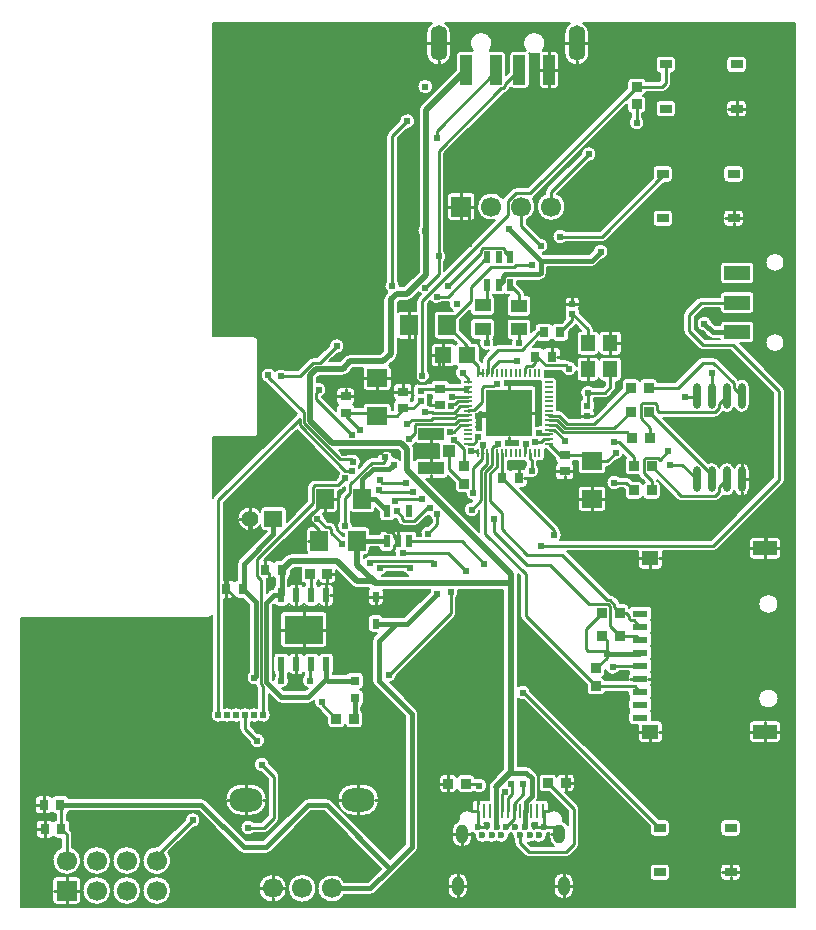
<source format=gtl>
G04 Layer: TopLayer*
G04 EasyEDA Pro v2.2.45.4, 2026-01-30 15:44:45*
G04 Gerber Generator version 0.3*
G04 Scale: 100 percent, Rotated: No, Reflected: No*
G04 Dimensions in millimeters*
G04 Leading zeros omitted, absolute positions, 4 integers and 5 decimals*
G04 Generated by one-click*
%FSLAX45Y45*%
%MOMM*%
%ADD10C,0.2032*%
%ADD11C,0.254*%
%ADD12R,0.9X0.8*%
%ADD13R,1.48501X1.72799*%
%ADD14R,0.8X0.9*%
%ADD15R,1.72799X1.48501*%
%ADD16R,1.41X1.35001*%
%ADD17R,1.3X0.6*%
%ADD18R,1.4036X1.2*%
%ADD19R,1.4X1.2*%
%ADD20R,2.0X1.2*%
%ADD21R,1.7X1.7*%
%ADD22C,1.7*%
%ADD23R,0.54X0.54*%
%ADD24O,2.79999X2.0*%
%ADD25R,0.80648X0.86401*%
%ADD26R,2.2X1.2*%
%ADD27O,0.60899X2.20449*%
%ADD28R,1.05001X1.0*%
%ADD29R,2.2X1.05001*%
%ADD30R,0.6X1.2*%
%ADD31R,3.29999X2.4*%
%ADD32R,0.6223X1.1049*%
%ADD33R,0.665X0.2*%
%ADD34R,0.2X0.665*%
%ADD35R,3.99999X3.99999*%
%ADD36R,1.5X1.4*%
%ADD37C,1.4*%
%ADD38R,1.0X2.49999*%
%ADD39O,1.4X2.99999*%
%ADD40R,0.27501X1.25001*%
%ADD41C,0.6*%
%ADD42O,1.0X1.6*%
%ADD43R,1.2X1.4*%
%ADD44R,0.54X0.5*%
%ADD45R,0.532X1.07201*%
%ADD46R,0.8X0.86401*%
%ADD47R,0.86401X0.80648*%
%ADD48R,1.37701X1.13254*%
%ADD49R,0.63X0.83*%
%ADD50R,1.0X0.75001*%
%ADD51R,0.8X0.8*%
%ADD52C,0.61*%
%ADD53C,0.6096*%
%ADD54C,0.5*%
%ADD55C,0.4*%
G75*


G04 Copper Start*
G36*
G01X2066236Y-4105160D02*
G01X2075769Y-4103870D01*
G01X2084614Y-4100088D01*
G01X2092134Y-4094089D01*
G01X2097786Y-4086304D01*
G01X2097786Y-4882390D01*
G01X2088288Y-4895474D01*
G01X2082237Y-4910467D01*
G01X2079995Y-4926479D01*
G01X2081695Y-4942557D01*
G01X2087234Y-4957746D01*
G01X2096285Y-4971144D01*
G01X2108309Y-4981953D01*
G01X2122591Y-4989531D01*
G01X2138282Y-4993428D01*
G01X2154450Y-4993411D01*
G01X2170133Y-4989483D01*
G01X2184400Y-4981877D01*
G01X2198692Y-4989493D01*
G01X2214403Y-4993418D01*
G01X2230597Y-4993418D01*
G01X2246308Y-4989493D01*
G01X2260600Y-4981877D01*
G01X2272663Y-4988589D01*
G01X2285854Y-4992658D01*
G01X2299602Y-4993908D01*
G01X2313310Y-4992285D01*
G01X2326386Y-4987858D01*
G01X2326386Y-5041900D01*
G01X2328039Y-5054456D01*
G01X2332886Y-5066157D01*
G01X2340595Y-5076205D01*
G01X2410227Y-5145836D01*
G01X2412541Y-5161018D01*
G01X2418286Y-5175259D01*
G01X2427152Y-5187798D01*
G01X2438664Y-5197961D01*
G01X2452206Y-5205204D01*
G01X2467050Y-5209137D01*
G01X2482401Y-5209551D01*
G01X2497436Y-5206422D01*
G01X2511348Y-5199920D01*
G01X2523391Y-5190391D01*
G01X2532920Y-5178348D01*
G01X2539422Y-5164436D01*
G01X2542551Y-5149401D01*
G01X2542137Y-5134050D01*
G01X2538204Y-5119206D01*
G01X2530961Y-5105664D01*
G01X2520798Y-5094152D01*
G01X2508259Y-5085286D01*
G01X2494018Y-5079541D01*
G01X2478836Y-5077227D01*
G01X2423414Y-5021805D01*
G01X2423414Y-4987858D01*
G01X2436490Y-4992285D01*
G01X2450198Y-4993908D01*
G01X2463946Y-4992658D01*
G01X2477137Y-4988589D01*
G01X2489200Y-4981877D01*
G01X2503467Y-4989483D01*
G01X2519150Y-4993411D01*
G01X2535318Y-4993428D01*
G01X2551009Y-4989531D01*
G01X2565291Y-4981953D01*
G01X2577315Y-4971144D01*
G01X2586366Y-4957746D01*
G01X2591905Y-4942557D01*
G01X2593605Y-4926479D01*
G01X2591363Y-4910467D01*
G01X2585312Y-4895474D01*
G01X2575814Y-4882390D01*
G01X2575814Y-4750247D01*
G01X2640234Y-4814666D01*
G01X2651793Y-4823536D01*
G01X2665254Y-4829112D01*
G01X2679700Y-4831014D01*
G01X2908300Y-4831014D01*
G01X2922746Y-4829112D01*
G01X2936207Y-4823536D01*
G01X2947766Y-4814666D01*
G01X2956722Y-4805711D01*
G01X2956690Y-4820613D01*
G01X2959988Y-4835146D01*
G01X2966447Y-4848576D01*
G01X2975742Y-4860224D01*
G01X2987403Y-4869502D01*
G01X2988295Y-4870419D01*
G01X3070426Y-4952549D01*
G01X3070426Y-5003278D01*
G01X3072179Y-5014345D01*
G01X3077266Y-5024329D01*
G01X3085189Y-5032252D01*
G01X3095173Y-5037339D01*
G01X3106240Y-5039092D01*
G01X3186887Y-5039092D01*
G01X3196501Y-5037778D01*
G01X3205409Y-5033931D01*
G01X3212958Y-5027834D01*
G01X3218592Y-5019934D01*
G01X3221900Y-5010812D01*
G01X3225207Y-5019934D01*
G01X3230842Y-5027834D01*
G01X3238391Y-5033931D01*
G01X3247299Y-5037778D01*
G01X3256912Y-5039092D01*
G01X3337560Y-5039092D01*
G01X3348627Y-5037339D01*
G01X3358611Y-5032252D01*
G01X3366534Y-5024329D01*
G01X3371621Y-5014345D01*
G01X3373374Y-5003278D01*
G01X3373374Y-4916877D01*
G01X3371521Y-4905506D01*
G01X3366153Y-4895312D01*
G01X3357827Y-4887349D01*
G01X3357827Y-4858733D01*
G01X3366048Y-4853151D01*
G01X3372418Y-4845524D01*
G01X3376448Y-4836441D01*
G01X3377827Y-4826599D01*
G01X3377827Y-4746600D01*
G01X3375822Y-4734785D01*
G01X3370032Y-4724294D01*
G01X3361105Y-4716299D01*
G01X3350041Y-4711697D01*
G01X3361096Y-4707090D01*
G01X3370015Y-4699096D01*
G01X3375799Y-4688609D01*
G01X3377801Y-4676800D01*
G01X3377801Y-4596801D01*
G01X3376048Y-4585733D01*
G01X3370961Y-4575750D01*
G01X3363038Y-4567826D01*
G01X3353054Y-4562739D01*
G01X3341987Y-4560987D01*
G01X3261987Y-4560987D01*
G01X3252146Y-4562365D01*
G01X3243063Y-4566395D01*
G01X3235436Y-4572766D01*
G01X3229854Y-4580987D01*
G01X3116514Y-4580987D01*
G01X3116514Y-4579355D01*
G01X3121946Y-4572032D01*
G01X3125353Y-4563574D01*
G01X3126514Y-4554530D01*
G01X3126514Y-4434530D01*
G01X3124761Y-4423463D01*
G01X3119674Y-4413479D01*
G01X3111751Y-4405556D01*
G01X3101767Y-4400469D01*
G01X3090700Y-4398716D01*
G01X3030700Y-4398716D01*
G01X3020036Y-4400341D01*
G01X3010340Y-4405067D01*
G01X3002490Y-4412465D01*
G01X2997200Y-4421866D01*
G01X2991910Y-4412465D01*
G01X2984060Y-4405067D01*
G01X2974364Y-4400341D01*
G01X2963700Y-4398716D01*
G01X2903700Y-4398716D01*
G01X2893036Y-4400341D01*
G01X2883340Y-4405067D01*
G01X2875490Y-4412465D01*
G01X2870200Y-4421866D01*
G01X2864910Y-4412465D01*
G01X2857060Y-4405067D01*
G01X2847364Y-4400341D01*
G01X2836700Y-4398716D01*
G01X2776700Y-4398716D01*
G01X2766036Y-4400341D01*
G01X2756340Y-4405067D01*
G01X2748490Y-4412465D01*
G01X2743200Y-4421866D01*
G01X2737910Y-4412465D01*
G01X2730060Y-4405067D01*
G01X2720364Y-4400341D01*
G01X2709700Y-4398716D01*
G01X2649700Y-4398716D01*
G01X2638633Y-4400469D01*
G01X2628649Y-4405556D01*
G01X2620726Y-4413479D01*
G01X2615639Y-4423463D01*
G01X2613886Y-4434530D01*
G01X2613886Y-4554530D01*
G01X2615047Y-4563574D01*
G01X2618454Y-4572032D01*
G01X2623886Y-4579355D01*
G01X2623886Y-4599690D01*
G01X2616867Y-4614296D01*
G01X2613601Y-4630168D01*
G01X2608514Y-4625081D01*
G01X2608514Y-4323700D01*
G01X2669386Y-4323700D01*
G01X2671139Y-4334767D01*
G01X2676226Y-4344751D01*
G01X2684149Y-4352674D01*
G01X2694133Y-4357761D01*
G01X2705200Y-4359514D01*
G01X3035200Y-4359514D01*
G01X3046267Y-4357761D01*
G01X3056251Y-4352674D01*
G01X3064174Y-4344751D01*
G01X3069261Y-4334767D01*
G01X3071014Y-4323700D01*
G01X3071014Y-4083700D01*
G01X3069261Y-4072633D01*
G01X3064174Y-4062649D01*
G01X3056251Y-4054726D01*
G01X3046267Y-4049639D01*
G01X3035200Y-4047886D01*
G01X2705200Y-4047886D01*
G01X2694133Y-4049639D01*
G01X2684149Y-4054726D01*
G01X2676226Y-4062649D01*
G01X2671139Y-4072633D01*
G01X2669386Y-4083700D01*
G01X2669386Y-4323700D01*
G01X2669386Y-4323700D01*
G01X2608514Y-4323700D01*
G01X2608514Y-3998219D01*
G01X2617727Y-3989006D01*
G01X2623331Y-3997104D01*
G01X2630928Y-4003370D01*
G01X2639945Y-4007330D01*
G01X2649700Y-4008684D01*
G01X2709700Y-4008684D01*
G01X2720364Y-4007059D01*
G01X2730060Y-4002333D01*
G01X2737910Y-3994935D01*
G01X2743200Y-3985534D01*
G01X2748490Y-3994935D01*
G01X2756340Y-4002333D01*
G01X2766036Y-4007059D01*
G01X2776700Y-4008684D01*
G01X2836700Y-4008684D01*
G01X2847364Y-4007059D01*
G01X2857060Y-4002333D01*
G01X2864910Y-3994935D01*
G01X2870200Y-3985534D01*
G01X2875490Y-3994935D01*
G01X2883340Y-4002333D01*
G01X2893036Y-4007059D01*
G01X2903700Y-4008684D01*
G01X2963700Y-4008684D01*
G01X2974364Y-4007059D01*
G01X2984060Y-4002333D01*
G01X2991910Y-3994935D01*
G01X2997200Y-3985534D01*
G01X3002490Y-3994935D01*
G01X3010340Y-4002333D01*
G01X3020036Y-4007059D01*
G01X3030700Y-4008684D01*
G01X3090700Y-4008684D01*
G01X3101767Y-4006931D01*
G01X3111751Y-4001844D01*
G01X3119674Y-3993921D01*
G01X3124761Y-3983937D01*
G01X3126514Y-3972870D01*
G01X3126514Y-3852870D01*
G01X3124761Y-3841803D01*
G01X3119674Y-3831819D01*
G01X3111751Y-3823896D01*
G01X3101767Y-3818809D01*
G01X3090700Y-3817056D01*
G01X3030700Y-3817056D01*
G01X3020036Y-3818681D01*
G01X3010340Y-3823407D01*
G01X3002490Y-3830805D01*
G01X2997200Y-3840206D01*
G01X2991219Y-3829950D01*
G01X2982214Y-3822213D01*
G01X2982214Y-3807200D01*
G01X2988134Y-3801371D01*
G01X2992552Y-3794335D01*
G01X2995230Y-3786471D01*
G01X2998538Y-3795593D01*
G01X3004172Y-3803493D01*
G01X3011721Y-3809590D01*
G01X3020629Y-3813437D01*
G01X3030243Y-3814751D01*
G01X3110890Y-3814751D01*
G01X3121958Y-3812998D01*
G01X3131941Y-3807911D01*
G01X3139865Y-3799988D01*
G01X3144952Y-3790004D01*
G01X3146704Y-3778937D01*
G01X3146704Y-3702608D01*
G01X3281778Y-3837682D01*
G01X3290994Y-3845245D01*
G01X3301507Y-3850865D01*
G01X3312916Y-3854325D01*
G01X3324780Y-3855494D01*
G01X3425478Y-3855494D01*
G01X3418466Y-3863272D01*
G01X3414004Y-3872746D01*
G01X3412473Y-3883105D01*
G01X3412473Y-3966105D01*
G01X3414226Y-3977172D01*
G01X3419313Y-3987156D01*
G01X3427237Y-3995079D01*
G01X3437220Y-4000166D01*
G01X3448287Y-4001919D01*
G01X3511287Y-4001919D01*
G01X3522354Y-4000166D01*
G01X3532338Y-3995079D01*
G01X3540261Y-3987156D01*
G01X3545348Y-3977172D01*
G01X3547101Y-3966105D01*
G01X3547101Y-3883105D01*
G01X3546291Y-3875530D01*
G01X3543897Y-3868298D01*
G01X3941669Y-3868298D01*
G01X3938145Y-3876329D01*
G01X3935712Y-3884755D01*
G01X3723686Y-4096781D01*
G01X3544142Y-4096781D01*
G01X3538680Y-4087994D01*
G01X3530934Y-4081135D01*
G01X3521550Y-4076776D01*
G01X3511313Y-4075281D01*
G01X3448313Y-4075281D01*
G01X3437246Y-4077034D01*
G01X3427262Y-4082121D01*
G01X3419339Y-4090044D01*
G01X3414252Y-4100028D01*
G01X3412499Y-4111095D01*
G01X3412499Y-4194095D01*
G01X3414252Y-4205162D01*
G01X3419339Y-4215146D01*
G01X3427262Y-4223069D01*
G01X3437246Y-4228156D01*
G01X3448313Y-4229909D01*
G01X3494814Y-4229909D01*
G01X3465734Y-4258990D01*
G01X3456864Y-4270549D01*
G01X3451288Y-4284011D01*
G01X3449386Y-4298456D01*
G01X3449386Y-4635500D01*
G01X3451288Y-4649946D01*
G01X3456864Y-4663407D01*
G01X3465734Y-4674966D01*
G01X3728786Y-4938019D01*
G01X3728786Y-6022081D01*
G01X3602861Y-6148006D01*
G01X3103075Y-5648220D01*
G01X3091516Y-5639350D01*
G01X3078055Y-5633774D01*
G01X3076574Y-5633579D01*
G01X3157156Y-5633579D01*
G01X3157156Y-5656010D01*
G01X3160848Y-5678135D01*
G01X3168131Y-5699350D01*
G01X3178807Y-5719078D01*
G01X3192584Y-5736779D01*
G01X3209087Y-5751971D01*
G01X3227865Y-5764239D01*
G01X3248407Y-5773249D01*
G01X3270151Y-5778756D01*
G01X3292505Y-5780608D01*
G01X3292505Y-5780608D01*
G01X3372505Y-5780608D01*
G01X3394860Y-5778756D01*
G01X3416604Y-5773249D01*
G01X3437146Y-5764239D01*
G01X3455924Y-5751971D01*
G01X3472427Y-5736779D01*
G01X3486204Y-5719078D01*
G01X3496880Y-5699350D01*
G01X3504163Y-5678135D01*
G01X3507855Y-5656010D01*
G01X3507855Y-5633579D01*
G01X3504163Y-5611454D01*
G01X3496880Y-5590239D01*
G01X3486204Y-5570511D01*
G01X3472427Y-5552810D01*
G01X3455924Y-5537618D01*
G01X3437146Y-5525350D01*
G01X3416604Y-5516339D01*
G01X3394860Y-5510833D01*
G01X3372505Y-5508981D01*
G01X3292505Y-5508981D01*
G01X3270151Y-5510833D01*
G01X3248407Y-5516339D01*
G01X3227865Y-5525350D01*
G01X3209087Y-5537618D01*
G01X3192584Y-5552810D01*
G01X3178807Y-5570511D01*
G01X3168131Y-5590239D01*
G01X3160848Y-5611454D01*
G01X3157156Y-5633579D01*
G01X3076574Y-5633579D01*
G01X3063609Y-5631872D01*
G01X2910214Y-5631872D01*
G01X2895768Y-5633774D01*
G01X2882307Y-5639350D01*
G01X2870747Y-5648220D01*
G01X2529581Y-5989386D01*
G01X2385319Y-5989386D01*
G01X2276033Y-5880100D01*
G01X2333986Y-5880100D01*
G01X2335764Y-5895354D01*
G01X2341003Y-5909789D01*
G01X2349422Y-5922632D01*
G01X2360569Y-5933195D01*
G01X2373847Y-5940910D01*
G01X2388544Y-5945364D01*
G01X2403871Y-5946318D01*
G01X2419006Y-5943721D01*
G01X2433139Y-5937712D01*
G01X2445510Y-5928614D01*
G01X2533167Y-5928614D01*
G01X2545724Y-5926961D01*
G01X2557424Y-5922114D01*
G01X2567472Y-5914404D01*
G01X2650505Y-5831371D01*
G01X2658215Y-5821323D01*
G01X2663061Y-5809623D01*
G01X2664715Y-5797066D01*
G01X2664715Y-5448301D01*
G01X2663061Y-5435744D01*
G01X2658215Y-5424044D01*
G01X2650505Y-5413996D01*
G01X2580873Y-5344364D01*
G01X2578559Y-5329182D01*
G01X2572814Y-5314941D01*
G01X2563948Y-5302402D01*
G01X2552436Y-5292239D01*
G01X2538894Y-5284996D01*
G01X2524050Y-5281063D01*
G01X2508699Y-5280649D01*
G01X2493664Y-5283778D01*
G01X2479752Y-5290280D01*
G01X2467709Y-5299809D01*
G01X2458180Y-5311852D01*
G01X2451678Y-5325764D01*
G01X2448549Y-5340799D01*
G01X2448963Y-5356150D01*
G01X2452896Y-5370994D01*
G01X2460139Y-5384536D01*
G01X2470302Y-5396048D01*
G01X2482841Y-5404914D01*
G01X2497082Y-5410659D01*
G01X2512264Y-5412973D01*
G01X2567687Y-5468396D01*
G01X2567687Y-5776971D01*
G01X2567687Y-5776971D01*
G01X2513072Y-5831586D01*
G01X2445510Y-5831586D01*
G01X2433139Y-5822488D01*
G01X2419006Y-5816479D01*
G01X2403871Y-5813882D01*
G01X2388544Y-5814836D01*
G01X2373847Y-5819290D01*
G01X2360569Y-5827006D01*
G01X2349422Y-5837568D01*
G01X2341003Y-5850411D01*
G01X2335764Y-5864847D01*
G01X2333986Y-5880100D01*
G01X2276033Y-5880100D01*
G01X2051943Y-5656010D01*
G01X2207145Y-5656010D01*
G01X2210837Y-5678135D01*
G01X2218120Y-5699350D01*
G01X2228796Y-5719078D01*
G01X2242573Y-5736779D01*
G01X2259076Y-5751971D01*
G01X2277854Y-5764239D01*
G01X2298396Y-5773249D01*
G01X2320140Y-5778756D01*
G01X2342495Y-5780608D01*
G01X2342495Y-5780608D01*
G01X2422495Y-5780608D01*
G01X2444849Y-5778756D01*
G01X2466593Y-5773249D01*
G01X2487135Y-5764239D01*
G01X2505913Y-5751971D01*
G01X2522416Y-5736779D01*
G01X2536193Y-5719078D01*
G01X2546869Y-5699350D01*
G01X2554152Y-5678135D01*
G01X2557844Y-5656010D01*
G01X2557844Y-5633579D01*
G01X2554152Y-5611454D01*
G01X2546869Y-5590239D01*
G01X2536193Y-5570511D01*
G01X2522416Y-5552810D01*
G01X2505913Y-5537618D01*
G01X2487135Y-5525350D01*
G01X2466593Y-5516339D01*
G01X2444849Y-5510833D01*
G01X2422495Y-5508981D01*
G01X2342495Y-5508981D01*
G01X2320140Y-5510833D01*
G01X2298396Y-5516339D01*
G01X2277854Y-5525350D01*
G01X2259076Y-5537618D01*
G01X2242573Y-5552810D01*
G01X2228796Y-5570511D01*
G01X2218120Y-5590239D01*
G01X2210837Y-5611454D01*
G01X2207145Y-5633579D01*
G01X2207145Y-5656010D01*
G01X2051943Y-5656010D01*
G01X2044153Y-5648220D01*
G01X2032593Y-5639350D01*
G01X2019132Y-5633774D01*
G01X2004686Y-5631872D01*
G01X884486Y-5631872D01*
G01X879435Y-5621797D01*
G01X871502Y-5613790D01*
G01X861474Y-5608646D01*
G01X850344Y-5606872D01*
G01X770344Y-5606872D01*
G01X758703Y-5608817D01*
G01X748327Y-5614439D01*
G01X740341Y-5623129D01*
G01X732356Y-5614439D01*
G01X721979Y-5608817D01*
G01X710339Y-5606872D01*
G01X630339Y-5606872D01*
G01X619272Y-5608625D01*
G01X609288Y-5613712D01*
G01X601365Y-5621635D01*
G01X596278Y-5631619D01*
G01X594525Y-5642686D01*
G01X594525Y-5732686D01*
G01X596278Y-5743753D01*
G01X601365Y-5753737D01*
G01X609288Y-5761660D01*
G01X619272Y-5766747D01*
G01X630339Y-5768500D01*
G01X710339Y-5768500D01*
G01X721979Y-5766556D01*
G01X732356Y-5760933D01*
G01X740341Y-5752243D01*
G01X748327Y-5760933D01*
G01X758703Y-5766556D01*
G01X770344Y-5768500D01*
G01X770788Y-5768500D01*
G01X770788Y-5813013D01*
G01X762414Y-5816218D01*
G01X755098Y-5821403D01*
G01X749300Y-5828243D01*
G01X741314Y-5819553D01*
G01X730938Y-5813931D01*
G01X719298Y-5811986D01*
G01X639298Y-5811986D01*
G01X628231Y-5813739D01*
G01X618247Y-5818826D01*
G01X610324Y-5826749D01*
G01X605237Y-5836733D01*
G01X603484Y-5847800D01*
G01X603484Y-5937800D01*
G01X605237Y-5948867D01*
G01X610324Y-5958851D01*
G01X618247Y-5966774D01*
G01X628231Y-5971861D01*
G01X639298Y-5973614D01*
G01X719298Y-5973614D01*
G01X730938Y-5971669D01*
G01X741314Y-5966047D01*
G01X749300Y-5957357D01*
G01X757286Y-5966047D01*
G01X767662Y-5971669D01*
G01X779302Y-5973614D01*
G01X815086Y-5973614D01*
G01X815086Y-6048855D01*
G01X795872Y-6059456D01*
G01X778892Y-6073358D01*
G01X764707Y-6090101D01*
G01X753785Y-6109135D01*
G01X746486Y-6129830D01*
G01X743051Y-6151505D01*
G01X743593Y-6173443D01*
G01X748095Y-6194921D01*
G01X756408Y-6215230D01*
G01X768257Y-6233701D01*
G01X783252Y-6249723D01*
G01X800898Y-6262769D01*
G01X820613Y-6272407D01*
G01X841746Y-6278321D01*
G01X863600Y-6280314D01*
G01X885454Y-6278321D01*
G01X906587Y-6272407D01*
G01X926302Y-6262769D01*
G01X943948Y-6249723D01*
G01X958943Y-6233701D01*
G01X970792Y-6215230D01*
G01X979105Y-6194921D01*
G01X983607Y-6173443D01*
G01X983951Y-6159500D01*
G01X996786Y-6159500D01*
G01X998622Y-6180479D01*
G01X1004072Y-6200821D01*
G01X1012972Y-6219907D01*
G01X1025051Y-6237158D01*
G01X1039942Y-6252049D01*
G01X1057193Y-6264128D01*
G01X1076279Y-6273028D01*
G01X1096621Y-6278478D01*
G01X1117600Y-6280314D01*
G01X1138579Y-6278478D01*
G01X1158921Y-6273028D01*
G01X1178007Y-6264128D01*
G01X1195258Y-6252049D01*
G01X1210149Y-6237158D01*
G01X1222228Y-6219907D01*
G01X1231128Y-6200821D01*
G01X1236578Y-6180479D01*
G01X1238414Y-6159500D01*
G01X1250786Y-6159500D01*
G01X1252622Y-6180479D01*
G01X1258072Y-6200821D01*
G01X1266972Y-6219907D01*
G01X1279051Y-6237158D01*
G01X1293942Y-6252049D01*
G01X1311193Y-6264128D01*
G01X1330279Y-6273028D01*
G01X1350621Y-6278478D01*
G01X1371600Y-6280314D01*
G01X1392579Y-6278478D01*
G01X1412921Y-6273028D01*
G01X1432007Y-6264128D01*
G01X1449258Y-6252049D01*
G01X1464149Y-6237158D01*
G01X1476228Y-6219907D01*
G01X1485128Y-6200821D01*
G01X1490578Y-6180479D01*
G01X1492414Y-6159500D01*
G01X1491855Y-6153111D01*
G01X1504955Y-6153111D01*
G01X1505776Y-6174930D01*
G01X1510509Y-6196244D01*
G01X1519002Y-6216359D01*
G01X1530977Y-6234616D01*
G01X1546042Y-6250420D01*
G01X1563705Y-6263254D01*
G01X1563705Y-6263254D01*
G01X1583390Y-6272700D01*
G01X1604453Y-6278449D01*
G01X1626207Y-6280312D01*
G01X1647942Y-6278230D01*
G01X1668946Y-6272270D01*
G01X1688535Y-6262627D01*
G01X1706069Y-6249615D01*
G01X1720974Y-6233661D01*
G01X1732764Y-6215284D01*
G01X1741054Y-6195085D01*
G01X1745574Y-6173724D01*
G01X1746174Y-6151899D01*
G01X1742837Y-6130321D01*
G01X1735671Y-6109697D01*
G01X1724910Y-6090699D01*
G01X1932736Y-5882873D01*
G01X1947918Y-5880559D01*
G01X1962159Y-5874814D01*
G01X1974698Y-5865948D01*
G01X1984861Y-5854436D01*
G01X1992104Y-5840894D01*
G01X1996037Y-5826050D01*
G01X1996451Y-5810699D01*
G01X1993322Y-5795664D01*
G01X1986820Y-5781752D01*
G01X1977291Y-5769709D01*
G01X1965248Y-5760180D01*
G01X1951336Y-5753678D01*
G01X1936301Y-5750549D01*
G01X1920950Y-5750963D01*
G01X1906106Y-5754896D01*
G01X1892564Y-5762139D01*
G01X1881052Y-5772302D01*
G01X1872186Y-5784841D01*
G01X1866441Y-5799082D01*
G01X1864127Y-5814264D01*
G01X1638963Y-6039428D01*
G01X1617134Y-6038983D01*
G01X1595581Y-6042475D01*
G01X1575009Y-6049789D01*
G01X1556089Y-6060686D01*
G01X1539439Y-6074811D01*
G01X1525603Y-6091701D01*
G01X1515034Y-6110806D01*
G01X1508075Y-6131502D01*
G01X1504955Y-6153111D01*
G01X1491855Y-6153111D01*
G01X1490578Y-6138521D01*
G01X1485128Y-6118179D01*
G01X1476228Y-6099093D01*
G01X1464149Y-6081842D01*
G01X1449258Y-6066951D01*
G01X1432007Y-6054872D01*
G01X1412921Y-6045972D01*
G01X1392579Y-6040522D01*
G01X1371600Y-6038686D01*
G01X1350621Y-6040522D01*
G01X1330279Y-6045972D01*
G01X1311193Y-6054872D01*
G01X1293942Y-6066951D01*
G01X1279051Y-6081842D01*
G01X1266972Y-6099093D01*
G01X1258072Y-6118179D01*
G01X1252622Y-6138521D01*
G01X1250786Y-6159500D01*
G01X1250786Y-6159500D01*
G01X1238414Y-6159500D01*
G01X1236578Y-6138521D01*
G01X1231128Y-6118179D01*
G01X1222228Y-6099093D01*
G01X1210149Y-6081842D01*
G01X1195258Y-6066951D01*
G01X1178007Y-6054872D01*
G01X1158921Y-6045972D01*
G01X1138579Y-6040522D01*
G01X1117600Y-6038686D01*
G01X1096621Y-6040522D01*
G01X1076279Y-6045972D01*
G01X1057193Y-6054872D01*
G01X1039942Y-6066951D01*
G01X1025051Y-6081842D01*
G01X1012972Y-6099093D01*
G01X1004072Y-6118179D01*
G01X998622Y-6138521D01*
G01X996786Y-6159500D01*
G01X996786Y-6159500D01*
G01X983951Y-6159500D01*
G01X984149Y-6151505D01*
G01X980714Y-6129830D01*
G01X973415Y-6109135D01*
G01X962493Y-6090101D01*
G01X948308Y-6073358D01*
G01X931328Y-6059456D01*
G01X912114Y-6048855D01*
G01X912114Y-5937098D01*
G01X910461Y-5924541D01*
G01X905614Y-5912841D01*
G01X897905Y-5902793D01*
G01X895116Y-5900005D01*
G01X895116Y-5847800D01*
G01X893153Y-5836104D01*
G01X887476Y-5825690D01*
G01X878711Y-5817701D01*
G01X867816Y-5813013D01*
G01X867816Y-5763949D01*
G01X875046Y-5758618D01*
G01X880721Y-5751655D01*
G01X884486Y-5743500D01*
G01X1981567Y-5743500D01*
G01X2322734Y-6084666D01*
G01X2334293Y-6093536D01*
G01X2347754Y-6099112D01*
G01X2362200Y-6101014D01*
G01X2552700Y-6101014D01*
G01X2567146Y-6099112D01*
G01X2580607Y-6093536D01*
G01X2592166Y-6084666D01*
G01X2933333Y-5743500D01*
G01X3040490Y-5743500D01*
G01X3523928Y-6226939D01*
G01X3411876Y-6338992D01*
G01X3214661Y-6338992D01*
G01X3203128Y-6320957D01*
G01X3188593Y-6305240D01*
G01X3171512Y-6292336D01*
G01X3152422Y-6282649D01*
G01X3131922Y-6276483D01*
G01X3110656Y-6274033D01*
G01X3089290Y-6275374D01*
G01X3068497Y-6280465D01*
G01X3048929Y-6289146D01*
G01X3031201Y-6301144D01*
G01X3015868Y-6316083D01*
G01X3003412Y-6333493D01*
G01X2994225Y-6352829D01*
G01X2988595Y-6373483D01*
G01X2986698Y-6394806D01*
G01X2988595Y-6416129D01*
G01X2994225Y-6436782D01*
G01X3003412Y-6456118D01*
G01X3015868Y-6473528D01*
G01X3031201Y-6488467D01*
G01X3048929Y-6500466D01*
G01X3068497Y-6509146D01*
G01X3089290Y-6514237D01*
G01X3110656Y-6515579D01*
G01X3131922Y-6513128D01*
G01X3152422Y-6506962D01*
G01X3171512Y-6497275D01*
G01X3188593Y-6484371D01*
G01X3203128Y-6468655D01*
G01X3214661Y-6450620D01*
G01X3434994Y-6450620D01*
G01X3449440Y-6448718D01*
G01X3462901Y-6443142D01*
G01X3474461Y-6434272D01*
G01X3565073Y-6343660D01*
G01X4087978Y-6343660D01*
G01X4087978Y-6403660D01*
G01X4089853Y-6421502D01*
G01X4095397Y-6438564D01*
G01X4104367Y-6454100D01*
G01X4116371Y-6467432D01*
G01X4130885Y-6477977D01*
G01X4147274Y-6485274D01*
G01X4164822Y-6489004D01*
G01X4182761Y-6489004D01*
G01X4200309Y-6485274D01*
G01X4216698Y-6477977D01*
G01X4231212Y-6467432D01*
G01X4243216Y-6454100D01*
G01X4252186Y-6438564D01*
G01X4257730Y-6421502D01*
G01X4259605Y-6403660D01*
G01X4259605Y-6343660D01*
G01X4985995Y-6343660D01*
G01X4985995Y-6403660D01*
G01X4987870Y-6421502D01*
G01X4993414Y-6438564D01*
G01X5002384Y-6454100D01*
G01X5014388Y-6467432D01*
G01X5028902Y-6477977D01*
G01X5045291Y-6485274D01*
G01X5062839Y-6489004D01*
G01X5080778Y-6489004D01*
G01X5098326Y-6485274D01*
G01X5114715Y-6477977D01*
G01X5129229Y-6467432D01*
G01X5141233Y-6454100D01*
G01X5150203Y-6438564D01*
G01X5155747Y-6421502D01*
G01X5157622Y-6403660D01*
G01X5157622Y-6343660D01*
G01X5155747Y-6325818D01*
G01X5150203Y-6308757D01*
G01X5142608Y-6295601D01*
G01X5799087Y-6295601D01*
G01X5800840Y-6306668D01*
G01X5805927Y-6316652D01*
G01X5813850Y-6324575D01*
G01X5823834Y-6329662D01*
G01X5834901Y-6331415D01*
G01X5934901Y-6331415D01*
G01X5945968Y-6329662D01*
G01X5955951Y-6324575D01*
G01X5963875Y-6316652D01*
G01X5968962Y-6306668D01*
G01X5970715Y-6295601D01*
G01X6399086Y-6295601D01*
G01X6400838Y-6306668D01*
G01X6405925Y-6316652D01*
G01X6413849Y-6324575D01*
G01X6423832Y-6329662D01*
G01X6434900Y-6331415D01*
G01X6534899Y-6331415D01*
G01X6545966Y-6329662D01*
G01X6555950Y-6324575D01*
G01X6563873Y-6316652D01*
G01X6568960Y-6306668D01*
G01X6570713Y-6295601D01*
G01X6570713Y-6220600D01*
G01X6568960Y-6209533D01*
G01X6563873Y-6199549D01*
G01X6555950Y-6191626D01*
G01X6545966Y-6186539D01*
G01X6534899Y-6184786D01*
G01X6434900Y-6184786D01*
G01X6423832Y-6186539D01*
G01X6413849Y-6191626D01*
G01X6405925Y-6199549D01*
G01X6400838Y-6209533D01*
G01X6399086Y-6220600D01*
G01X6399086Y-6295601D01*
G01X6399086Y-6295601D01*
G01X5970715Y-6295601D01*
G01X5970715Y-6220600D01*
G01X5968962Y-6209533D01*
G01X5963875Y-6199549D01*
G01X5955951Y-6191626D01*
G01X5945968Y-6186539D01*
G01X5934901Y-6184786D01*
G01X5834901Y-6184786D01*
G01X5823834Y-6186539D01*
G01X5813850Y-6191626D01*
G01X5805927Y-6199549D01*
G01X5800840Y-6209533D01*
G01X5799087Y-6220600D01*
G01X5799087Y-6295601D01*
G01X5799087Y-6295601D01*
G01X5142608Y-6295601D01*
G01X5141233Y-6293220D01*
G01X5129229Y-6279888D01*
G01X5114715Y-6269343D01*
G01X5098326Y-6262046D01*
G01X5080778Y-6258316D01*
G01X5062839Y-6258316D01*
G01X5045291Y-6262046D01*
G01X5028902Y-6269343D01*
G01X5014388Y-6279888D01*
G01X5002384Y-6293220D01*
G01X4993414Y-6308757D01*
G01X4987870Y-6325818D01*
G01X4985995Y-6343660D01*
G01X4985995Y-6343660D01*
G01X4259605Y-6343660D01*
G01X4257730Y-6325818D01*
G01X4252186Y-6308757D01*
G01X4243216Y-6293220D01*
G01X4231212Y-6279888D01*
G01X4216698Y-6269343D01*
G01X4200309Y-6262046D01*
G01X4182761Y-6258316D01*
G01X4164822Y-6258316D01*
G01X4147274Y-6262046D01*
G01X4130885Y-6269343D01*
G01X4116371Y-6279888D01*
G01X4104367Y-6293220D01*
G01X4095397Y-6308757D01*
G01X4089853Y-6325818D01*
G01X4087978Y-6343660D01*
G01X4087978Y-6343660D01*
G01X3565073Y-6343660D01*
G01X3824066Y-6084666D01*
G01X3832936Y-6073107D01*
G01X3838512Y-6059646D01*
G01X3840414Y-6045200D01*
G01X3840414Y-5464364D01*
G01X4017272Y-5464364D01*
G01X4017272Y-5550765D01*
G01X4019024Y-5561832D01*
G01X4024111Y-5571816D01*
G01X4032035Y-5579739D01*
G01X4042018Y-5584826D01*
G01X4053086Y-5586579D01*
G01X4133733Y-5586579D01*
G01X4143347Y-5585264D01*
G01X4152255Y-5581417D01*
G01X4159804Y-5575320D01*
G01X4165438Y-5567421D01*
G01X4168746Y-5558299D01*
G01X4172053Y-5567421D01*
G01X4177688Y-5575320D01*
G01X4185236Y-5581417D01*
G01X4194145Y-5585264D01*
G01X4203758Y-5586579D01*
G01X4284406Y-5586579D01*
G01X4294654Y-5585081D01*
G01X4304046Y-5580714D01*
G01X4311794Y-5573841D01*
G01X4323940Y-5582494D01*
G01X4337712Y-5588214D01*
G01X4352414Y-5590712D01*
G01X4367302Y-5589861D01*
G01X4381624Y-5585705D01*
G01X4394655Y-5578454D01*
G01X4405736Y-5568475D01*
G01X4414308Y-5556272D01*
G01X4419935Y-5542462D01*
G01X4422335Y-5527743D01*
G01X4421385Y-5512861D01*
G01X4417133Y-5498567D01*
G01X4409795Y-5485585D01*
G01X4399742Y-5474571D01*
G01X4387482Y-5466081D01*
G01X4373634Y-5460546D01*
G01X4358900Y-5458245D01*
G01X4344025Y-5459295D01*
G01X4339165Y-5459051D01*
G01X4319824Y-5459051D01*
G01X4316910Y-5449327D01*
G01X4311386Y-5440812D01*
G01X4303695Y-5434188D01*
G01X4294454Y-5429989D01*
G01X4284406Y-5428550D01*
G01X4203758Y-5428550D01*
G01X4194145Y-5429865D01*
G01X4185236Y-5433712D01*
G01X4177688Y-5439809D01*
G01X4172053Y-5447708D01*
G01X4168746Y-5456830D01*
G01X4165438Y-5447708D01*
G01X4159804Y-5439809D01*
G01X4152255Y-5433712D01*
G01X4143347Y-5429865D01*
G01X4133733Y-5428550D01*
G01X4133733Y-5428550D01*
G01X4053086Y-5428550D01*
G01X4042018Y-5430303D01*
G01X4032035Y-5435390D01*
G01X4024111Y-5443313D01*
G01X4019024Y-5453297D01*
G01X4017272Y-5464364D01*
G01X3840414Y-5464364D01*
G01X3840414Y-4914900D01*
G01X3838512Y-4900454D01*
G01X3832936Y-4886993D01*
G01X3824066Y-4875434D01*
G01X3599432Y-4650799D01*
G01X3615149Y-4647585D01*
G01X3629635Y-4640690D01*
G01X3642040Y-4630518D01*
G01X3651640Y-4617665D01*
G01X3657873Y-4602883D01*
G01X3660373Y-4587036D01*
G01X4149105Y-4098305D01*
G01X4156814Y-4088257D01*
G01X4161661Y-4076556D01*
G01X4163314Y-4064000D01*
G01X4163314Y-3931410D01*
G01X4171491Y-3920604D01*
G01X4177301Y-3908362D01*
G01X4180501Y-3895195D01*
G01X4180958Y-3881651D01*
G01X4178652Y-3868298D01*
G01X4561986Y-3868298D01*
G01X4561986Y-5385010D01*
G01X4452798Y-5494198D01*
G01X4443848Y-5505587D01*
G01X4437846Y-5518770D01*
G01X4435131Y-5532998D01*
G01X4435858Y-5547464D01*
G01X4439986Y-5561348D01*
G01X4439986Y-5643825D01*
G01X4434056Y-5643825D01*
G01X4422800Y-5645640D01*
G01X4411544Y-5643825D01*
G01X4384044Y-5643825D01*
G01X4377298Y-5644466D01*
G01X4370794Y-5646367D01*
G01X4364290Y-5644466D01*
G01X4357544Y-5643825D01*
G01X4330043Y-5643825D01*
G01X4318976Y-5645578D01*
G01X4308992Y-5650665D01*
G01X4301069Y-5658588D01*
G01X4295982Y-5668572D01*
G01X4294229Y-5679639D01*
G01X4294229Y-5744546D01*
G01X4278378Y-5737386D01*
G01X4261311Y-5734027D01*
G01X4243928Y-5734646D01*
G01X4227144Y-5739211D01*
G01X4211842Y-5747481D01*
G01X4198827Y-5759020D01*
G01X4188785Y-5773223D01*
G01X4182244Y-5789340D01*
G01X4179549Y-5806524D01*
G01X4180841Y-5823870D01*
G01X4165047Y-5831432D01*
G01X4151117Y-5842042D01*
G01X4139631Y-5855259D01*
G01X4131067Y-5870533D01*
G01X4125781Y-5887227D01*
G01X4123995Y-5904647D01*
G01X4123995Y-5964646D01*
G01X4125870Y-5982488D01*
G01X4131414Y-5999550D01*
G01X4140384Y-6015087D01*
G01X4152388Y-6028419D01*
G01X4166902Y-6038963D01*
G01X4183291Y-6046260D01*
G01X4200839Y-6049990D01*
G01X4218779Y-6049990D01*
G01X4236327Y-6046260D01*
G01X4252716Y-6038963D01*
G01X4267229Y-6028419D01*
G01X4279234Y-6015087D01*
G01X4288204Y-5999550D01*
G01X4293747Y-5982488D01*
G01X4295623Y-5964646D01*
G01X4295623Y-5920537D01*
G01X4305869Y-5929125D01*
G01X4317639Y-5935465D01*
G01X4317299Y-5950985D01*
G01X4320604Y-5966153D01*
G01X4327370Y-5980124D01*
G01X4337221Y-5992123D01*
G01X4349607Y-6001480D01*
G01X4363841Y-6007676D01*
G01X4379130Y-6010365D01*
G01X4394623Y-6009399D01*
G01X4409460Y-6004830D01*
G01X4422813Y-5996914D01*
G01X4435047Y-6004322D01*
G01X4448593Y-6008912D01*
G01X4462810Y-6010468D01*
G01X4477028Y-6008916D01*
G01X4490575Y-6004329D01*
G01X4502810Y-5996924D01*
G01X4516164Y-6004836D01*
G01X4531000Y-6009401D01*
G01X4546492Y-6010365D01*
G01X4561779Y-6007673D01*
G01X4576011Y-6001476D01*
G01X4588395Y-5992118D01*
G01X4598243Y-5980120D01*
G01X4605007Y-5966150D01*
G01X4608312Y-5950983D01*
G01X4607972Y-5935465D01*
G01X4615672Y-5931673D01*
G01X4622813Y-5926911D01*
G01X4629954Y-5931673D01*
G01X4637653Y-5935465D01*
G01X4637222Y-5949942D01*
G01X4639967Y-5964163D01*
G01X4645756Y-5977439D01*
G01X4654309Y-5989127D01*
G01X4654309Y-6010923D01*
G01X4655962Y-6023479D01*
G01X4660808Y-6035180D01*
G01X4668518Y-6045227D01*
G01X4740895Y-6117605D01*
G01X4750943Y-6125314D01*
G01X4762644Y-6130161D01*
G01X4775200Y-6131814D01*
G01X5092700Y-6131814D01*
G01X5105256Y-6130161D01*
G01X5116957Y-6125314D01*
G01X5127005Y-6117605D01*
G01X5190505Y-6054105D01*
G01X5198214Y-6044057D01*
G01X5203061Y-6032356D01*
G01X5204714Y-6019800D01*
G01X5204714Y-5721459D01*
G01X5203061Y-5708903D01*
G01X5198214Y-5697202D01*
G01X5190505Y-5687155D01*
G01X5084089Y-5580739D01*
G01X5127462Y-5580739D01*
G01X5138530Y-5578987D01*
G01X5148513Y-5573900D01*
G01X5156437Y-5565976D01*
G01X5161524Y-5555993D01*
G01X5163276Y-5544925D01*
G01X5163276Y-5458525D01*
G01X5161524Y-5447458D01*
G01X5156437Y-5437474D01*
G01X5148513Y-5429551D01*
G01X5138530Y-5424464D01*
G01X5127462Y-5422711D01*
G01X5046815Y-5422711D01*
G01X5037201Y-5424025D01*
G01X5028293Y-5427872D01*
G01X5020744Y-5433969D01*
G01X5015110Y-5441869D01*
G01X5011802Y-5450991D01*
G01X5008495Y-5441869D01*
G01X5002860Y-5433969D01*
G01X4995312Y-5427872D01*
G01X4986403Y-5424025D01*
G01X4976790Y-5422711D01*
G01X4896142Y-5422711D01*
G01X4885075Y-5424464D01*
G01X4875091Y-5429551D01*
G01X4867168Y-5437474D01*
G01X4862081Y-5447458D01*
G01X4860328Y-5458525D01*
G01X4860328Y-5544925D01*
G01X4862081Y-5555993D01*
G01X4867168Y-5565976D01*
G01X4875091Y-5573900D01*
G01X4885075Y-5578987D01*
G01X4896142Y-5580739D01*
G01X4946871Y-5580739D01*
G01X5107686Y-5741554D01*
G01X5107686Y-5857794D01*
G01X5095955Y-5843456D01*
G01X5081420Y-5831969D01*
G01X5064759Y-5823870D01*
G01X5066112Y-5809031D01*
G01X5064536Y-5794214D01*
G01X5060092Y-5779992D01*
G01X5052953Y-5766913D01*
G01X5043393Y-5755484D01*
G01X5031783Y-5746144D01*
G01X5018570Y-5739256D01*
G01X5004266Y-5735086D01*
G01X4989421Y-5733793D01*
G01X4974611Y-5735429D01*
G01X4960407Y-5739930D01*
G01X4947357Y-5747123D01*
G01X4947357Y-5679639D01*
G01X4945605Y-5668572D01*
G01X4940518Y-5658588D01*
G01X4932594Y-5650665D01*
G01X4922611Y-5645578D01*
G01X4911543Y-5643825D01*
G01X4884043Y-5643825D01*
G01X4872800Y-5645636D01*
G01X4861556Y-5643825D01*
G01X4847328Y-5643825D01*
G01X4852312Y-5634302D01*
G01X4855379Y-5624001D01*
G01X4856414Y-5613302D01*
G01X4856414Y-5461000D01*
G01X4854512Y-5446554D01*
G01X4848936Y-5433093D01*
G01X4840066Y-5421534D01*
G01X4795524Y-5376991D01*
G01X4783965Y-5368121D01*
G01X4770504Y-5362546D01*
G01X4756058Y-5360644D01*
G01X4683614Y-5360644D01*
G01X4683614Y-4789388D01*
G01X4694602Y-4796342D01*
G01X4706736Y-4801018D01*
G01X4719550Y-4803236D01*
G01X4732550Y-4802911D01*
G01X5799087Y-5869448D01*
G01X5799087Y-5920600D01*
G01X5800840Y-5931667D01*
G01X5805927Y-5941651D01*
G01X5813850Y-5949574D01*
G01X5823834Y-5954661D01*
G01X5834901Y-5956414D01*
G01X5934901Y-5956414D01*
G01X5945968Y-5954661D01*
G01X5955951Y-5949574D01*
G01X5963875Y-5941651D01*
G01X5968962Y-5931667D01*
G01X5970715Y-5920600D01*
G01X6399086Y-5920600D01*
G01X6400838Y-5931667D01*
G01X6405925Y-5941651D01*
G01X6413849Y-5949574D01*
G01X6423832Y-5954661D01*
G01X6434900Y-5956414D01*
G01X6534899Y-5956414D01*
G01X6545966Y-5954661D01*
G01X6555950Y-5949574D01*
G01X6563873Y-5941651D01*
G01X6568960Y-5931667D01*
G01X6570713Y-5920600D01*
G01X6570713Y-5845599D01*
G01X6568960Y-5834532D01*
G01X6563873Y-5824548D01*
G01X6555950Y-5816625D01*
G01X6545966Y-5811538D01*
G01X6534899Y-5809785D01*
G01X6434900Y-5809785D01*
G01X6423832Y-5811538D01*
G01X6413849Y-5816625D01*
G01X6405925Y-5824548D01*
G01X6400838Y-5834532D01*
G01X6399086Y-5845599D01*
G01X6399086Y-5920600D01*
G01X6399086Y-5920600D01*
G01X5970715Y-5920600D01*
G01X5970715Y-5845599D01*
G01X5968962Y-5834532D01*
G01X5963875Y-5824548D01*
G01X5955951Y-5816625D01*
G01X5945968Y-5811538D01*
G01X5934901Y-5809785D01*
G01X5876642Y-5809785D01*
G01X4789007Y-4722150D01*
G01X4784105Y-4708240D01*
G01X4776249Y-4695757D01*
G01X4765829Y-4685319D01*
G01X4753359Y-4677443D01*
G01X4739457Y-4672518D01*
G01X4724809Y-4670787D01*
G01X4710142Y-4672337D01*
G01X4696180Y-4677090D01*
G01X4683614Y-4684812D01*
G01X4683614Y-3736223D01*
G01X4701286Y-3753895D01*
G01X4701286Y-4086737D01*
G01X4702939Y-4099293D01*
G01X4707786Y-4110994D01*
G01X4715495Y-4121041D01*
G01X5267571Y-4673117D01*
G01X5267571Y-4723846D01*
G01X5269324Y-4734913D01*
G01X5274411Y-4744897D01*
G01X5282334Y-4752820D01*
G01X5292318Y-4757907D01*
G01X5303385Y-4759660D01*
G01X5389786Y-4759660D01*
G01X5401561Y-4757669D01*
G01X5412027Y-4751917D01*
G01X5420020Y-4743044D01*
G01X5424651Y-4732037D01*
G01X5619977Y-4732037D01*
G01X5619977Y-4758606D01*
G01X5621158Y-4767725D01*
G01X5624621Y-4776242D01*
G01X5630138Y-4783597D01*
G01X5624621Y-4790952D01*
G01X5621158Y-4799470D01*
G01X5619977Y-4808588D01*
G01X5619977Y-4868588D01*
G01X5621162Y-4877722D01*
G01X5624637Y-4886252D01*
G01X5630172Y-4893614D01*
G01X5624658Y-4900968D01*
G01X5621197Y-4909483D01*
G01X5620018Y-4918598D01*
G01X5620018Y-4978598D01*
G01X5621771Y-4989665D01*
G01X5626858Y-4999649D01*
G01X5634781Y-5007572D01*
G01X5644765Y-5012659D01*
G01X5655832Y-5014412D01*
G01X5700017Y-5014412D01*
G01X5700017Y-5128598D01*
G01X5701769Y-5139665D01*
G01X5706856Y-5149649D01*
G01X5714780Y-5157572D01*
G01X5724763Y-5162659D01*
G01X5735831Y-5164412D01*
G01X5875830Y-5164412D01*
G01X5886897Y-5162659D01*
G01X5896881Y-5157572D01*
G01X5904804Y-5149649D01*
G01X5909891Y-5139665D01*
G01X5911644Y-5128598D01*
G01X5911644Y-5128598D01*
G01X6640195Y-5128598D01*
G01X6641948Y-5139665D01*
G01X6647035Y-5149649D01*
G01X6654958Y-5157572D01*
G01X6664942Y-5162659D01*
G01X6676009Y-5164412D01*
G01X6876009Y-5164412D01*
G01X6876009Y-5164412D01*
G01X6887076Y-5162659D01*
G01X6897060Y-5157572D01*
G01X6904983Y-5149649D01*
G01X6910070Y-5139665D01*
G01X6911823Y-5128598D01*
G01X6911823Y-5008598D01*
G01X6910070Y-4997531D01*
G01X6904983Y-4987547D01*
G01X6897060Y-4979624D01*
G01X6887076Y-4974537D01*
G01X6876009Y-4972784D01*
G01X6676009Y-4972784D01*
G01X6664942Y-4974537D01*
G01X6654958Y-4979624D01*
G01X6647035Y-4987547D01*
G01X6641948Y-4997531D01*
G01X6640195Y-5008598D01*
G01X6640195Y-5128598D01*
G01X5911644Y-5128598D01*
G01X5911644Y-5008598D01*
G01X5909891Y-4997531D01*
G01X5904804Y-4987547D01*
G01X5896881Y-4979624D01*
G01X5886897Y-4974537D01*
G01X5875830Y-4972784D01*
G01X5821646Y-4972784D01*
G01X5821646Y-4918598D01*
G01X5820461Y-4909464D01*
G01X5816986Y-4900934D01*
G01X5811451Y-4893572D01*
G01X5816965Y-4886219D01*
G01X5820426Y-4877704D01*
G01X5821605Y-4868588D01*
G01X5821605Y-4808588D01*
G01X5820425Y-4799470D01*
G01X5816962Y-4790952D01*
G01X5814443Y-4787595D01*
G01X6719194Y-4787595D01*
G01X6721069Y-4805437D01*
G01X6726613Y-4822499D01*
G01X6735583Y-4838035D01*
G01X6747587Y-4851367D01*
G01X6762101Y-4861912D01*
G01X6778490Y-4869209D01*
G01X6796038Y-4872939D01*
G01X6813978Y-4872939D01*
G01X6831526Y-4869209D01*
G01X6847915Y-4861912D01*
G01X6862429Y-4851367D01*
G01X6874433Y-4838035D01*
G01X6883403Y-4822499D01*
G01X6888947Y-4805437D01*
G01X6890822Y-4787595D01*
G01X6888947Y-4769753D01*
G01X6883403Y-4752692D01*
G01X6874433Y-4737155D01*
G01X6862429Y-4723823D01*
G01X6847915Y-4713278D01*
G01X6831526Y-4705981D01*
G01X6813978Y-4702251D01*
G01X6796038Y-4702251D01*
G01X6778490Y-4705981D01*
G01X6762101Y-4713278D01*
G01X6747587Y-4723823D01*
G01X6735583Y-4737155D01*
G01X6726613Y-4752692D01*
G01X6721069Y-4769753D01*
G01X6719194Y-4787595D01*
G01X6719194Y-4787595D01*
G01X5814443Y-4787595D01*
G01X5811444Y-4783597D01*
G01X5816962Y-4776242D01*
G01X5820425Y-4767725D01*
G01X5821605Y-4758606D01*
G01X5821605Y-4698606D01*
G01X5820423Y-4689483D01*
G01X5816957Y-4680961D01*
G01X5811433Y-4673604D01*
G01X5816957Y-4666247D01*
G01X5820423Y-4657725D01*
G01X5821605Y-4648601D01*
G01X5821605Y-4588601D01*
G01X5820423Y-4579478D01*
G01X5816957Y-4570956D01*
G01X5811433Y-4563599D01*
G01X5816957Y-4556242D01*
G01X5820423Y-4547720D01*
G01X5821605Y-4538596D01*
G01X5821605Y-4478597D01*
G01X5820425Y-4469478D01*
G01X5816962Y-4460961D01*
G01X5811444Y-4453606D01*
G01X5816962Y-4446250D01*
G01X5820425Y-4437733D01*
G01X5821605Y-4428614D01*
G01X5821605Y-4368615D01*
G01X5820423Y-4359491D01*
G01X5816957Y-4350969D01*
G01X5811433Y-4343612D01*
G01X5816957Y-4336255D01*
G01X5820423Y-4327733D01*
G01X5821605Y-4318610D01*
G01X5821605Y-4258610D01*
G01X5820423Y-4249486D01*
G01X5816957Y-4240964D01*
G01X5811433Y-4233607D01*
G01X5816957Y-4226250D01*
G01X5820423Y-4217728D01*
G01X5821605Y-4208605D01*
G01X5821605Y-4148605D01*
G01X5820423Y-4139481D01*
G01X5816957Y-4130960D01*
G01X5811433Y-4123602D01*
G01X5816957Y-4116245D01*
G01X5820423Y-4107724D01*
G01X5821605Y-4098600D01*
G01X5821605Y-4038600D01*
G01X5819852Y-4027533D01*
G01X5814765Y-4017549D01*
G01X5806842Y-4009626D01*
G01X5796858Y-4004539D01*
G01X5785791Y-4002786D01*
G01X5655791Y-4002786D01*
G01X5644393Y-4004648D01*
G01X5634181Y-4010041D01*
G01X5626215Y-4018403D01*
G01X5624636Y-4017599D01*
G01X5622779Y-4006633D01*
G01X5617648Y-3996766D01*
G01X5609738Y-3988949D01*
G01X5607061Y-3987597D01*
G01X6719194Y-3987597D01*
G01X6721069Y-4005439D01*
G01X6726613Y-4022500D01*
G01X6735583Y-4038037D01*
G01X6747587Y-4051369D01*
G01X6762101Y-4061914D01*
G01X6778490Y-4069211D01*
G01X6796038Y-4072941D01*
G01X6813978Y-4072941D01*
G01X6831526Y-4069211D01*
G01X6847915Y-4061914D01*
G01X6862429Y-4051369D01*
G01X6874433Y-4038037D01*
G01X6883403Y-4022500D01*
G01X6888947Y-4005439D01*
G01X6890822Y-3987597D01*
G01X6888947Y-3969755D01*
G01X6883403Y-3952693D01*
G01X6874433Y-3937157D01*
G01X6862429Y-3923825D01*
G01X6847915Y-3913280D01*
G01X6831526Y-3905983D01*
G01X6813978Y-3902253D01*
G01X6796038Y-3902253D01*
G01X6778490Y-3905983D01*
G01X6762101Y-3913280D01*
G01X6747587Y-3923825D01*
G01X6735583Y-3937157D01*
G01X6726613Y-3952693D01*
G01X6721069Y-3969755D01*
G01X6719194Y-3987597D01*
G01X6719194Y-3987597D01*
G01X5607061Y-3987597D01*
G01X5599811Y-3983935D01*
G01X5588824Y-3982208D01*
G01X5549224Y-3982208D01*
G01X5546460Y-3973125D01*
G01X5541980Y-3964754D01*
G01X5535956Y-3957415D01*
G01X5498758Y-3920218D01*
G01X5488711Y-3912508D01*
G01X5477010Y-3907661D01*
G01X5464454Y-3906008D01*
G01X5461895Y-3906008D01*
G01X5096901Y-3541014D01*
G01X5700017Y-3541014D01*
G01X5700017Y-3660600D01*
G01X5701769Y-3671667D01*
G01X5706856Y-3681651D01*
G01X5714780Y-3689574D01*
G01X5724763Y-3694661D01*
G01X5735831Y-3696414D01*
G01X5875830Y-3696414D01*
G01X5886897Y-3694661D01*
G01X5896881Y-3689574D01*
G01X5904804Y-3681651D01*
G01X5909891Y-3671667D01*
G01X5911644Y-3660600D01*
G01X5911644Y-3576604D01*
G01X6640195Y-3576604D01*
G01X6641948Y-3587672D01*
G01X6647035Y-3597655D01*
G01X6654958Y-3605579D01*
G01X6664942Y-3610666D01*
G01X6676009Y-3612418D01*
G01X6876009Y-3612418D01*
G01X6876009Y-3612418D01*
G01X6887076Y-3610666D01*
G01X6897060Y-3605579D01*
G01X6904983Y-3597655D01*
G01X6910070Y-3587672D01*
G01X6911823Y-3576604D01*
G01X6911823Y-3456605D01*
G01X6910070Y-3445538D01*
G01X6904983Y-3435554D01*
G01X6897060Y-3427631D01*
G01X6887076Y-3422544D01*
G01X6876009Y-3420791D01*
G01X6676009Y-3420791D01*
G01X6664942Y-3422544D01*
G01X6654958Y-3427631D01*
G01X6647035Y-3435554D01*
G01X6641948Y-3445538D01*
G01X6640195Y-3456605D01*
G01X6640195Y-3576604D01*
G01X5911644Y-3576604D01*
G01X5911644Y-3541014D01*
G01X6337300Y-3541014D01*
G01X6349856Y-3539361D01*
G01X6361557Y-3534514D01*
G01X6371605Y-3526805D01*
G01X6930405Y-2968005D01*
G01X6938114Y-2957957D01*
G01X6942961Y-2946256D01*
G01X6944614Y-2933700D01*
G01X6944614Y-2184400D01*
G01X6942961Y-2171844D01*
G01X6938114Y-2160143D01*
G01X6930405Y-2150095D01*
G01X6561210Y-1780901D01*
G01X6650500Y-1780901D01*
G01X6661567Y-1779148D01*
G01X6669503Y-1775104D01*
G01X6779674Y-1775104D01*
G01X6781440Y-1791907D01*
G01X6786661Y-1807975D01*
G01X6795108Y-1822606D01*
G01X6806413Y-1835162D01*
G01X6820082Y-1845092D01*
G01X6835516Y-1851964D01*
G01X6852042Y-1855477D01*
G01X6868937Y-1855477D01*
G01X6885462Y-1851964D01*
G01X6900897Y-1845092D01*
G01X6914565Y-1835162D01*
G01X6925870Y-1822606D01*
G01X6934318Y-1807975D01*
G01X6939538Y-1791907D01*
G01X6941304Y-1775104D01*
G01X6939538Y-1758302D01*
G01X6934318Y-1742234D01*
G01X6925870Y-1727602D01*
G01X6914565Y-1715047D01*
G01X6900897Y-1705116D01*
G01X6885462Y-1698245D01*
G01X6868937Y-1694732D01*
G01X6852042Y-1694732D01*
G01X6835516Y-1698245D01*
G01X6820082Y-1705116D01*
G01X6806413Y-1715047D01*
G01X6795108Y-1727602D01*
G01X6786661Y-1742234D01*
G01X6781440Y-1758302D01*
G01X6779674Y-1775104D01*
G01X6779674Y-1775104D01*
G01X6669503Y-1775104D01*
G01X6671551Y-1774061D01*
G01X6679474Y-1766138D01*
G01X6684561Y-1756154D01*
G01X6686314Y-1745087D01*
G01X6686314Y-1625087D01*
G01X6684561Y-1614020D01*
G01X6679474Y-1604036D01*
G01X6671551Y-1596113D01*
G01X6661567Y-1591026D01*
G01X6650500Y-1589273D01*
G01X6430500Y-1589273D01*
G01X6419433Y-1591026D01*
G01X6409449Y-1596113D01*
G01X6401526Y-1604036D01*
G01X6396439Y-1614020D01*
G01X6394686Y-1625087D01*
G01X6394686Y-1629273D01*
G01X6356406Y-1629273D01*
G01X6325888Y-1598755D01*
G01X6320729Y-1583884D01*
G01X6312211Y-1570649D01*
G01X6300814Y-1559793D01*
G01X6287179Y-1551929D01*
G01X6272075Y-1547500D01*
G01X6256353Y-1546756D01*
G01X6240898Y-1549738D01*
G01X6226581Y-1556279D01*
G01X6214209Y-1566009D01*
G01X6204479Y-1578381D01*
G01X6197938Y-1592698D01*
G01X6194956Y-1608153D01*
G01X6195700Y-1623875D01*
G01X6200129Y-1638979D01*
G01X6207993Y-1652614D01*
G01X6218849Y-1664011D01*
G01X6232084Y-1672529D01*
G01X6246955Y-1677688D01*
G01X6293820Y-1724553D01*
G01X6305380Y-1733423D01*
G01X6318841Y-1738999D01*
G01X6333287Y-1740901D01*
G01X6394686Y-1740901D01*
G01X6394686Y-1742186D01*
G01X6268495Y-1742186D01*
G01X6182614Y-1656305D01*
G01X6182614Y-1556795D01*
G01X6255795Y-1483614D01*
G01X6394686Y-1483614D01*
G01X6394686Y-1495100D01*
G01X6396439Y-1506167D01*
G01X6401526Y-1516151D01*
G01X6409449Y-1524074D01*
G01X6419433Y-1529161D01*
G01X6430500Y-1530914D01*
G01X6650500Y-1530914D01*
G01X6661567Y-1529161D01*
G01X6671551Y-1524074D01*
G01X6679474Y-1516151D01*
G01X6684561Y-1506167D01*
G01X6686314Y-1495100D01*
G01X6686314Y-1375100D01*
G01X6684561Y-1364033D01*
G01X6679474Y-1354049D01*
G01X6671551Y-1346126D01*
G01X6661567Y-1341039D01*
G01X6650500Y-1339286D01*
G01X6430500Y-1339286D01*
G01X6419433Y-1341039D01*
G01X6409449Y-1346126D01*
G01X6401526Y-1354049D01*
G01X6396439Y-1364033D01*
G01X6394686Y-1375100D01*
G01X6394686Y-1386586D01*
G01X6235700Y-1386586D01*
G01X6223144Y-1388239D01*
G01X6211443Y-1393086D01*
G01X6201395Y-1400795D01*
G01X6099795Y-1502395D01*
G01X6092086Y-1512443D01*
G01X6087239Y-1524144D01*
G01X6085586Y-1536700D01*
G01X6085586Y-1676400D01*
G01X6087239Y-1688956D01*
G01X6092086Y-1700657D01*
G01X6099795Y-1710705D01*
G01X6214095Y-1825005D01*
G01X6224143Y-1832714D01*
G01X6235844Y-1837561D01*
G01X6248400Y-1839214D01*
G01X6482305Y-1839214D01*
G01X6847586Y-2204495D01*
G01X6847586Y-2913605D01*
G01X6317205Y-3443986D01*
G01X5043698Y-3443986D01*
G01X5051634Y-3430678D01*
G01X5056265Y-3415891D01*
G01X5057338Y-3400433D01*
G01X5054795Y-3385149D01*
G01X5048775Y-3370871D01*
G01X5039605Y-3358381D01*
G01X5037798Y-3346153D01*
G01X5032960Y-3334780D01*
G01X5025405Y-3324998D01*
G01X4722130Y-3021724D01*
G01X5189515Y-3021724D01*
G01X5189515Y-3170225D01*
G01X5191268Y-3181292D01*
G01X5196355Y-3191276D01*
G01X5204278Y-3199199D01*
G01X5214262Y-3204286D01*
G01X5225329Y-3206039D01*
G01X5398127Y-3206039D01*
G01X5398127Y-3206039D01*
G01X5409195Y-3204286D01*
G01X5419178Y-3199199D01*
G01X5427102Y-3191276D01*
G01X5432189Y-3181292D01*
G01X5433941Y-3170225D01*
G01X5433941Y-3021724D01*
G01X5432189Y-3010657D01*
G01X5427102Y-3000673D01*
G01X5419178Y-2992750D01*
G01X5409195Y-2987663D01*
G01X5398127Y-2985910D01*
G01X5225329Y-2985910D01*
G01X5214262Y-2987663D01*
G01X5204278Y-2992750D01*
G01X5196355Y-3000673D01*
G01X5191268Y-3010657D01*
G01X5189515Y-3021724D01*
G01X4722130Y-3021724D01*
G01X4702221Y-3001814D01*
G01X4732802Y-3001814D01*
G01X4743869Y-3000061D01*
G01X4753853Y-2994974D01*
G01X4761776Y-2987051D01*
G01X4766863Y-2977067D01*
G01X4768616Y-2966000D01*
G01X4768616Y-2915591D01*
G01X4783044Y-2921448D01*
G01X4798440Y-2923779D01*
G01X4813955Y-2922455D01*
G01X4828733Y-2917551D01*
G01X4841961Y-2909335D01*
G01X4852908Y-2898261D01*
G01X4860971Y-2884940D01*
G01X4865705Y-2870106D01*
G01X4866850Y-2854576D01*
G01X4864341Y-2839209D01*
G01X4858319Y-2824849D01*
G01X4849114Y-2812290D01*
G01X4849114Y-2779964D01*
G01X4855409Y-2780521D01*
G01X4875409Y-2780521D01*
G01X4886476Y-2778769D01*
G01X4896460Y-2773682D01*
G01X4904383Y-2765758D01*
G01X4909470Y-2755775D01*
G01X4911223Y-2744707D01*
G01X4911223Y-2678208D01*
G01X4911181Y-2676458D01*
G01X4912906Y-2676500D01*
G01X4923361Y-2676500D01*
G01X4999186Y-2752325D01*
G01X4999186Y-2763998D01*
G01X5001131Y-2775638D01*
G01X5006753Y-2786014D01*
G01X5015443Y-2794000D01*
G01X5006753Y-2801986D01*
G01X5001131Y-2812362D01*
G01X4999186Y-2824002D01*
G01X4999186Y-2904002D01*
G01X5000939Y-2915069D01*
G01X5006026Y-2925053D01*
G01X5013949Y-2932976D01*
G01X5023933Y-2938063D01*
G01X5035000Y-2939816D01*
G01X5125000Y-2939816D01*
G01X5136067Y-2938063D01*
G01X5146051Y-2932976D01*
G01X5153974Y-2925053D01*
G01X5159061Y-2915069D01*
G01X5160814Y-2904002D01*
G01X5160814Y-2824002D01*
G01X5158869Y-2812362D01*
G01X5153247Y-2801986D01*
G01X5144557Y-2794000D01*
G01X5151397Y-2788202D01*
G01X5156582Y-2780886D01*
G01X5159787Y-2772512D01*
G01X5189515Y-2772512D01*
G01X5189515Y-2851709D01*
G01X5191268Y-2862776D01*
G01X5196355Y-2872760D01*
G01X5204278Y-2880683D01*
G01X5214262Y-2885770D01*
G01X5225329Y-2887523D01*
G01X5398127Y-2887523D01*
G01X5409195Y-2885770D01*
G01X5419178Y-2880683D01*
G01X5427102Y-2872760D01*
G01X5432189Y-2862776D01*
G01X5433941Y-2851709D01*
G01X5433941Y-2825972D01*
G01X5439442Y-2825972D01*
G01X5451998Y-2824319D01*
G01X5463699Y-2819473D01*
G01X5473746Y-2811763D01*
G01X5514136Y-2771373D01*
G01X5527890Y-2769432D01*
G01X5540938Y-2764670D01*
G01X5552707Y-2757294D01*
G01X5562682Y-2747627D01*
G01X5570424Y-2736096D01*
G01X5575595Y-2723204D01*
G01X5601414Y-2749023D01*
G01X5594672Y-2756743D01*
G01X5590392Y-2766056D01*
G01X5588926Y-2776200D01*
G01X5588926Y-2862600D01*
G01X5590679Y-2873667D01*
G01X5595766Y-2883651D01*
G01X5603689Y-2891574D01*
G01X5613673Y-2896661D01*
G01X5624740Y-2898414D01*
G01X5705498Y-2898414D01*
G01X5713208Y-2908461D01*
G01X5756975Y-2952228D01*
G01X5749491Y-2958320D01*
G01X5743905Y-2966189D01*
G01X5740622Y-2975263D01*
G01X5737315Y-2966141D01*
G01X5731680Y-2958241D01*
G01X5724132Y-2952144D01*
G01X5715223Y-2948297D01*
G01X5705610Y-2946983D01*
G01X5654881Y-2946983D01*
G01X5632693Y-2924795D01*
G01X5622646Y-2917086D01*
G01X5610945Y-2912239D01*
G01X5598389Y-2910586D01*
G01X5544310Y-2910586D01*
G01X5531939Y-2901488D01*
G01X5517806Y-2895479D01*
G01X5502671Y-2892882D01*
G01X5487344Y-2893836D01*
G01X5472647Y-2898290D01*
G01X5459369Y-2906006D01*
G01X5448222Y-2916568D01*
G01X5439803Y-2929411D01*
G01X5434564Y-2943847D01*
G01X5432786Y-2959100D01*
G01X5434564Y-2974353D01*
G01X5439803Y-2988789D01*
G01X5448222Y-3001632D01*
G01X5459369Y-3012194D01*
G01X5472647Y-3019910D01*
G01X5487344Y-3024364D01*
G01X5502671Y-3025318D01*
G01X5517806Y-3022721D01*
G01X5531939Y-3016712D01*
G01X5544310Y-3007614D01*
G01X5578293Y-3007614D01*
G01X5589148Y-3018469D01*
G01X5589148Y-3069198D01*
G01X5590901Y-3080265D01*
G01X5595988Y-3090249D01*
G01X5603911Y-3098172D01*
G01X5613895Y-3103259D01*
G01X5624962Y-3105012D01*
G01X5705610Y-3105012D01*
G01X5715223Y-3103697D01*
G01X5724132Y-3099850D01*
G01X5731680Y-3093753D01*
G01X5737315Y-3085854D01*
G01X5740622Y-3076731D01*
G01X5743930Y-3085854D01*
G01X5749564Y-3093753D01*
G01X5757113Y-3099850D01*
G01X5766021Y-3103697D01*
G01X5775635Y-3105012D01*
G01X5856282Y-3105012D01*
G01X5867350Y-3103259D01*
G01X5877333Y-3098172D01*
G01X5885257Y-3090249D01*
G01X5890344Y-3080265D01*
G01X5892096Y-3069198D01*
G01X5892096Y-2982797D01*
G01X5890105Y-2971022D01*
G01X5884353Y-2960556D01*
G01X5875480Y-2952563D01*
G01X5864473Y-2947932D01*
G01X5864473Y-2942603D01*
G01X5864067Y-2936339D01*
G01X6032485Y-3104758D01*
G01X6042532Y-3112467D01*
G01X6054233Y-3117314D01*
G01X6066789Y-3118967D01*
G01X6348769Y-3118967D01*
G01X6361325Y-3117314D01*
G01X6373026Y-3112467D01*
G01X6383074Y-3104758D01*
G01X6417254Y-3070577D01*
G01X6418365Y-3069429D01*
G01X6432043Y-3075415D01*
G01X6446714Y-3078187D01*
G01X6461633Y-3077603D01*
G01X6476042Y-3073694D01*
G01X6489211Y-3066659D01*
G01X6500470Y-3056853D01*
G01X6509248Y-3044776D01*
G01X6515100Y-3031040D01*
G01X6521343Y-3045457D01*
G01X6530804Y-3057999D01*
G01X6542952Y-3067961D01*
G01X6557104Y-3074783D01*
G01X6572464Y-3078082D01*
G01X6588169Y-3077672D01*
G01X6603336Y-3073577D01*
G01X6617113Y-3066026D01*
G01X6628724Y-3055444D01*
G01X6637519Y-3042426D01*
G01X6643001Y-3027703D01*
G01X6644864Y-3012103D01*
G01X6644864Y-2852553D01*
G01X6643001Y-2836954D01*
G01X6637519Y-2822231D01*
G01X6628724Y-2809213D01*
G01X6617113Y-2798631D01*
G01X6603336Y-2791080D01*
G01X6588169Y-2786984D01*
G01X6572464Y-2786575D01*
G01X6557104Y-2789874D01*
G01X6542952Y-2796696D01*
G01X6530804Y-2806658D01*
G01X6521343Y-2819200D01*
G01X6515100Y-2833617D01*
G01X6509015Y-2819472D01*
G01X6499829Y-2807113D01*
G01X6488039Y-2797209D01*
G01X6474282Y-2790293D01*
G01X6459299Y-2786739D01*
G01X6443901Y-2786739D01*
G01X6428918Y-2790293D01*
G01X6415161Y-2797209D01*
G01X6403371Y-2807113D01*
G01X6394185Y-2819472D01*
G01X6388100Y-2833617D01*
G01X6382489Y-2820308D01*
G01X6374127Y-2808531D01*
G01X6363412Y-2798846D01*
G01X6350854Y-2791713D01*
G01X6337048Y-2787470D01*
G01X6322651Y-2786319D01*
G01X6308346Y-2788314D01*
G01X6294814Y-2793362D01*
G01X5911962Y-2410510D01*
G01X6348769Y-2410510D01*
G01X6361325Y-2408857D01*
G01X6373026Y-2404011D01*
G01X6383074Y-2396301D01*
G01X6417254Y-2362120D01*
G01X6418365Y-2360973D01*
G01X6432043Y-2366958D01*
G01X6446714Y-2369730D01*
G01X6461633Y-2369146D01*
G01X6476042Y-2365238D01*
G01X6489211Y-2358202D01*
G01X6500470Y-2348397D01*
G01X6509248Y-2336319D01*
G01X6515100Y-2322583D01*
G01X6521343Y-2337000D01*
G01X6530804Y-2349542D01*
G01X6542952Y-2359504D01*
G01X6557104Y-2366326D01*
G01X6572464Y-2369625D01*
G01X6588169Y-2369216D01*
G01X6603336Y-2365120D01*
G01X6617113Y-2357569D01*
G01X6628724Y-2346987D01*
G01X6637519Y-2333969D01*
G01X6643001Y-2319246D01*
G01X6644864Y-2303647D01*
G01X6644864Y-2144097D01*
G01X6643074Y-2128802D01*
G01X6637803Y-2114334D01*
G01X6629335Y-2101473D01*
G01X6618127Y-2090913D01*
G01X6604785Y-2083226D01*
G01X6590028Y-2078826D01*
G01X6574654Y-2077951D01*
G01X6559494Y-2080647D01*
G01X6545365Y-2086771D01*
G01X6544254Y-2085623D01*
G01X6367427Y-1908795D01*
G01X6357379Y-1901086D01*
G01X6345679Y-1896239D01*
G01X6333122Y-1894586D01*
G01X6248400Y-1894586D01*
G01X6235844Y-1896239D01*
G01X6224143Y-1901086D01*
G01X6214095Y-1908795D01*
G01X6016889Y-2106002D01*
G01X5866300Y-2106002D01*
G01X5863387Y-2096278D01*
G01X5857863Y-2087763D01*
G01X5850171Y-2081139D01*
G01X5840930Y-2076940D01*
G01X5830882Y-2075501D01*
G01X5750235Y-2075501D01*
G01X5740621Y-2076816D01*
G01X5731713Y-2080663D01*
G01X5724164Y-2086760D01*
G01X5718530Y-2094659D01*
G01X5715222Y-2103781D01*
G01X5711915Y-2094659D01*
G01X5706280Y-2086760D01*
G01X5698732Y-2080663D01*
G01X5689823Y-2076816D01*
G01X5680210Y-2075501D01*
G01X5599562Y-2075501D01*
G01X5588495Y-2077254D01*
G01X5578511Y-2082341D01*
G01X5570588Y-2090264D01*
G01X5565501Y-2100248D01*
G01X5563748Y-2111315D01*
G01X5563748Y-2162044D01*
G01X5333314Y-2392478D01*
G01X5333314Y-2366512D01*
G01X5332223Y-2357739D01*
G01X5329016Y-2349500D01*
G01X5332223Y-2341261D01*
G01X5333314Y-2332488D01*
G01X5333314Y-2282488D01*
G01X5332310Y-2274066D01*
G01X5329353Y-2266116D01*
G01X5324610Y-2259085D01*
G01X5324610Y-2245614D01*
G01X5422900Y-2245614D01*
G01X5435456Y-2243961D01*
G01X5447157Y-2239114D01*
G01X5457205Y-2231405D01*
G01X5500900Y-2187709D01*
G01X5508610Y-2177661D01*
G01X5513457Y-2165961D01*
G01X5515110Y-2153404D01*
G01X5515110Y-2104006D01*
G01X5526596Y-2104006D01*
G01X5537663Y-2102254D01*
G01X5547646Y-2097167D01*
G01X5555570Y-2089243D01*
G01X5560657Y-2079260D01*
G01X5562410Y-2068192D01*
G01X5562410Y-1928193D01*
G01X5560657Y-1917126D01*
G01X5555570Y-1907142D01*
G01X5547646Y-1899219D01*
G01X5537663Y-1894132D01*
G01X5526596Y-1892379D01*
G01X5406596Y-1892379D01*
G01X5396995Y-1893690D01*
G01X5388096Y-1897526D01*
G01X5380553Y-1903608D01*
G01X5374915Y-1911490D01*
G01X5371597Y-1920594D01*
G01X5368279Y-1911490D01*
G01X5362642Y-1903608D01*
G01X5355098Y-1897526D01*
G01X5346200Y-1893690D01*
G01X5336598Y-1892379D01*
G01X5216599Y-1892379D01*
G01X5205532Y-1894132D01*
G01X5195548Y-1899219D01*
G01X5187625Y-1907142D01*
G01X5182538Y-1917126D01*
G01X5180785Y-1928193D01*
G01X5180785Y-1972262D01*
G01X5173783Y-1957886D01*
G01X5163543Y-1945604D01*
G01X5150661Y-1936130D01*
G01X5135885Y-1930015D01*
G01X5120076Y-1927615D01*
G01X5110779Y-1921651D01*
G01X5100374Y-1917943D01*
G01X5089400Y-1916686D01*
G01X5048016Y-1916686D01*
G01X5048016Y-1847300D01*
G01X5046263Y-1836233D01*
G01X5041176Y-1826249D01*
G01X5033253Y-1818326D01*
G01X5023269Y-1813239D01*
G01X5012202Y-1811486D01*
G01X4932202Y-1811486D01*
G01X4920562Y-1813431D01*
G01X4910186Y-1819053D01*
G01X4902200Y-1827743D01*
G01X4894214Y-1819053D01*
G01X4883838Y-1813431D01*
G01X4872198Y-1811486D01*
G01X4810242Y-1811486D01*
G01X4856927Y-1764801D01*
G01X4863102Y-1765337D01*
G01X4943102Y-1765337D01*
G01X4954735Y-1763395D01*
G01X4965106Y-1757779D01*
G01X4973091Y-1749100D01*
G01X4981077Y-1757779D01*
G01X4991448Y-1763395D01*
G01X5003081Y-1765337D01*
G01X5083081Y-1765337D01*
G01X5094148Y-1763584D01*
G01X5104132Y-1758497D01*
G01X5112055Y-1750574D01*
G01X5117142Y-1740590D01*
G01X5118895Y-1729523D01*
G01X5118895Y-1679118D01*
G01X5172050Y-1625963D01*
G01X5218450Y-1672364D01*
G01X5216599Y-1672364D01*
G01X5205532Y-1674117D01*
G01X5195548Y-1679204D01*
G01X5187625Y-1687127D01*
G01X5182538Y-1697111D01*
G01X5180785Y-1708178D01*
G01X5180785Y-1848178D01*
G01X5182538Y-1859245D01*
G01X5187625Y-1869229D01*
G01X5195548Y-1877152D01*
G01X5205532Y-1882239D01*
G01X5216599Y-1883992D01*
G01X5336598Y-1883992D01*
G01X5346200Y-1882681D01*
G01X5355098Y-1878844D01*
G01X5362642Y-1872762D01*
G01X5368279Y-1864880D01*
G01X5371597Y-1855776D01*
G01X5374915Y-1864880D01*
G01X5380553Y-1872762D01*
G01X5388096Y-1878844D01*
G01X5396995Y-1882681D01*
G01X5406596Y-1883992D01*
G01X5526596Y-1883992D01*
G01X5537663Y-1882239D01*
G01X5547646Y-1877152D01*
G01X5555570Y-1869229D01*
G01X5560657Y-1859245D01*
G01X5562410Y-1848178D01*
G01X5562410Y-1708178D01*
G01X5560657Y-1697111D01*
G01X5555570Y-1687127D01*
G01X5547646Y-1679204D01*
G01X5537663Y-1674117D01*
G01X5526596Y-1672364D01*
G01X5406596Y-1672364D01*
G01X5396995Y-1673675D01*
G01X5388096Y-1677512D01*
G01X5380553Y-1683594D01*
G01X5374915Y-1691475D01*
G01X5371597Y-1700579D01*
G01X5368279Y-1691475D01*
G01X5362642Y-1683594D01*
G01X5355098Y-1677512D01*
G01X5346200Y-1673675D01*
G01X5336598Y-1672364D01*
G01X5325113Y-1672364D01*
G01X5325113Y-1661903D01*
G01X5323459Y-1649347D01*
G01X5318613Y-1637646D01*
G01X5310903Y-1627598D01*
G01X5206556Y-1523251D01*
G01X5206556Y-1504046D01*
G01X5205464Y-1495273D01*
G01X5202257Y-1487034D01*
G01X5205464Y-1478796D01*
G01X5206556Y-1470022D01*
G01X5206556Y-1420023D01*
G01X5204803Y-1408955D01*
G01X5199716Y-1398972D01*
G01X5191792Y-1391048D01*
G01X5181809Y-1385961D01*
G01X5170742Y-1384209D01*
G01X5116741Y-1384209D01*
G01X5105674Y-1385961D01*
G01X5095690Y-1391048D01*
G01X5087767Y-1398972D01*
G01X5082680Y-1408955D01*
G01X5080927Y-1420023D01*
G01X5080927Y-1470022D01*
G01X5082018Y-1478796D01*
G01X5085225Y-1487034D01*
G01X5082018Y-1495273D01*
G01X5080927Y-1504046D01*
G01X5080927Y-1554046D01*
G01X5082458Y-1564404D01*
G01X5086918Y-1573876D01*
G01X5053486Y-1607308D01*
G01X5003081Y-1607308D01*
G01X4991448Y-1609250D01*
G01X4981077Y-1614866D01*
G01X4973091Y-1623545D01*
G01X4965106Y-1614866D01*
G01X4954735Y-1609250D01*
G01X4943102Y-1607308D01*
G01X4863102Y-1607308D01*
G01X4852035Y-1609061D01*
G01X4842051Y-1614148D01*
G01X4834128Y-1622071D01*
G01X4829041Y-1632055D01*
G01X4827288Y-1643122D01*
G01X4827288Y-1657222D01*
G01X4797193Y-1687317D01*
G01X4797193Y-1606391D01*
G01X4795440Y-1595324D01*
G01X4790353Y-1585340D01*
G01X4782430Y-1577417D01*
G01X4772446Y-1572330D01*
G01X4761379Y-1570577D01*
G01X4623678Y-1570577D01*
G01X4612610Y-1572330D01*
G01X4602627Y-1577417D01*
G01X4594703Y-1585340D01*
G01X4589616Y-1595324D01*
G01X4587864Y-1606391D01*
G01X4587864Y-1719645D01*
G01X4589616Y-1730712D01*
G01X4594703Y-1740696D01*
G01X4602627Y-1748619D01*
G01X4612610Y-1753706D01*
G01X4623678Y-1755459D01*
G01X4630163Y-1755459D01*
G01X4627301Y-1766040D01*
G01X4626222Y-1776949D01*
G01X4626955Y-1787886D01*
G01X4513600Y-1787886D01*
G01X4502415Y-1789193D01*
G01X4491833Y-1793043D01*
G01X4482424Y-1799229D01*
G01X4485556Y-1784882D01*
G01X4485453Y-1770198D01*
G01X4482122Y-1755896D01*
G01X4475724Y-1742678D01*
G01X4482977Y-1734854D01*
G01X4487603Y-1725240D01*
G01X4489192Y-1714690D01*
G01X4489192Y-1601437D01*
G01X4487439Y-1590370D01*
G01X4482352Y-1580386D01*
G01X4474429Y-1572463D01*
G01X4464445Y-1567376D01*
G01X4453378Y-1565623D01*
G01X4315677Y-1565623D01*
G01X4304610Y-1567376D01*
G01X4294626Y-1572463D01*
G01X4286703Y-1580386D01*
G01X4281616Y-1590370D01*
G01X4279863Y-1601437D01*
G01X4279863Y-1714690D01*
G01X4281616Y-1725758D01*
G01X4286703Y-1735741D01*
G01X4294626Y-1743665D01*
G01X4304610Y-1748752D01*
G01X4315677Y-1750504D01*
G01X4359255Y-1750504D01*
G01X4354552Y-1765102D01*
G01X4353329Y-1780390D01*
G01X4355650Y-1795550D01*
G01X4361392Y-1809772D01*
G01X4370248Y-1822293D01*
G01X4381743Y-1832446D01*
G01X4395263Y-1839687D01*
G01X4410084Y-1843628D01*
G01X4425415Y-1844059D01*
G01X4440435Y-1840956D01*
G01X4393205Y-1888185D01*
G01X4385496Y-1898233D01*
G01X4380649Y-1909934D01*
G01X4378996Y-1922490D01*
G01X4378996Y-1937706D01*
G01X4359436Y-1918385D01*
G01X4359436Y-1813179D01*
G01X4357683Y-1802112D01*
G01X4352596Y-1792128D01*
G01X4344673Y-1784205D01*
G01X4334689Y-1779118D01*
G01X4323622Y-1777365D01*
G01X4296566Y-1777365D01*
G01X4292512Y-1770638D01*
G01X4287427Y-1764653D01*
G01X4190909Y-1668135D01*
G01X4190909Y-1585224D01*
G01X4279863Y-1496269D01*
G01X4279863Y-1514691D01*
G01X4281616Y-1525758D01*
G01X4286703Y-1535742D01*
G01X4294626Y-1543665D01*
G01X4304610Y-1548752D01*
G01X4315677Y-1550505D01*
G01X4453378Y-1550505D01*
G01X4464445Y-1548752D01*
G01X4474429Y-1543665D01*
G01X4482352Y-1535742D01*
G01X4487439Y-1525758D01*
G01X4489192Y-1514691D01*
G01X4489192Y-1401437D01*
G01X4487476Y-1390484D01*
G01X4482492Y-1380580D01*
G01X4474718Y-1372675D01*
G01X4474718Y-1366698D01*
G01X4484212Y-1371184D01*
G01X4494600Y-1372724D01*
G01X4547800Y-1372724D01*
G01X4558777Y-1371000D01*
G01X4568698Y-1365995D01*
G01X4578619Y-1371000D01*
G01X4589596Y-1372724D01*
G01X4611466Y-1372724D01*
G01X4601899Y-1377960D01*
G01X4594352Y-1385833D01*
G01X4589524Y-1395613D01*
G01X4587864Y-1406392D01*
G01X4587864Y-1519645D01*
G01X4589616Y-1530712D01*
G01X4594703Y-1540696D01*
G01X4602627Y-1548619D01*
G01X4612610Y-1553706D01*
G01X4623678Y-1555459D01*
G01X4761379Y-1555459D01*
G01X4772446Y-1553706D01*
G01X4782430Y-1548619D01*
G01X4790353Y-1540696D01*
G01X4795440Y-1530712D01*
G01X4797193Y-1519645D01*
G01X4797193Y-1406392D01*
G01X4795440Y-1395325D01*
G01X4790353Y-1385341D01*
G01X4782430Y-1377418D01*
G01X4772446Y-1372331D01*
G01X4761379Y-1370578D01*
G01X4741042Y-1370578D01*
G01X4741042Y-1359642D01*
G01X4739389Y-1347085D01*
G01X4734542Y-1335385D01*
G01X4726833Y-1325337D01*
G01X4678610Y-1277115D01*
G01X4678610Y-1250323D01*
G01X4863391Y-1250323D01*
G01X4877837Y-1248421D01*
G01X4891298Y-1242845D01*
G01X4902857Y-1233976D01*
G01X4916266Y-1220566D01*
G01X4925136Y-1209007D01*
G01X4930712Y-1195546D01*
G01X4932614Y-1181100D01*
G01X4932614Y-1135314D01*
G01X5308600Y-1135314D01*
G01X5323046Y-1133412D01*
G01X5336507Y-1127836D01*
G01X5340056Y-1125113D01*
G01X6394686Y-1125113D01*
G01X6394686Y-1245113D01*
G01X6396439Y-1256180D01*
G01X6401526Y-1266164D01*
G01X6409449Y-1274087D01*
G01X6419433Y-1279174D01*
G01X6430500Y-1280927D01*
G01X6650500Y-1280927D01*
G01X6650500Y-1280927D01*
G01X6661567Y-1279174D01*
G01X6671551Y-1274087D01*
G01X6679474Y-1266164D01*
G01X6684561Y-1256180D01*
G01X6686314Y-1245113D01*
G01X6686314Y-1125113D01*
G01X6684561Y-1114046D01*
G01X6679474Y-1104062D01*
G01X6671551Y-1096139D01*
G01X6669503Y-1095096D01*
G01X6779674Y-1095096D01*
G01X6781440Y-1111898D01*
G01X6786661Y-1127966D01*
G01X6795108Y-1142598D01*
G01X6806413Y-1155153D01*
G01X6820082Y-1165084D01*
G01X6835516Y-1171955D01*
G01X6852042Y-1175468D01*
G01X6868937Y-1175468D01*
G01X6885462Y-1171955D01*
G01X6900897Y-1165084D01*
G01X6914565Y-1155153D01*
G01X6925870Y-1142598D01*
G01X6934318Y-1127966D01*
G01X6939538Y-1111898D01*
G01X6941304Y-1095096D01*
G01X6939538Y-1078293D01*
G01X6934318Y-1062225D01*
G01X6925870Y-1047594D01*
G01X6914565Y-1035038D01*
G01X6900897Y-1025108D01*
G01X6885462Y-1018236D01*
G01X6868937Y-1014723D01*
G01X6852042Y-1014723D01*
G01X6835516Y-1018236D01*
G01X6820082Y-1025108D01*
G01X6806413Y-1035038D01*
G01X6795108Y-1047594D01*
G01X6786661Y-1062225D01*
G01X6781440Y-1078293D01*
G01X6779674Y-1095096D01*
G01X6779674Y-1095096D01*
G01X6669503Y-1095096D01*
G01X6661567Y-1091052D01*
G01X6650500Y-1089299D01*
G01X6430500Y-1089299D01*
G01X6419433Y-1091052D01*
G01X6409449Y-1096139D01*
G01X6401526Y-1104062D01*
G01X6396439Y-1114046D01*
G01X6394686Y-1125113D01*
G01X5340056Y-1125113D01*
G01X5348066Y-1118966D01*
G01X5398945Y-1068088D01*
G01X5413816Y-1062929D01*
G01X5427051Y-1054411D01*
G01X5437907Y-1043014D01*
G01X5445771Y-1029379D01*
G01X5450200Y-1014275D01*
G01X5450944Y-998553D01*
G01X5447962Y-983098D01*
G01X5441421Y-968781D01*
G01X5431691Y-956409D01*
G01X5419319Y-946679D01*
G01X5405002Y-940138D01*
G01X5389547Y-937156D01*
G01X5373825Y-937900D01*
G01X5358721Y-942329D01*
G01X5345086Y-950193D01*
G01X5333689Y-961049D01*
G01X5325171Y-974284D01*
G01X5320012Y-989155D01*
G01X5285481Y-1023686D01*
G01X4899919Y-1023686D01*
G01X4893030Y-1016797D01*
G01X4907746Y-1011150D01*
G01X4920714Y-1002190D01*
G01X4931201Y-990422D01*
G01X4938614Y-976511D01*
G01X4942535Y-961244D01*
G01X4942742Y-945483D01*
G01X4939223Y-930118D01*
G01X4932177Y-916018D01*
G01X4922003Y-903979D01*
G01X4909274Y-894682D01*
G01X4894711Y-888651D01*
G01X4879136Y-886227D01*
G01X4869209Y-876300D01*
G01X4975586Y-876300D01*
G01X4977364Y-891553D01*
G01X4982603Y-905989D01*
G01X4991022Y-918832D01*
G01X5002169Y-929394D01*
G01X5015447Y-937110D01*
G01X5030144Y-941564D01*
G01X5045471Y-942518D01*
G01X5060606Y-939921D01*
G01X5074739Y-933912D01*
G01X5087110Y-924814D01*
G01X5395747Y-924814D01*
G01X5408304Y-923161D01*
G01X5420004Y-918314D01*
G01X5430052Y-910605D01*
G01X5582256Y-758401D01*
G01X5824487Y-758401D01*
G01X5826240Y-769468D01*
G01X5831327Y-779452D01*
G01X5839250Y-787375D01*
G01X5849234Y-792462D01*
G01X5860301Y-794215D01*
G01X5960301Y-794215D01*
G01X5971368Y-792462D01*
G01X5981351Y-787375D01*
G01X5989275Y-779452D01*
G01X5994362Y-769468D01*
G01X5996115Y-758401D01*
G01X6424486Y-758401D01*
G01X6426238Y-769468D01*
G01X6431325Y-779452D01*
G01X6439249Y-787375D01*
G01X6449232Y-792462D01*
G01X6460300Y-794215D01*
G01X6560299Y-794215D01*
G01X6571366Y-792462D01*
G01X6581350Y-787375D01*
G01X6589273Y-779452D01*
G01X6594360Y-769468D01*
G01X6596113Y-758401D01*
G01X6596113Y-683400D01*
G01X6594360Y-672333D01*
G01X6589273Y-662349D01*
G01X6581350Y-654426D01*
G01X6571366Y-649339D01*
G01X6560299Y-647586D01*
G01X6460300Y-647586D01*
G01X6449232Y-649339D01*
G01X6439249Y-654426D01*
G01X6431325Y-662349D01*
G01X6426238Y-672333D01*
G01X6424486Y-683400D01*
G01X6424486Y-758401D01*
G01X6424486Y-758401D01*
G01X5996115Y-758401D01*
G01X5996115Y-758401D01*
G01X5996115Y-683400D01*
G01X5994362Y-672333D01*
G01X5989275Y-662349D01*
G01X5981351Y-654426D01*
G01X5971368Y-649339D01*
G01X5960301Y-647586D01*
G01X5860301Y-647586D01*
G01X5849234Y-649339D01*
G01X5839250Y-654426D01*
G01X5831327Y-662349D01*
G01X5826240Y-672333D01*
G01X5824487Y-683400D01*
G01X5824487Y-758401D01*
G01X5824487Y-758401D01*
G01X5582256Y-758401D01*
G01X5921442Y-419214D01*
G01X5960301Y-419214D01*
G01X5971368Y-417461D01*
G01X5981351Y-412374D01*
G01X5989275Y-404451D01*
G01X5994362Y-394467D01*
G01X5996115Y-383400D01*
G01X5996115Y-383400D01*
G01X6424486Y-383400D01*
G01X6426238Y-394467D01*
G01X6431325Y-404451D01*
G01X6439249Y-412374D01*
G01X6449232Y-417461D01*
G01X6460300Y-419214D01*
G01X6560299Y-419214D01*
G01X6571366Y-417461D01*
G01X6581350Y-412374D01*
G01X6589273Y-404451D01*
G01X6594360Y-394467D01*
G01X6596113Y-383400D01*
G01X6596113Y-308399D01*
G01X6594360Y-297332D01*
G01X6589273Y-287348D01*
G01X6581350Y-279425D01*
G01X6571366Y-274338D01*
G01X6560299Y-272585D01*
G01X6460300Y-272585D01*
G01X6449232Y-274338D01*
G01X6439249Y-279425D01*
G01X6431325Y-287348D01*
G01X6426238Y-297332D01*
G01X6424486Y-308399D01*
G01X6424486Y-383400D01*
G01X6424486Y-383400D01*
G01X5996115Y-383400D01*
G01X5996115Y-308399D01*
G01X5994362Y-297332D01*
G01X5989275Y-287348D01*
G01X5981351Y-279425D01*
G01X5971368Y-274338D01*
G01X5960301Y-272585D01*
G01X5860301Y-272585D01*
G01X5849234Y-274338D01*
G01X5839250Y-279425D01*
G01X5831327Y-287348D01*
G01X5826240Y-297332D01*
G01X5824487Y-308399D01*
G01X5824487Y-378952D01*
G01X5375652Y-827786D01*
G01X5087110Y-827786D01*
G01X5087110Y-827786D01*
G01X5074739Y-818688D01*
G01X5060606Y-812679D01*
G01X5045471Y-810082D01*
G01X5030144Y-811036D01*
G01X5015447Y-815490D01*
G01X5002169Y-823206D01*
G01X4991022Y-833768D01*
G01X4982603Y-846611D01*
G01X4977364Y-861047D01*
G01X4975586Y-876300D01*
G01X4869209Y-876300D01*
G01X4760214Y-767305D01*
G01X4760214Y-732945D01*
G01X4779000Y-722633D01*
G01X4795668Y-709164D01*
G01X4809695Y-692961D01*
G01X4820638Y-674535D01*
G01X4828153Y-654466D01*
G01X4832004Y-633385D01*
G01X4832065Y-613741D01*
G01X4845190Y-613741D01*
G01X4845619Y-635587D01*
G01X4849976Y-656999D01*
G01X4858119Y-677276D01*
G01X4869781Y-695755D01*
G01X4884581Y-711831D01*
G01X4902035Y-724978D01*
G01X4921570Y-734766D01*
G01X4942550Y-740875D01*
G01X4964287Y-743106D01*
G01X4986070Y-741384D01*
G01X5007186Y-735767D01*
G01X5026946Y-726439D01*
G01X5044702Y-713704D01*
G01X5059874Y-697979D01*
G01X5071965Y-679778D01*
G01X5080580Y-659697D01*
G01X5085437Y-638393D01*
G01X5086378Y-616562D01*
G01X5083370Y-594919D01*
G01X5076514Y-574172D01*
G01X5066032Y-554999D01*
G01X5052269Y-538028D01*
G01X5035673Y-523813D01*
G01X5016789Y-512820D01*
G01X5285536Y-244073D01*
G01X5300718Y-241759D01*
G01X5314959Y-236014D01*
G01X5327498Y-227148D01*
G01X5337661Y-215636D01*
G01X5344904Y-202094D01*
G01X5348837Y-187250D01*
G01X5349251Y-171899D01*
G01X5346122Y-156864D01*
G01X5339620Y-142952D01*
G01X5330091Y-130909D01*
G01X5318048Y-121380D01*
G01X5304136Y-114878D01*
G01X5289101Y-111749D01*
G01X5273750Y-112163D01*
G01X5258906Y-116096D01*
G01X5245364Y-123339D01*
G01X5233852Y-133502D01*
G01X5224986Y-146041D01*
G01X5219241Y-160282D01*
G01X5216927Y-175464D01*
G01X4931395Y-460995D01*
G01X4923686Y-471043D01*
G01X4918839Y-482744D01*
G01X4917186Y-495300D01*
G01X4917186Y-511655D01*
G01X4917186Y-511655D01*
G01X4898050Y-522203D01*
G01X4881126Y-536026D01*
G01X4866970Y-552670D01*
G01X4856043Y-571593D01*
G01X4848703Y-592174D01*
G01X4845190Y-613741D01*
G01X4832065Y-613741D01*
G01X4832070Y-611954D01*
G01X4828348Y-590850D01*
G01X4820957Y-570735D01*
G01X4810127Y-552242D01*
G01X4816215Y-548403D01*
G01X4821668Y-543705D01*
G01X5610586Y245213D01*
G01X5610586Y201840D01*
G01X5612024Y191792D01*
G01X5616224Y182551D01*
G01X5622847Y174860D01*
G01X5631363Y169335D01*
G01X5641086Y166422D01*
G01X5641086Y134110D01*
G01X5631988Y121739D01*
G01X5625979Y107606D01*
G01X5623382Y92471D01*
G01X5624336Y77144D01*
G01X5628790Y62447D01*
G01X5636506Y49169D01*
G01X5647068Y38022D01*
G01X5659911Y29603D01*
G01X5674347Y24364D01*
G01X5689600Y22586D01*
G01X5704853Y24364D01*
G01X5719289Y29603D01*
G01X5732132Y38022D01*
G01X5742694Y49169D01*
G01X5750410Y62447D01*
G01X5754864Y77144D01*
G01X5755818Y92471D01*
G01X5753221Y107606D01*
G01X5747212Y121739D01*
G01X5738114Y134110D01*
G01X5738114Y166422D01*
G01X5745714Y168699D01*
G01X5849887Y168699D01*
G01X5851640Y157632D01*
G01X5856727Y147648D01*
G01X5864650Y139725D01*
G01X5874634Y134638D01*
G01X5885701Y132885D01*
G01X5985701Y132885D01*
G01X5996768Y134638D01*
G01X6006751Y139725D01*
G01X6014675Y147648D01*
G01X6019762Y157632D01*
G01X6021515Y168699D01*
G01X6021515Y168699D01*
G01X6449886Y168699D01*
G01X6451638Y157632D01*
G01X6456725Y147648D01*
G01X6464649Y139725D01*
G01X6474632Y134638D01*
G01X6485700Y132885D01*
G01X6585699Y132885D01*
G01X6596766Y134638D01*
G01X6606750Y139725D01*
G01X6614673Y147648D01*
G01X6619760Y157632D01*
G01X6621513Y168699D01*
G01X6621513Y243700D01*
G01X6619760Y254767D01*
G01X6614673Y264751D01*
G01X6606750Y272674D01*
G01X6596766Y277761D01*
G01X6585699Y279514D01*
G01X6485700Y279514D01*
G01X6474632Y277761D01*
G01X6464649Y272674D01*
G01X6456725Y264751D01*
G01X6451638Y254767D01*
G01X6449886Y243700D01*
G01X6449886Y168699D01*
G01X6449886Y168699D01*
G01X6021515Y168699D01*
G01X6021515Y243700D01*
G01X6019762Y254767D01*
G01X6014675Y264751D01*
G01X6006751Y272674D01*
G01X5996768Y277761D01*
G01X5985701Y279514D01*
G01X5885701Y279514D01*
G01X5874634Y277761D01*
G01X5864650Y272674D01*
G01X5856727Y264751D01*
G01X5851640Y254767D01*
G01X5849887Y243700D01*
G01X5849887Y168699D01*
G01X5849887Y168699D01*
G01X5745714Y168699D01*
G01X5747837Y169335D01*
G01X5756353Y174860D01*
G01X5762976Y182551D01*
G01X5767176Y191792D01*
G01X5768614Y201840D01*
G01X5768614Y282487D01*
G01X5767300Y292101D01*
G01X5763453Y301009D01*
G01X5757356Y308558D01*
G01X5749456Y314193D01*
G01X5740334Y317500D01*
G01X5749781Y320980D01*
G01X5757886Y326952D01*
G01X5764008Y334943D01*
G01X5767665Y344322D01*
G01X5902884Y344322D01*
G01X5915440Y345975D01*
G01X5927141Y350822D01*
G01X5937188Y358532D01*
G01X5970005Y391349D01*
G01X5977715Y401396D01*
G01X5982562Y413097D01*
G01X5984215Y425653D01*
G01X5984215Y507886D01*
G01X5985701Y507886D01*
G01X5996768Y509639D01*
G01X6006751Y514726D01*
G01X6014675Y522649D01*
G01X6019762Y532633D01*
G01X6021515Y543700D01*
G01X6449886Y543700D01*
G01X6451638Y532633D01*
G01X6456725Y522649D01*
G01X6464649Y514726D01*
G01X6474632Y509639D01*
G01X6485700Y507886D01*
G01X6585699Y507886D01*
G01X6596766Y509639D01*
G01X6606750Y514726D01*
G01X6614673Y522649D01*
G01X6619760Y532633D01*
G01X6621513Y543700D01*
G01X6621513Y618701D01*
G01X6619760Y629768D01*
G01X6614673Y639752D01*
G01X6606750Y647675D01*
G01X6596766Y652762D01*
G01X6585699Y654515D01*
G01X6485700Y654515D01*
G01X6474632Y652762D01*
G01X6464649Y647675D01*
G01X6456725Y639752D01*
G01X6451638Y629768D01*
G01X6449886Y618701D01*
G01X6449886Y543700D01*
G01X6449886Y543700D01*
G01X6021515Y543700D01*
G01X6021515Y543700D01*
G01X6021515Y618701D01*
G01X6019762Y629768D01*
G01X6014675Y639752D01*
G01X6006751Y647675D01*
G01X5996768Y652762D01*
G01X5985701Y654515D01*
G01X5885701Y654515D01*
G01X5874634Y652762D01*
G01X5864650Y647675D01*
G01X5856727Y639752D01*
G01X5851640Y629768D01*
G01X5849887Y618701D01*
G01X5849887Y543700D01*
G01X5851640Y532633D01*
G01X5856727Y522649D01*
G01X5864650Y514726D01*
G01X5874634Y509639D01*
G01X5885701Y507886D01*
G01X5887187Y507886D01*
G01X5887187Y445748D01*
G01X5882789Y441350D01*
G01X5767665Y441350D01*
G01X5763034Y452358D01*
G01X5755041Y461231D01*
G01X5744575Y466983D01*
G01X5732800Y468974D01*
G01X5646400Y468974D01*
G01X5635333Y467221D01*
G01X5625349Y462134D01*
G01X5617426Y454211D01*
G01X5612339Y444227D01*
G01X5610586Y433160D01*
G01X5610586Y382431D01*
G01X4767268Y-460886D01*
G01X4664935Y-460886D01*
G01X4652379Y-462539D01*
G01X4640678Y-467386D01*
G01X4630631Y-475095D01*
G01X4564495Y-541231D01*
G01X4556193Y-552335D01*
G01X4541936Y-535696D01*
G01X4524909Y-521906D01*
G01X4505670Y-511418D01*
G01X4484854Y-504577D01*
G01X4463145Y-501609D01*
G01X4441256Y-502611D01*
G01X4419908Y-507549D01*
G01X4399804Y-516262D01*
G01X4381604Y-528463D01*
G01X4365907Y-543751D01*
G01X4353229Y-561622D01*
G01X4343988Y-581490D01*
G01X4338487Y-602699D01*
G01X4336907Y-624554D01*
G01X4339301Y-646334D01*
G01X4345589Y-667324D01*
G01X4355565Y-686833D01*
G01X4368901Y-704219D01*
G01X4385157Y-718910D01*
G01X4403800Y-730424D01*
G01X4424215Y-738381D01*
G01X4445732Y-742520D01*
G01X4467643Y-742704D01*
G01X4489227Y-738928D01*
G01X4061714Y-1166440D01*
G01X4061714Y-1086610D01*
G01X4070220Y-1075257D01*
G01X4076116Y-1062354D01*
G01X4079134Y-1048493D01*
G01X4079134Y-1034307D01*
G01X4076116Y-1020446D01*
G01X4070220Y-1007543D01*
G01X4061714Y-996190D01*
G01X4061714Y-537300D01*
G01X4082886Y-537300D01*
G01X4082886Y-707300D01*
G01X4084639Y-718367D01*
G01X4089726Y-728351D01*
G01X4097649Y-736274D01*
G01X4107633Y-741361D01*
G01X4118700Y-743114D01*
G01X4288700Y-743114D01*
G01X4288700Y-743114D01*
G01X4299767Y-741361D01*
G01X4309751Y-736274D01*
G01X4317674Y-728351D01*
G01X4322761Y-718367D01*
G01X4324514Y-707300D01*
G01X4324514Y-537300D01*
G01X4322761Y-526233D01*
G01X4317674Y-516249D01*
G01X4309751Y-508326D01*
G01X4299767Y-503239D01*
G01X4288700Y-501486D01*
G01X4118700Y-501486D01*
G01X4107633Y-503239D01*
G01X4097649Y-508326D01*
G01X4089726Y-516249D01*
G01X4084639Y-526233D01*
G01X4082886Y-537300D01*
G01X4061714Y-537300D01*
G01X4061714Y-169097D01*
G01X4564972Y334161D01*
G01X4575350Y336640D01*
G01X4584935Y341327D01*
G01X4593264Y347996D01*
G01X4609607Y364340D01*
G01X4617052Y373934D01*
G01X4621881Y385076D01*
G01X4629334Y379279D01*
G01X4638043Y375632D01*
G01X4647402Y374387D01*
G01X4747402Y374387D01*
G01X4758469Y376140D01*
G01X4768453Y381227D01*
G01X4776376Y389150D01*
G01X4781463Y399134D01*
G01X4783216Y410201D01*
G01X4783216Y660201D01*
G01X4782511Y667274D01*
G01X4780422Y674068D01*
G01X4796648Y667910D01*
G01X4813718Y664779D01*
G01X4831073Y664779D01*
G01X4848144Y667910D01*
G01X4864369Y674068D01*
G01X4862281Y667274D01*
G01X4861575Y660201D01*
G01X4861575Y410201D01*
G01X4863328Y399134D01*
G01X4868415Y389150D01*
G01X4876338Y381227D01*
G01X4886322Y376140D01*
G01X4897389Y374387D01*
G01X4997389Y374387D01*
G01X5008456Y376140D01*
G01X5018440Y381227D01*
G01X5026363Y389150D01*
G01X5031450Y399134D01*
G01X5033203Y410201D01*
G01X5033203Y660201D01*
G01X5031450Y671268D01*
G01X5026363Y681252D01*
G01X5018440Y689175D01*
G01X5008456Y694262D01*
G01X4997389Y696015D01*
G01X4897389Y696015D01*
G01X4893324Y695783D01*
G01X4904330Y710530D01*
G01X4912314Y727108D01*
G01X4916981Y744907D01*
G01X4918160Y763270D01*
G01X4915807Y781520D01*
G01X4910009Y798983D01*
G01X4900980Y815016D01*
G01X4889052Y829027D01*
G01X4874666Y840500D01*
G01X4858352Y849011D01*
G01X4840711Y854246D01*
G01X4822396Y856013D01*
G01X4804080Y854246D01*
G01X4786440Y849011D01*
G01X4770126Y840500D01*
G01X4755740Y829027D01*
G01X4743812Y815016D01*
G01X4734782Y798983D01*
G01X4728984Y781520D01*
G01X4726631Y763270D01*
G01X4727810Y744907D01*
G01X4732478Y727108D01*
G01X4740461Y710530D01*
G01X4751467Y695783D01*
G01X4747402Y696015D01*
G01X4647402Y696015D01*
G01X4636335Y694262D01*
G01X4626351Y689175D01*
G01X4618428Y681252D01*
G01X4613341Y671268D01*
G01X4611588Y660201D01*
G01X4611588Y517996D01*
G01X4583217Y489624D01*
G01X4583217Y660201D01*
G01X4581464Y671268D01*
G01X4576377Y681252D01*
G01X4568454Y689175D01*
G01X4558470Y694262D01*
G01X4547403Y696015D01*
G01X4447403Y696015D01*
G01X4443338Y695783D01*
G01X4454344Y710530D01*
G01X4462328Y727109D01*
G01X4466995Y744908D01*
G01X4468174Y763271D01*
G01X4465821Y781520D01*
G01X4460022Y798984D01*
G01X4450993Y815017D01*
G01X4439064Y829028D01*
G01X4424678Y840500D01*
G01X4408363Y849011D01*
G01X4390723Y854247D01*
G01X4372407Y856013D01*
G01X4354091Y854246D01*
G01X4336451Y849010D01*
G01X4320137Y840498D01*
G01X4305751Y829025D01*
G01X4293824Y815013D01*
G01X4284795Y798980D01*
G01X4278997Y781516D01*
G01X4276645Y763266D01*
G01X4277824Y744903D01*
G01X4282493Y727104D01*
G01X4290477Y710526D01*
G01X4301484Y695780D01*
G01X4297390Y696015D01*
G01X4197391Y696015D01*
G01X4186324Y694262D01*
G01X4176340Y689175D01*
G01X4168417Y681252D01*
G01X4163330Y671268D01*
G01X4161577Y660201D01*
G01X4161577Y535391D01*
G01X3861995Y235809D01*
G01X3854432Y226594D01*
G01X3848812Y216080D01*
G01X3845352Y204672D01*
G01X3844183Y192807D01*
G01X3844183Y-788035D01*
G01X3837827Y-799660D01*
G01X3833909Y-812317D01*
G01X3832586Y-825500D01*
G01X3833909Y-838683D01*
G01X3837827Y-851340D01*
G01X3844183Y-862965D01*
G01X3844183Y-1175213D01*
G01X3721310Y-1298086D01*
G01X3685760Y-1298086D01*
G01X3684997Y-1285021D01*
G01X3681683Y-1272361D01*
G01X3675948Y-1260598D01*
G01X3668014Y-1250190D01*
G01X3668014Y-45495D01*
G01X3748836Y35327D01*
G01X3764018Y37641D01*
G01X3778259Y43386D01*
G01X3790798Y52252D01*
G01X3800961Y63764D01*
G01X3808204Y77306D01*
G01X3812137Y92150D01*
G01X3812551Y107501D01*
G01X3809422Y122536D01*
G01X3802920Y136448D01*
G01X3793391Y148491D01*
G01X3781348Y158020D01*
G01X3767436Y164522D01*
G01X3752401Y167651D01*
G01X3737050Y167237D01*
G01X3722206Y163304D01*
G01X3708664Y156061D01*
G01X3697152Y145898D01*
G01X3688286Y133359D01*
G01X3682541Y119118D01*
G01X3680227Y103936D01*
G01X3585195Y8905D01*
G01X3577486Y-1143D01*
G01X3572639Y-12844D01*
G01X3570986Y-25400D01*
G01X3570986Y-1250190D01*
G01X3561565Y-1263133D01*
G01X3555521Y-1277957D01*
G01X3553205Y-1293798D01*
G01X3554753Y-1309731D01*
G01X3560074Y-1324830D01*
G01X3568859Y-1338213D01*
G01X3580594Y-1349102D01*
G01X3563798Y-1365898D01*
G01X3556235Y-1375113D01*
G01X3550615Y-1385627D01*
G01X3547155Y-1397036D01*
G01X3545986Y-1408900D01*
G01X3545986Y-1841710D01*
G01X3518110Y-1869586D01*
G01X3263900Y-1869586D01*
G01X3252036Y-1870755D01*
G01X3240628Y-1874215D01*
G01X3230114Y-1879835D01*
G01X3220898Y-1887398D01*
G01X3175210Y-1933086D01*
G01X3088523Y-1933086D01*
G01X3151936Y-1869673D01*
G01X3167118Y-1867359D01*
G01X3181359Y-1861614D01*
G01X3193898Y-1852748D01*
G01X3204061Y-1841236D01*
G01X3211304Y-1827694D01*
G01X3215237Y-1812850D01*
G01X3215651Y-1797499D01*
G01X3212522Y-1782464D01*
G01X3206020Y-1768552D01*
G01X3196491Y-1756509D01*
G01X3184448Y-1746980D01*
G01X3170536Y-1740478D01*
G01X3155501Y-1737349D01*
G01X3140150Y-1737763D01*
G01X3125306Y-1741696D01*
G01X3111764Y-1748939D01*
G01X3100252Y-1759102D01*
G01X3091386Y-1771641D01*
G01X3085641Y-1785882D01*
G01X3083327Y-1801064D01*
G01X2986905Y-1897486D01*
G01X2951959Y-1897486D01*
G01X2939403Y-1899139D01*
G01X2927702Y-1903986D01*
G01X2917655Y-1911696D01*
G01X2820464Y-2008886D01*
G01X2724910Y-2008886D01*
G01X2712374Y-1999694D01*
G01X2698042Y-1993673D01*
G01X2682702Y-1991154D01*
G01X2667197Y-1992275D01*
G01X2652379Y-1996975D01*
G01X2639063Y-2004996D01*
G01X2627980Y-2015896D01*
G01X2617863Y-2003394D01*
G01X2605035Y-1993694D01*
G01X2590249Y-1987368D01*
G01X2574375Y-1984788D01*
G01X2558346Y-1986105D01*
G01X2543106Y-1991241D01*
G01X2529550Y-1999896D01*
G01X2518477Y-2011559D01*
G01X2510537Y-2025545D01*
G01X2506197Y-2041031D01*
G01X2505713Y-2057106D01*
G01X2509113Y-2072825D01*
G01X2516197Y-2087263D01*
G01X2526548Y-2099572D01*
G01X2539558Y-2109026D01*
G01X2554462Y-2115071D01*
G01X2814876Y-2375485D01*
G01X2808712Y-2379351D01*
G01X2803196Y-2384096D01*
G01X2111995Y-3075296D01*
G01X2106370Y-3082046D01*
G01X2102055Y-3089701D01*
G01X2102055Y-2575253D01*
G01X2448811Y-2575253D01*
G01X2459878Y-2573500D01*
G01X2469862Y-2568413D01*
G01X2477785Y-2560490D01*
G01X2482872Y-2550506D01*
G01X2484625Y-2539439D01*
G01X2484625Y-1756378D01*
G01X2482870Y-1745307D01*
G01X2477779Y-1735320D01*
G01X2469850Y-1727396D01*
G01X2459860Y-1722311D01*
G01X2448788Y-1720564D01*
G01X2102385Y-1720788D01*
G01X2101021Y393700D01*
G01X3832586Y393700D01*
G01X3834513Y377830D01*
G01X3840182Y362882D01*
G01X3849263Y349726D01*
G01X3861229Y339125D01*
G01X3875385Y331695D01*
G01X3890907Y327869D01*
G01X3906893Y327869D01*
G01X3922415Y331695D01*
G01X3936571Y339125D01*
G01X3948537Y349726D01*
G01X3957618Y362882D01*
G01X3963287Y377830D01*
G01X3965214Y393700D01*
G01X3963287Y409570D01*
G01X3957618Y424518D01*
G01X3948537Y437674D01*
G01X3936571Y448275D01*
G01X3922415Y455705D01*
G01X3906893Y459531D01*
G01X3890907Y459531D01*
G01X3875385Y455705D01*
G01X3861229Y448275D01*
G01X3849263Y437674D01*
G01X3840182Y424518D01*
G01X3834513Y409570D01*
G01X3832586Y393700D01*
G01X3832586Y393700D01*
G01X2101021Y393700D01*
G01X2100675Y929386D01*
G01X3955462Y929386D01*
G01X3941421Y918673D01*
G01X3929358Y905775D01*
G01X3919608Y891049D01*
G01X3912443Y874907D01*
G01X3908062Y857798D01*
G01X3906589Y840199D01*
G01X3906589Y680199D01*
G01X3908390Y660756D01*
G01X3913734Y641975D01*
G01X3922438Y624495D01*
G01X3934205Y608913D01*
G01X3948635Y595758D01*
G01X3965237Y585479D01*
G01X3983445Y578425D01*
G01X4002639Y574837D01*
G01X4022166Y574837D01*
G01X4041360Y578425D01*
G01X4059568Y585479D01*
G01X4076170Y595758D01*
G01X4090600Y608913D01*
G01X4102367Y624495D01*
G01X4111071Y641975D01*
G01X4116415Y660756D01*
G01X4118216Y680199D01*
G01X4118216Y840199D01*
G01X4116742Y857798D01*
G01X4112362Y874907D01*
G01X4105197Y891049D01*
G01X4095447Y905775D01*
G01X4083384Y918673D01*
G01X4069343Y929386D01*
G01X5125459Y929386D01*
G01X5111419Y918673D01*
G01X5099355Y905775D01*
G01X5089605Y891049D01*
G01X5082440Y874907D01*
G01X5078060Y857798D01*
G01X5076586Y840199D01*
G01X5076586Y680199D01*
G01X5078388Y660756D01*
G01X5083732Y641975D01*
G01X5092435Y624495D01*
G01X5104203Y608913D01*
G01X5118633Y595758D01*
G01X5135235Y585479D01*
G01X5153443Y578425D01*
G01X5172637Y574837D01*
G01X5192163Y574837D01*
G01X5211357Y578425D01*
G01X5229565Y585479D01*
G01X5246167Y595758D01*
G01X5260597Y608913D01*
G01X5272365Y624495D01*
G01X5281069Y641975D01*
G01X5286412Y660756D01*
G01X5288214Y680199D01*
G01X5288214Y840199D01*
G01X5286740Y857798D01*
G01X5282360Y874907D01*
G01X5275195Y891049D01*
G01X5265445Y905775D01*
G01X5253381Y918673D01*
G01X5239341Y929386D01*
G01X7034286Y929386D01*
G01X7034286Y-6549786D01*
G01X473810Y-6549786D01*
G01X473843Y-6328500D01*
G01X742786Y-6328500D01*
G01X742786Y-6498500D01*
G01X744539Y-6509567D01*
G01X749626Y-6519551D01*
G01X757549Y-6527474D01*
G01X767533Y-6532561D01*
G01X778600Y-6534314D01*
G01X948600Y-6534314D01*
G01X948600Y-6534314D01*
G01X959667Y-6532561D01*
G01X969651Y-6527474D01*
G01X977574Y-6519551D01*
G01X982661Y-6509567D01*
G01X984414Y-6498500D01*
G01X984414Y-6413500D01*
G01X996786Y-6413500D01*
G01X998622Y-6434479D01*
G01X1004072Y-6454821D01*
G01X1012972Y-6473907D01*
G01X1025051Y-6491158D01*
G01X1039942Y-6506049D01*
G01X1057193Y-6518128D01*
G01X1076279Y-6527028D01*
G01X1096621Y-6532478D01*
G01X1117600Y-6534314D01*
G01X1138579Y-6532478D01*
G01X1158921Y-6527028D01*
G01X1178007Y-6518128D01*
G01X1195258Y-6506049D01*
G01X1210149Y-6491158D01*
G01X1222228Y-6473907D01*
G01X1231128Y-6454821D01*
G01X1236578Y-6434479D01*
G01X1238414Y-6413500D01*
G01X1250786Y-6413500D01*
G01X1252622Y-6434479D01*
G01X1258072Y-6454821D01*
G01X1266972Y-6473907D01*
G01X1279051Y-6491158D01*
G01X1293942Y-6506049D01*
G01X1311193Y-6518128D01*
G01X1330279Y-6527028D01*
G01X1350621Y-6532478D01*
G01X1371600Y-6534314D01*
G01X1392579Y-6532478D01*
G01X1412921Y-6527028D01*
G01X1432007Y-6518128D01*
G01X1449258Y-6506049D01*
G01X1464149Y-6491158D01*
G01X1476228Y-6473907D01*
G01X1485128Y-6454821D01*
G01X1490578Y-6434479D01*
G01X1492414Y-6413500D01*
G01X1504786Y-6413500D01*
G01X1506622Y-6434479D01*
G01X1512072Y-6454821D01*
G01X1520972Y-6473907D01*
G01X1533051Y-6491158D01*
G01X1547942Y-6506049D01*
G01X1565193Y-6518128D01*
G01X1584279Y-6527028D01*
G01X1604621Y-6532478D01*
G01X1625600Y-6534314D01*
G01X1646579Y-6532478D01*
G01X1666921Y-6527028D01*
G01X1686007Y-6518128D01*
G01X1703258Y-6506049D01*
G01X1718149Y-6491158D01*
G01X1730228Y-6473907D01*
G01X1739128Y-6454821D01*
G01X1744578Y-6434479D01*
G01X1746414Y-6413500D01*
G01X1744778Y-6394806D01*
G01X2486699Y-6394806D01*
G01X2488535Y-6415785D01*
G01X2493985Y-6436126D01*
G01X2502885Y-6455213D01*
G01X2514964Y-6472463D01*
G01X2529856Y-6487354D01*
G01X2547106Y-6499433D01*
G01X2566192Y-6508333D01*
G01X2586534Y-6513784D01*
G01X2607513Y-6515619D01*
G01X2628492Y-6513784D01*
G01X2648834Y-6508333D01*
G01X2667920Y-6499433D01*
G01X2685171Y-6487354D01*
G01X2700062Y-6472463D01*
G01X2712141Y-6455213D01*
G01X2721041Y-6436126D01*
G01X2726492Y-6415785D01*
G01X2728327Y-6394806D01*
G01X2728327Y-6394806D01*
G01X2736686Y-6394806D01*
G01X2738522Y-6415785D01*
G01X2743972Y-6436126D01*
G01X2752872Y-6455213D01*
G01X2764951Y-6472463D01*
G01X2779842Y-6487354D01*
G01X2797093Y-6499433D01*
G01X2816179Y-6508333D01*
G01X2836521Y-6513784D01*
G01X2857500Y-6515619D01*
G01X2878479Y-6513784D01*
G01X2898821Y-6508333D01*
G01X2917907Y-6499433D01*
G01X2935158Y-6487354D01*
G01X2950049Y-6472463D01*
G01X2962128Y-6455213D01*
G01X2971028Y-6436126D01*
G01X2976478Y-6415785D01*
G01X2978314Y-6394806D01*
G01X2978314Y-6394806D01*
G01X2976478Y-6373826D01*
G01X2971028Y-6353485D01*
G01X2962128Y-6334399D01*
G01X2950049Y-6317148D01*
G01X2935158Y-6302257D01*
G01X2917907Y-6290178D01*
G01X2898821Y-6281278D01*
G01X2878479Y-6275827D01*
G01X2857500Y-6273992D01*
G01X2836521Y-6275827D01*
G01X2816179Y-6281278D01*
G01X2797093Y-6290178D01*
G01X2779842Y-6302257D01*
G01X2764951Y-6317148D01*
G01X2752872Y-6334399D01*
G01X2743972Y-6353485D01*
G01X2738522Y-6373826D01*
G01X2736686Y-6394806D01*
G01X2728327Y-6394806D01*
G01X2726492Y-6373826D01*
G01X2721041Y-6353485D01*
G01X2712141Y-6334399D01*
G01X2700062Y-6317148D01*
G01X2685171Y-6302257D01*
G01X2667920Y-6290178D01*
G01X2648834Y-6281278D01*
G01X2628492Y-6275827D01*
G01X2607513Y-6273992D01*
G01X2586534Y-6275827D01*
G01X2566192Y-6281278D01*
G01X2547106Y-6290178D01*
G01X2529856Y-6302257D01*
G01X2514964Y-6317148D01*
G01X2502885Y-6334399D01*
G01X2493985Y-6353485D01*
G01X2488535Y-6373826D01*
G01X2486699Y-6394806D01*
G01X1744778Y-6394806D01*
G01X1744578Y-6392521D01*
G01X1739128Y-6372179D01*
G01X1730228Y-6353093D01*
G01X1718149Y-6335842D01*
G01X1703258Y-6320951D01*
G01X1686007Y-6308872D01*
G01X1666921Y-6299972D01*
G01X1646579Y-6294522D01*
G01X1625600Y-6292686D01*
G01X1604621Y-6294522D01*
G01X1584279Y-6299972D01*
G01X1565193Y-6308872D01*
G01X1547942Y-6320951D01*
G01X1533051Y-6335842D01*
G01X1520972Y-6353093D01*
G01X1512072Y-6372179D01*
G01X1506622Y-6392521D01*
G01X1504786Y-6413500D01*
G01X1504786Y-6413500D01*
G01X1492414Y-6413500D01*
G01X1490578Y-6392521D01*
G01X1485128Y-6372179D01*
G01X1476228Y-6353093D01*
G01X1464149Y-6335842D01*
G01X1449258Y-6320951D01*
G01X1432007Y-6308872D01*
G01X1412921Y-6299972D01*
G01X1392579Y-6294522D01*
G01X1371600Y-6292686D01*
G01X1350621Y-6294522D01*
G01X1330279Y-6299972D01*
G01X1311193Y-6308872D01*
G01X1293942Y-6320951D01*
G01X1279051Y-6335842D01*
G01X1266972Y-6353093D01*
G01X1258072Y-6372179D01*
G01X1252622Y-6392521D01*
G01X1250786Y-6413500D01*
G01X1250786Y-6413500D01*
G01X1238414Y-6413500D01*
G01X1236578Y-6392521D01*
G01X1231128Y-6372179D01*
G01X1222228Y-6353093D01*
G01X1210149Y-6335842D01*
G01X1195258Y-6320951D01*
G01X1178007Y-6308872D01*
G01X1158921Y-6299972D01*
G01X1138579Y-6294522D01*
G01X1117600Y-6292686D01*
G01X1096621Y-6294522D01*
G01X1076279Y-6299972D01*
G01X1057193Y-6308872D01*
G01X1039942Y-6320951D01*
G01X1025051Y-6335842D01*
G01X1012972Y-6353093D01*
G01X1004072Y-6372179D01*
G01X998622Y-6392521D01*
G01X996786Y-6413500D01*
G01X996786Y-6413500D01*
G01X984414Y-6413500D01*
G01X984414Y-6328500D01*
G01X982661Y-6317433D01*
G01X977574Y-6307449D01*
G01X969651Y-6299526D01*
G01X959667Y-6294439D01*
G01X948600Y-6292686D01*
G01X778600Y-6292686D01*
G01X767533Y-6294439D01*
G01X757549Y-6299526D01*
G01X749626Y-6307449D01*
G01X744539Y-6317433D01*
G01X742786Y-6328500D01*
G01X473843Y-6328500D01*
G01X474183Y-4104917D01*
G01X2066236Y-4105160D01*
G37*
G36*
G01X2810207Y-2514303D02*
G01X3172740Y-2876835D01*
G01X3163782Y-2889415D01*
G01X3157978Y-2903726D01*
G01X3155640Y-2918991D01*
G01X3141282Y-2933349D01*
G01X2963337Y-2933349D01*
G01X2950781Y-2935002D01*
G01X2939080Y-2939848D01*
G01X2929033Y-2947558D01*
G01X2912689Y-2963902D01*
G01X2904979Y-2973949D01*
G01X2900133Y-2985650D01*
G01X2898480Y-2998206D01*
G01X2898480Y-3116211D01*
G01X2725414Y-3289277D01*
G01X2725414Y-3193900D01*
G01X2723661Y-3182833D01*
G01X2718574Y-3172849D01*
G01X2710651Y-3164926D01*
G01X2700667Y-3159839D01*
G01X2689600Y-3158086D01*
G01X2539600Y-3158086D01*
G01X2528533Y-3159839D01*
G01X2518549Y-3164926D01*
G01X2510626Y-3172849D01*
G01X2505539Y-3182833D01*
G01X2503786Y-3193900D01*
G01X2503786Y-3206957D01*
G01X2491876Y-3191615D01*
G01X2477362Y-3178709D01*
G01X2460733Y-3168672D01*
G01X2442551Y-3161844D01*
G01X2423426Y-3158455D01*
G01X2404005Y-3158618D01*
G01X2384940Y-3162328D01*
G01X2366874Y-3169461D01*
G01X2350417Y-3179775D01*
G01X2336122Y-3192923D01*
G01X2324471Y-3208463D01*
G01X2315856Y-3225871D01*
G01X2310569Y-3244560D01*
G01X2308786Y-3263900D01*
G01X2310569Y-3283240D01*
G01X2315856Y-3301929D01*
G01X2324471Y-3319337D01*
G01X2336122Y-3334877D01*
G01X2350417Y-3348025D01*
G01X2366874Y-3358339D01*
G01X2384940Y-3365472D01*
G01X2404005Y-3369182D01*
G01X2423426Y-3369345D01*
G01X2442551Y-3365956D01*
G01X2460733Y-3359128D01*
G01X2477362Y-3349091D01*
G01X2491876Y-3336185D01*
G01X2503786Y-3320843D01*
G01X2503786Y-3333900D01*
G01X2505539Y-3344967D01*
G01X2510626Y-3354951D01*
G01X2518549Y-3362874D01*
G01X2528533Y-3367961D01*
G01X2539600Y-3369714D01*
G01X2558453Y-3369714D01*
G01X2322734Y-3605434D01*
G01X2313864Y-3616993D01*
G01X2308288Y-3630454D01*
G01X2306386Y-3644900D01*
G01X2306386Y-3781301D01*
G01X2298448Y-3784583D01*
G01X2291520Y-3789661D01*
G01X2286000Y-3796243D01*
G01X2278014Y-3787553D01*
G01X2267638Y-3781931D01*
G01X2255998Y-3779986D01*
G01X2194814Y-3779986D01*
G01X2194814Y-3129696D01*
G01X2810207Y-2514303D01*
G37*
G36*
G01X2194814Y-3941614D02*
G01X2255998Y-3941614D01*
G01X2267638Y-3939669D01*
G01X2278014Y-3934047D01*
G01X2286000Y-3925357D01*
G01X2293986Y-3934047D01*
G01X2304362Y-3939669D01*
G01X2316002Y-3941614D01*
G01X2357883Y-3941614D01*
G01X2411086Y-3994817D01*
G01X2411086Y-4557218D01*
G01X2400430Y-4567320D01*
G01X2392259Y-4579518D01*
G01X2386971Y-4593216D01*
G01X2384828Y-4607742D01*
G01X2385933Y-4622383D01*
G01X2390234Y-4636422D01*
G01X2397518Y-4649170D01*
G01X2407429Y-4660004D01*
G01X2419481Y-4668390D01*
G01X2433083Y-4673919D01*
G01X2447568Y-4676320D01*
G01X2462226Y-4675474D01*
G01X2464989Y-4684560D01*
G01X2469470Y-4692934D01*
G01X2475496Y-4700274D01*
G01X2478786Y-4703565D01*
G01X2478786Y-4867342D01*
G01X2465710Y-4862915D01*
G01X2452002Y-4861292D01*
G01X2438254Y-4862542D01*
G01X2425063Y-4866611D01*
G01X2413000Y-4873323D01*
G01X2398708Y-4865707D01*
G01X2382997Y-4861782D01*
G01X2366803Y-4861782D01*
G01X2351092Y-4865707D01*
G01X2336800Y-4873323D01*
G01X2322508Y-4865707D01*
G01X2306797Y-4861782D01*
G01X2290603Y-4861782D01*
G01X2274892Y-4865707D01*
G01X2260600Y-4873323D01*
G01X2248537Y-4866611D01*
G01X2235346Y-4862542D01*
G01X2221598Y-4861292D01*
G01X2207890Y-4862915D01*
G01X2194814Y-4867342D01*
G01X2194814Y-3941614D01*
G37*
G36*
G01X2949352Y-3207667D02*
G01X2936802Y-3217829D01*
G01X2927081Y-3230724D01*
G01X2920765Y-3245586D01*
G01X2918228Y-3261534D01*
G01X2919621Y-3277622D01*
G01X2924862Y-3292897D01*
G01X2933638Y-3306452D01*
G01X2945431Y-3317483D01*
G01X2959541Y-3325338D01*
G01X2975131Y-3329549D01*
G01X2928605Y-3329549D01*
G01X2917538Y-3331302D01*
G01X2907554Y-3336389D01*
G01X2899631Y-3344312D01*
G01X2894544Y-3354296D01*
G01X2892791Y-3365363D01*
G01X2892791Y-3538162D01*
G01X2894445Y-3548921D01*
G01X2899255Y-3558686D01*
G01X2762674Y-3558686D01*
G01X2750810Y-3559855D01*
G01X2739402Y-3563315D01*
G01X2728888Y-3568935D01*
G01X2719672Y-3576498D01*
G01X2680506Y-3615665D01*
G01X2645696Y-3615665D01*
G01X2634055Y-3617609D01*
G01X2623679Y-3623231D01*
G01X2615693Y-3631921D01*
G01X2607708Y-3623231D01*
G01X2597331Y-3617609D01*
G01X2585691Y-3615665D01*
G01X2536245Y-3615665D01*
G01X2946949Y-3204961D01*
G01X2949352Y-3207667D01*
G37*
G36*
G01X2585691Y-3777292D02*
G01X2597331Y-3775348D01*
G01X2607708Y-3769726D01*
G01X2615693Y-3761036D01*
G01X2621940Y-3768280D01*
G01X2629882Y-3773612D01*
G01X2629882Y-3823039D01*
G01X2621325Y-3831018D01*
G01X2615797Y-3841328D01*
G01X2613886Y-3852870D01*
G01X2613886Y-3857066D01*
G01X2599813Y-3859142D01*
G01X2586722Y-3864709D01*
G01X2575464Y-3873404D01*
G01X2558314Y-3890553D01*
G01X2558314Y-3785044D01*
G01X2557691Y-3777292D01*
G01X2585691Y-3777292D01*
G37*
G36*
G01X2735514Y-4599690D02*
G01X2735514Y-4579355D01*
G01X2739974Y-4573664D01*
G01X2743200Y-4567194D01*
G01X2748490Y-4576595D01*
G01X2756340Y-4583993D01*
G01X2766036Y-4588719D01*
G01X2776700Y-4590344D01*
G01X2836700Y-4590344D01*
G01X2847364Y-4588719D01*
G01X2857060Y-4583993D01*
G01X2864910Y-4576595D01*
G01X2870200Y-4567194D01*
G01X2872486Y-4572089D01*
G01X2872486Y-4590290D01*
G01X2863443Y-4602564D01*
G01X2857442Y-4616579D01*
G01X2854801Y-4631595D01*
G01X2855659Y-4646816D01*
G01X2859970Y-4661440D01*
G01X2867507Y-4674692D01*
G01X2877871Y-4685873D01*
G01X2890515Y-4694391D01*
G01X2904770Y-4699797D01*
G01X2885181Y-4719386D01*
G01X2702819Y-4719386D01*
G01X2685032Y-4701599D01*
G01X2699896Y-4698664D01*
G01X2713706Y-4692431D01*
G01X2725740Y-4683227D01*
G01X2735371Y-4671531D01*
G01X2742097Y-4657955D01*
G01X2745565Y-4643206D01*
G01X2745595Y-4628055D01*
G01X2742185Y-4613293D01*
G01X2735514Y-4599690D01*
G37*
G36*
G01X2761510Y-3741478D02*
G01X2761510Y-3706669D01*
G01X2787864Y-3680314D01*
G01X2845906Y-3680314D01*
G01X2844298Y-3686331D01*
G01X2843756Y-3692536D01*
G01X2843756Y-3778937D01*
G01X2845509Y-3790004D01*
G01X2850596Y-3799988D01*
G01X2858519Y-3807911D01*
G01X2868503Y-3812998D01*
G01X2879570Y-3814751D01*
G01X2885186Y-3814751D01*
G01X2885186Y-3822213D01*
G01X2876181Y-3829950D01*
G01X2870200Y-3840206D01*
G01X2864910Y-3830805D01*
G01X2857060Y-3823407D01*
G01X2847364Y-3818681D01*
G01X2836700Y-3817056D01*
G01X2776700Y-3817056D01*
G01X2766036Y-3818681D01*
G01X2756340Y-3823407D01*
G01X2748490Y-3830805D01*
G01X2743200Y-3840206D01*
G01X2741510Y-3836415D01*
G01X2741510Y-3773612D01*
G01X2749731Y-3768029D01*
G01X2756101Y-3760403D01*
G01X2760131Y-3751320D01*
G01X2761510Y-3741478D01*
G37*
G36*
G01X3824986Y-2012190D02*
G01X3815746Y-2024810D01*
G01X3809720Y-2039244D01*
G01X3807241Y-2054687D01*
G01X3808449Y-2070282D01*
G01X3813276Y-2085159D01*
G01X3821452Y-2098493D01*
G01X3832525Y-2109540D01*
G01X3845877Y-2117687D01*
G01X3833800Y-2117687D01*
G01X3822733Y-2119440D01*
G01X3812749Y-2124527D01*
G01X3804826Y-2132450D01*
G01X3799739Y-2142434D01*
G01X3797986Y-2153501D01*
G01X3797986Y-2207501D01*
G01X3798818Y-2215179D01*
G01X3801278Y-2222500D01*
G01X3798818Y-2229821D01*
G01X3797986Y-2237499D01*
G01X3797986Y-2258704D01*
G01X3784261Y-2272429D01*
G01X3779293Y-2265861D01*
G01X3772957Y-2260600D01*
G01X3781647Y-2252614D01*
G01X3787269Y-2242238D01*
G01X3789214Y-2230598D01*
G01X3789214Y-2150598D01*
G01X3787461Y-2139531D01*
G01X3782374Y-2129547D01*
G01X3774451Y-2121624D01*
G01X3764467Y-2116537D01*
G01X3753400Y-2114784D01*
G01X3663400Y-2114784D01*
G01X3652333Y-2116537D01*
G01X3642349Y-2121624D01*
G01X3634426Y-2129547D01*
G01X3629339Y-2139531D01*
G01X3627586Y-2150598D01*
G01X3627586Y-2230598D01*
G01X3629531Y-2242238D01*
G01X3635153Y-2252614D01*
G01X3643843Y-2260600D01*
G01X3635153Y-2268586D01*
G01X3629531Y-2278962D01*
G01X3627586Y-2290602D01*
G01X3627586Y-2344489D01*
G01X3614925Y-2344489D01*
G01X3614925Y-2318752D01*
G01X3613173Y-2307685D01*
G01X3608086Y-2297701D01*
G01X3600162Y-2289778D01*
G01X3590179Y-2284691D01*
G01X3579111Y-2282938D01*
G01X3406313Y-2282938D01*
G01X3395246Y-2284691D01*
G01X3385262Y-2289778D01*
G01X3377339Y-2297701D01*
G01X3372252Y-2307685D01*
G01X3370499Y-2318752D01*
G01X3370499Y-2320188D01*
G01X3305587Y-2320188D01*
G01X3302382Y-2311814D01*
G01X3297197Y-2304498D01*
G01X3290357Y-2298700D01*
G01X3299047Y-2290714D01*
G01X3304669Y-2280338D01*
G01X3306614Y-2268698D01*
G01X3306614Y-2188698D01*
G01X3304861Y-2177631D01*
G01X3299774Y-2167647D01*
G01X3291851Y-2159724D01*
G01X3281867Y-2154637D01*
G01X3270800Y-2152884D01*
G01X3180800Y-2152884D01*
G01X3169733Y-2154637D01*
G01X3159749Y-2159724D01*
G01X3151826Y-2167647D01*
G01X3146739Y-2177631D01*
G01X3144986Y-2188698D01*
G01X3144986Y-2268698D01*
G01X3146931Y-2280338D01*
G01X3152553Y-2290714D01*
G01X3161243Y-2298700D01*
G01X3152553Y-2306686D01*
G01X3146931Y-2317062D01*
G01X3144986Y-2328702D01*
G01X3144986Y-2355206D01*
G01X3022697Y-2232916D01*
G01X3035058Y-2226146D01*
G01X3045709Y-2216915D01*
G01X3054168Y-2205643D01*
G01X3060055Y-2192837D01*
G01X3063102Y-2179077D01*
G01X3063173Y-2164983D01*
G01X3060263Y-2151193D01*
G01X3054505Y-2138329D01*
G01X3046158Y-2126972D01*
G01X3035600Y-2117636D01*
G01X3023308Y-2110742D01*
G01X3009836Y-2106601D01*
G01X2995793Y-2105401D01*
G01X2981814Y-2107195D01*
G01X2981814Y-2069890D01*
G01X2996990Y-2054714D01*
G01X3200400Y-2054714D01*
G01X3212264Y-2053545D01*
G01X3223672Y-2050085D01*
G01X3234186Y-2044465D01*
G01X3243402Y-2036902D01*
G01X3289090Y-1991214D01*
G01X3371654Y-1991214D01*
G01X3370499Y-2000236D01*
G01X3370499Y-2148737D01*
G01X3372252Y-2159804D01*
G01X3377339Y-2169788D01*
G01X3385262Y-2177711D01*
G01X3395246Y-2182798D01*
G01X3406313Y-2184551D01*
G01X3579111Y-2184551D01*
G01X3590179Y-2182798D01*
G01X3600162Y-2177711D01*
G01X3608086Y-2169788D01*
G01X3613173Y-2159804D01*
G01X3614925Y-2148737D01*
G01X3614925Y-2000236D01*
G01X3613369Y-1989792D01*
G01X3608834Y-1980256D01*
G01X3601715Y-1972456D01*
G01X3592632Y-1967072D01*
G01X3649802Y-1909902D01*
G01X3657365Y-1900686D01*
G01X3662985Y-1890172D01*
G01X3666445Y-1878764D01*
G01X3667614Y-1866900D01*
G01X3667614Y-1742471D01*
G01X3677354Y-1747250D01*
G01X3688077Y-1748893D01*
G01X3824986Y-1748893D01*
G01X3824986Y-2012190D01*
G37*
G36*
G01X3123395Y-3218376D02*
G01X3134462Y-3216623D01*
G01X3144446Y-3211536D01*
G01X3152369Y-3203613D01*
G01X3157456Y-3193629D01*
G01X3159209Y-3182562D01*
G01X3159209Y-3030377D01*
G01X3161377Y-3030377D01*
G01X3173934Y-3028724D01*
G01X3185634Y-3023877D01*
G01X3195682Y-3016167D01*
G01X3216996Y-2994853D01*
G01X3216996Y-3026295D01*
G01X3186312Y-3056979D01*
G01X3178602Y-3067026D01*
G01X3173756Y-3078727D01*
G01X3172103Y-3091283D01*
G01X3172103Y-3282027D01*
G01X3162674Y-3294984D01*
G01X3156629Y-3309825D01*
G01X3154321Y-3325682D01*
G01X3155883Y-3341629D01*
G01X3161225Y-3356737D01*
G01X3170036Y-3370122D01*
G01X3181799Y-3381003D01*
G01X3195829Y-3388744D01*
G01X3211307Y-3392894D01*
G01X3211307Y-3413510D01*
G01X3200149Y-3410940D01*
G01X3153520Y-3364311D01*
G01X3153520Y-3353806D01*
G01X3151867Y-3341250D01*
G01X3147020Y-3329549D01*
G01X3139311Y-3319502D01*
G01X3122967Y-3303158D01*
G01X3112919Y-3295448D01*
G01X3101219Y-3290602D01*
G01X3088662Y-3288949D01*
G01X3078158Y-3288949D01*
G01X3050773Y-3261564D01*
G01X3048309Y-3245847D01*
G01X3042174Y-3231170D01*
G01X3032719Y-3218376D01*
G01X3123395Y-3218376D01*
G37*
G36*
G01X3348586Y-2751588D02*
G01X3341148Y-2739956D01*
G01X3331463Y-2730116D01*
G01X3319951Y-2722494D01*
G01X3307109Y-2717422D01*
G01X3293496Y-2715119D01*
G01X3279701Y-2715684D01*
G01X3271500Y-2714986D01*
G01X3198455Y-2714986D01*
G01X3170415Y-2686947D01*
G01X3529811Y-2686947D01*
G01X3517566Y-2694776D01*
G01X3507321Y-2705084D01*
G01X3499567Y-2717377D01*
G01X3494678Y-2731063D01*
G01X3492887Y-2745486D01*
G01X3444531Y-2745486D01*
G01X3431974Y-2747139D01*
G01X3420274Y-2751986D01*
G01X3410226Y-2759695D01*
G01X3337846Y-2832075D01*
G01X3336120Y-2828262D01*
G01X3344830Y-2817549D01*
G01X3351133Y-2805264D01*
G01X3354755Y-2791941D01*
G01X3355540Y-2778157D01*
G01X3353453Y-2764509D01*
G01X3348586Y-2751588D01*
G37*
G36*
G01X3918434Y-3238662D02*
G01X3928075Y-3240711D01*
G01X3937913Y-3241308D01*
G01X3943965Y-3256366D01*
G01X3953493Y-3269503D01*
G01X3953493Y-3293098D01*
G01X3921964Y-3324627D01*
G01X3907155Y-3326841D01*
G01X3893221Y-3332320D01*
G01X3880871Y-3340786D01*
G01X3870735Y-3351806D01*
G01X3863330Y-3364820D01*
G01X3859033Y-3379163D01*
G01X3858063Y-3394105D01*
G01X3860471Y-3408883D01*
G01X3832197Y-3408883D01*
G01X3832197Y-3402152D01*
G01X3830444Y-3391085D01*
G01X3825357Y-3381101D01*
G01X3817434Y-3373178D01*
G01X3807450Y-3368091D01*
G01X3796383Y-3366338D01*
G01X3734153Y-3366338D01*
G01X3725718Y-3367346D01*
G01X3717757Y-3370312D01*
G01X3709797Y-3367346D01*
G01X3701362Y-3366338D01*
G01X3639132Y-3366338D01*
G01X3630724Y-3367339D01*
G01X3622787Y-3370285D01*
G01X3614849Y-3367339D01*
G01X3606442Y-3366338D01*
G01X3544212Y-3366338D01*
G01X3534337Y-3367726D01*
G01X3525228Y-3371783D01*
G01X3517591Y-3378195D01*
G01X3512017Y-3386463D01*
G01X3508939Y-3395948D01*
G01X3431436Y-3395948D01*
G01X3431436Y-3365363D01*
G01X3429683Y-3354296D01*
G01X3424596Y-3344312D01*
G01X3416673Y-3336389D01*
G01X3406689Y-3331302D01*
G01X3395622Y-3329549D01*
G01X3286890Y-3329549D01*
G01X3286069Y-3316581D01*
G01X3282735Y-3304023D01*
G01X3277015Y-3292355D01*
G01X3269131Y-3282027D01*
G01X3269131Y-3208890D01*
G01X3276346Y-3214049D01*
G01X3284608Y-3217277D01*
G01X3293410Y-3218376D01*
G01X3441911Y-3218376D01*
G01X3452978Y-3216623D01*
G01X3462962Y-3211536D01*
G01X3470885Y-3203613D01*
G01X3475972Y-3193629D01*
G01X3477725Y-3182562D01*
G01X3477725Y-3178734D01*
G01X3508398Y-3209407D01*
G01X3508398Y-3252648D01*
G01X3510151Y-3263715D01*
G01X3515238Y-3273699D01*
G01X3523161Y-3281622D01*
G01X3533145Y-3286709D01*
G01X3544212Y-3288462D01*
G01X3606442Y-3288462D01*
G01X3617335Y-3286765D01*
G01X3627195Y-3281836D01*
G01X3635090Y-3274141D01*
G01X3640269Y-3264409D01*
G01X3655264Y-3266673D01*
G01X3658021Y-3269430D01*
G01X3660416Y-3280097D01*
G01X3665138Y-3289957D01*
G01X3671948Y-3298509D01*
G01X3688292Y-3314853D01*
G01X3698340Y-3322562D01*
G01X3710040Y-3327409D01*
G01X3722597Y-3329062D01*
G01X3807940Y-3329062D01*
G01X3820496Y-3327409D01*
G01X3832197Y-3322562D01*
G01X3842244Y-3314853D01*
G01X3918434Y-3238662D01*
G37*
G36*
G01X3508398Y-3507576D02*
G01X3508398Y-3512642D01*
G01X3510151Y-3523709D01*
G01X3515238Y-3533693D01*
G01X3523161Y-3541616D01*
G01X3533145Y-3546703D01*
G01X3544212Y-3548456D01*
G01X3606442Y-3548456D01*
G01X3614849Y-3547455D01*
G01X3622787Y-3544509D01*
G01X3630724Y-3547455D01*
G01X3639132Y-3548456D01*
G01X3643025Y-3548456D01*
G01X3642532Y-3562373D01*
G01X3644955Y-3576086D01*
G01X3457769Y-3576086D01*
G01X3444096Y-3572769D01*
G01X3430031Y-3572412D01*
G01X3416207Y-3575031D01*
G01X3403247Y-3580507D01*
G01X3391733Y-3588593D01*
G01X3382185Y-3598927D01*
G01X3382185Y-3573976D01*
G01X3395622Y-3573976D01*
G01X3406689Y-3572223D01*
G01X3416673Y-3567136D01*
G01X3424596Y-3559213D01*
G01X3429683Y-3549229D01*
G01X3431436Y-3538162D01*
G01X3431436Y-3507576D01*
G01X3508398Y-3507576D01*
G37*
G36*
G01X3575282Y-3716239D02*
G01X3714518Y-3716239D01*
G01X3721854Y-3726508D01*
G01X3731004Y-3735202D01*
G01X3741635Y-3742005D01*
G01X3753362Y-3746670D01*
G01X3536438Y-3746670D01*
G01X3548165Y-3742005D01*
G01X3558796Y-3735202D01*
G01X3567946Y-3726508D01*
G01X3575282Y-3716239D01*
G37*
G36*
G01X3588579Y-2686947D02*
G01X3668543Y-2686947D01*
G01X3685686Y-2704090D01*
G01X3685686Y-2767498D01*
G01X3678099Y-2758838D01*
G01X3669129Y-2751620D01*
G01X3659046Y-2746063D01*
G01X3648153Y-2742333D01*
G01X3636780Y-2740544D01*
G01X3625268Y-2740749D01*
G01X3622730Y-2727398D01*
G01X3617523Y-2714845D01*
G01X3609866Y-2703617D01*
G01X3600081Y-2694185D01*
G01X3588579Y-2686947D01*
G37*
G36*
G01X3844864Y-1346540D02*
G01X3853447Y-1356387D01*
G01X3863795Y-1364360D01*
G01X3839195Y-1388959D01*
G01X3831486Y-1399007D01*
G01X3826639Y-1410707D01*
G01X3824986Y-1423264D01*
G01X3824986Y-1504466D01*
G01X3688077Y-1504466D01*
G01X3677354Y-1506109D01*
G01X3667614Y-1510888D01*
G01X3667614Y-1434090D01*
G01X3681990Y-1419714D01*
G01X3746500Y-1419714D01*
G01X3758364Y-1418545D01*
G01X3769772Y-1415085D01*
G01X3780286Y-1409465D01*
G01X3789502Y-1401902D01*
G01X3844864Y-1346540D01*
G37*
G36*
G01X3807314Y-2678900D02*
G01X3806152Y-2667070D01*
G01X3802711Y-2655692D01*
G01X3797123Y-2645200D01*
G01X3807814Y-2635903D01*
G01X3816285Y-2624546D01*
G01X3823308Y-2629271D01*
G01X3831244Y-2632216D01*
G01X3839649Y-2633217D01*
G01X4015034Y-2633217D01*
G01X4013836Y-2642400D01*
G01X4013836Y-2742400D01*
G01X4015034Y-2751583D01*
G01X3839649Y-2751583D01*
G01X3829697Y-2752994D01*
G01X3820528Y-2757115D01*
G01X3812866Y-2763621D01*
G01X3807314Y-2772001D01*
G01X3807314Y-2678900D01*
G37*
G36*
G01X3922014Y-1443359D02*
G01X3941907Y-1423466D01*
G01X3951304Y-1433811D01*
G01X3962660Y-1441957D01*
G01X3975471Y-1447542D01*
G01X3989168Y-1450319D01*
G01X4003143Y-1450163D01*
G01X4016775Y-1447081D01*
G01X4029459Y-1441212D01*
G01X4040630Y-1432814D01*
G01X4095394Y-1432814D01*
G01X4101080Y-1432480D01*
G01X4099304Y-1446241D01*
G01X4100431Y-1460071D01*
G01X4104411Y-1473363D01*
G01X4111070Y-1485537D01*
G01X4120117Y-1496058D01*
G01X4131154Y-1504466D01*
G01X4006593Y-1504466D01*
G01X3995526Y-1506219D01*
G01X3985543Y-1511306D01*
G01X3977619Y-1519229D01*
G01X3972532Y-1529213D01*
G01X3970779Y-1540280D01*
G01X3970779Y-1713079D01*
G01X3972532Y-1724146D01*
G01X3977619Y-1734130D01*
G01X3985543Y-1742053D01*
G01X3995526Y-1747140D01*
G01X4006593Y-1748893D01*
G01X4134448Y-1748893D01*
G01X4166669Y-1781114D01*
G01X4159148Y-1786131D01*
G01X4153122Y-1792871D01*
G01X4145161Y-1784566D01*
G01X4134978Y-1779213D01*
G01X4123623Y-1777365D01*
G01X3982622Y-1777365D01*
G01X3971555Y-1779118D01*
G01X3961571Y-1784205D01*
G01X3953648Y-1792128D01*
G01X3948561Y-1802112D01*
G01X3946808Y-1813179D01*
G01X3946808Y-1948180D01*
G01X3948561Y-1959247D01*
G01X3953648Y-1969231D01*
G01X3961571Y-1977154D01*
G01X3971555Y-1982241D01*
G01X3982622Y-1983994D01*
G01X4123623Y-1983994D01*
G01X4134978Y-1982146D01*
G01X4145161Y-1976793D01*
G01X4153122Y-1968488D01*
G01X4158401Y-1974562D01*
G01X4164904Y-1979304D01*
G01X4172300Y-1982474D01*
G01X4162938Y-1992765D01*
G01X4155929Y-2004782D01*
G01X4151581Y-2017997D01*
G01X4150086Y-2031829D01*
G01X4151510Y-2045668D01*
G01X4155789Y-2058905D01*
G01X4162736Y-2070958D01*
G01X4172045Y-2081297D01*
G01X4183306Y-2089466D01*
G01X4196024Y-2095106D01*
G01X4195585Y-2100697D01*
G01X4195585Y-2116684D01*
G01X4105687Y-2116684D01*
G01X4100999Y-2105789D01*
G01X4093010Y-2097024D01*
G01X4082596Y-2091347D01*
G01X4070900Y-2089384D01*
G01X3980900Y-2089384D01*
G01X3969204Y-2091347D01*
G01X3958790Y-2097024D01*
G01X3950801Y-2105789D01*
G01X3946113Y-2116684D01*
G01X3903215Y-2116684D01*
G01X3916052Y-2108261D01*
G01X3926608Y-2097113D01*
G01X3934317Y-2083836D01*
G01X3938766Y-2069141D01*
G01X3939717Y-2053818D01*
G01X3937119Y-2038686D01*
G01X3931110Y-2024558D01*
G01X3922014Y-2012190D01*
G01X3922014Y-1443359D01*
G37*
G36*
G01X4059649Y-2928212D02*
G01X4070586Y-2926501D01*
G01X4080479Y-2921532D01*
G01X4088381Y-2913779D01*
G01X4093538Y-2903983D01*
G01X4150949Y-2961395D01*
G01X4150949Y-3012124D01*
G01X4152702Y-3023191D01*
G01X4157789Y-3033175D01*
G01X4165712Y-3041098D01*
G01X4175696Y-3046185D01*
G01X4186763Y-3047938D01*
G01X4238986Y-3047938D01*
G01X4240920Y-3063900D01*
G01X4246640Y-3078928D01*
G01X4255808Y-3092137D01*
G01X4267886Y-3102752D01*
G01X4282164Y-3110147D01*
G01X4297802Y-3113889D01*
G01X4290264Y-3121427D01*
G01X4275374Y-3123662D01*
G01X4261372Y-3129199D01*
G01X4248980Y-3137752D01*
G01X4238837Y-3148879D01*
G01X4231465Y-3162008D01*
G01X4227245Y-3176461D01*
G01X4226395Y-3191494D01*
G01X4228957Y-3206331D01*
G01X4234800Y-3220208D01*
G01X4243624Y-3232409D01*
G01X4254972Y-3242305D01*
G01X4268260Y-3249385D01*
G01X4282802Y-3253286D01*
G01X4297850Y-3253806D01*
G01X4312627Y-3250918D01*
G01X4326372Y-3244770D01*
G01X4338376Y-3235681D01*
G01X4348019Y-3224118D01*
G01X4354806Y-3210677D01*
G01X4358386Y-3196052D01*
G01X4358386Y-3381983D01*
G01X3904616Y-2928212D01*
G01X4059649Y-2928212D01*
G37*
G36*
G01X3923614Y-2291499D02*
G01X3923614Y-2237499D01*
G01X3922782Y-2229821D01*
G01X3920322Y-2222500D01*
G01X3923072Y-2213712D01*
G01X3946113Y-2213712D01*
G01X3949318Y-2222086D01*
G01X3954503Y-2229402D01*
G01X3961343Y-2235200D01*
G01X3952653Y-2243186D01*
G01X3947031Y-2253562D01*
G01X3945086Y-2265202D01*
G01X3945086Y-2313686D01*
G01X3944110Y-2313686D01*
G01X3933971Y-2305919D01*
G01X3922531Y-2300239D01*
G01X3923614Y-2291499D01*
G37*
G36*
G01X4369601Y-2357059D02*
G01X4369601Y-2515630D01*
G01X4357989Y-2511899D01*
G01X4345889Y-2510358D01*
G01X4333712Y-2511060D01*
G01X4333712Y-2500696D01*
G01X4332287Y-2490694D01*
G01X4333712Y-2480691D01*
G01X4333712Y-2460691D01*
G01X4332287Y-2450689D01*
G01X4333712Y-2440686D01*
G01X4333712Y-2420686D01*
G01X4332291Y-2410696D01*
G01X4333712Y-2400706D01*
G01X4333712Y-2390611D01*
G01X4343760Y-2382901D01*
G01X4369601Y-2357059D01*
G37*
G36*
G01X4411544Y-5840454D02*
G01X4422800Y-5838640D01*
G01X4434056Y-5840454D01*
G01X4441980Y-5840454D01*
G01X4441980Y-5849560D01*
G01X4438511Y-5860670D01*
G01X4437054Y-5872218D01*
G01X4437654Y-5883841D01*
G01X4429954Y-5887633D01*
G01X4422813Y-5892394D01*
G01X4415672Y-5887633D01*
G01X4407972Y-5883841D01*
G01X4408358Y-5868819D01*
G01X4405326Y-5854101D01*
G01X4399035Y-5840454D01*
G01X4411544Y-5840454D01*
G37*
G36*
G01X4571003Y-2098743D02*
G01X4575400Y-2099014D01*
G01X4595400Y-2099014D01*
G01X4605402Y-2097589D01*
G01X4615405Y-2099014D01*
G01X4635405Y-2099014D01*
G01X4645407Y-2097589D01*
G01X4655410Y-2099014D01*
G01X4675410Y-2099014D01*
G01X4685412Y-2097589D01*
G01X4695415Y-2099014D01*
G01X4715415Y-2099014D01*
G01X4725417Y-2097589D01*
G01X4735420Y-2099014D01*
G01X4755420Y-2099014D01*
G01X4765410Y-2097593D01*
G01X4775399Y-2099014D01*
G01X4795399Y-2099014D01*
G01X4805402Y-2097589D01*
G01X4815404Y-2099014D01*
G01X4835404Y-2099014D01*
G01X4845407Y-2097589D01*
G01X4855409Y-2099014D01*
G01X4875409Y-2099014D01*
G01X4877134Y-2098973D01*
G01X4877092Y-2100697D01*
G01X4877092Y-2120697D01*
G01X4878517Y-2130699D01*
G01X4877092Y-2140702D01*
G01X4877092Y-2160702D01*
G01X4878517Y-2170704D01*
G01X4877092Y-2180707D01*
G01X4877092Y-2200707D01*
G01X4878514Y-2210697D01*
G01X4877092Y-2220686D01*
G01X4877092Y-2240686D01*
G01X4878517Y-2250689D01*
G01X4877092Y-2260691D01*
G01X4877092Y-2280691D01*
G01X4878517Y-2290694D01*
G01X4877092Y-2300696D01*
G01X4877092Y-2320696D01*
G01X4878517Y-2330699D01*
G01X4877092Y-2340701D01*
G01X4877092Y-2360701D01*
G01X4878517Y-2370704D01*
G01X4877092Y-2380706D01*
G01X4877092Y-2400706D01*
G01X4878514Y-2410696D01*
G01X4877092Y-2420686D01*
G01X4877092Y-2440686D01*
G01X4878517Y-2450689D01*
G01X4877092Y-2460691D01*
G01X4877092Y-2474971D01*
G01X4865034Y-2473693D01*
G01X4852945Y-2474631D01*
G01X4841229Y-2477755D01*
G01X4841229Y-2170692D01*
G01X4839476Y-2159624D01*
G01X4834389Y-2149641D01*
G01X4826466Y-2141717D01*
G01X4816482Y-2136630D01*
G01X4805415Y-2134878D01*
G01X4573324Y-2134878D01*
G01X4574788Y-2122758D01*
G01X4574005Y-2110576D01*
G01X4571003Y-2098743D01*
G37*
G36*
G01X4687382Y-2606505D02*
G01X4684275Y-2618703D01*
G01X4683528Y-2631269D01*
G01X4685170Y-2643749D01*
G01X4675410Y-2642394D01*
G01X4655410Y-2642394D01*
G01X4645407Y-2643819D01*
G01X4635405Y-2642394D01*
G01X4615405Y-2642394D01*
G01X4605402Y-2643819D01*
G01X4595400Y-2642394D01*
G01X4584547Y-2642394D01*
G01X4585232Y-2630214D01*
G01X4583674Y-2618114D01*
G01X4579926Y-2606505D01*
G01X4687382Y-2606505D01*
G37*
G36*
G01X4605402Y-2779096D02*
G01X4615405Y-2780521D01*
G01X4635405Y-2780521D01*
G01X4645407Y-2779096D01*
G01X4655410Y-2780521D01*
G01X4675410Y-2780521D01*
G01X4685412Y-2779096D01*
G01X4695415Y-2780521D01*
G01X4715415Y-2780521D01*
G01X4725417Y-2779096D01*
G01X4735420Y-2780521D01*
G01X4745490Y-2780521D01*
G01X4752086Y-2789417D01*
G01X4752086Y-2812290D01*
G01X4742584Y-2825380D01*
G01X4736534Y-2840381D01*
G01X4732802Y-2840186D01*
G01X4652802Y-2840186D01*
G01X4641162Y-2842131D01*
G01X4630786Y-2847753D01*
G01X4622800Y-2856443D01*
G01X4617002Y-2849603D01*
G01X4609686Y-2844418D01*
G01X4601312Y-2841213D01*
G01X4601312Y-2780030D01*
G01X4605402Y-2779096D01*
G37*
G36*
G01X4769642Y-6009133D02*
G01X4783618Y-6010463D01*
G01X4797558Y-6008799D01*
G01X4810829Y-6004217D01*
G01X4822825Y-5996924D01*
G01X4836180Y-6004836D01*
G01X4851017Y-6009401D01*
G01X4866510Y-6010364D01*
G01X4881798Y-6007672D01*
G01X4896029Y-6001473D01*
G01X4908414Y-5992114D01*
G01X4918261Y-5980114D01*
G01X4925025Y-5966142D01*
G01X4928327Y-5950974D01*
G01X4927985Y-5935455D01*
G01X4939742Y-5929118D01*
G01X4949977Y-5920537D01*
G01X4949977Y-5964646D01*
G01X4951544Y-5980968D01*
G01X4956186Y-5996693D01*
G01X4963734Y-6011248D01*
G01X4973912Y-6024102D01*
G01X4986350Y-6034786D01*
G01X4795295Y-6034786D01*
G01X4769642Y-6009133D01*
G37*
G36*
G01X4803620Y-5840454D02*
G01X4811544Y-5840454D01*
G01X4822800Y-5838640D01*
G01X4834056Y-5840454D01*
G01X4846565Y-5840454D01*
G01X4840273Y-5854104D01*
G01X4837241Y-5868826D01*
G01X4837629Y-5883851D01*
G01X4829949Y-5887635D01*
G01X4822825Y-5892385D01*
G01X4815679Y-5887622D01*
G01X4807973Y-5883831D01*
G01X4808570Y-5872189D01*
G01X4807104Y-5860624D01*
G01X4803620Y-5849499D01*
G01X4803620Y-5840454D01*
G37*
G36*
G01X5321306Y-2148586D02*
G01X5309665Y-2139910D01*
G01X5296416Y-2133976D01*
G01X5282192Y-2131067D01*
G01X5267677Y-2131323D01*
G01X5253564Y-2134731D01*
G01X5240532Y-2141129D01*
G01X5229204Y-2150209D01*
G01X5220124Y-2161537D01*
G01X5213727Y-2174569D01*
G01X5210318Y-2188681D01*
G01X5210062Y-2203197D01*
G01X5212971Y-2217420D01*
G01X5218906Y-2230669D01*
G01X5227582Y-2242310D01*
G01X5227582Y-2250406D01*
G01X5219400Y-2255996D01*
G01X5213064Y-2263613D01*
G01X5209056Y-2272675D01*
G01X5207686Y-2282488D01*
G01X5207686Y-2332488D01*
G01X5208777Y-2341261D01*
G01X5211984Y-2349500D01*
G01X5208777Y-2357739D01*
G01X5207686Y-2366512D01*
G01X5207686Y-2415286D01*
G01X5119186Y-2415286D01*
G01X5062381Y-2358481D01*
G01X5052333Y-2350772D01*
G01X5040633Y-2345925D01*
G01X5028076Y-2344272D01*
G01X5015220Y-2344272D01*
G01X5015220Y-2340701D01*
G01X5013795Y-2330699D01*
G01X5015220Y-2320696D01*
G01X5015220Y-2300696D01*
G01X5013795Y-2290694D01*
G01X5015220Y-2280691D01*
G01X5015220Y-2260691D01*
G01X5013795Y-2250689D01*
G01X5015220Y-2240686D01*
G01X5015220Y-2220686D01*
G01X5013798Y-2210697D01*
G01X5015220Y-2200707D01*
G01X5015220Y-2180707D01*
G01X5013795Y-2170704D01*
G01X5015220Y-2160702D01*
G01X5015220Y-2140702D01*
G01X5013795Y-2130699D01*
G01X5015220Y-2120697D01*
G01X5015220Y-2100697D01*
G01X5013467Y-2089630D01*
G01X5008380Y-2079646D01*
G01X5000457Y-2071723D01*
G01X4990473Y-2066636D01*
G01X4979406Y-2064883D01*
G01X4912906Y-2064883D01*
G01X4911182Y-2064924D01*
G01X4911223Y-2063200D01*
G01X4911223Y-2012790D01*
G01X4920646Y-2013714D01*
G01X5054815Y-2013714D01*
G01X5060297Y-2026403D01*
G01X5068291Y-2037679D01*
G01X5078448Y-2047054D01*
G01X5090329Y-2054119D01*
G01X5103415Y-2058568D01*
G01X5117140Y-2060207D01*
G01X5130907Y-2058966D01*
G01X5144117Y-2054897D01*
G01X5156196Y-2048179D01*
G01X5166621Y-2039103D01*
G01X5174937Y-2028062D01*
G01X5180785Y-2015538D01*
G01X5180785Y-2068192D01*
G01X5182538Y-2079260D01*
G01X5187625Y-2089243D01*
G01X5195548Y-2097167D01*
G01X5205532Y-2102254D01*
G01X5216599Y-2104006D01*
G01X5336598Y-2104006D01*
G01X5346200Y-2102696D01*
G01X5355098Y-2098859D01*
G01X5362642Y-2092777D01*
G01X5368279Y-2084895D01*
G01X5371597Y-2075791D01*
G01X5374915Y-2084895D01*
G01X5380553Y-2092777D01*
G01X5388096Y-2098859D01*
G01X5396995Y-2102696D01*
G01X5406596Y-2104006D01*
G01X5418082Y-2104006D01*
G01X5418082Y-2133309D01*
G01X5402805Y-2148586D01*
G01X5321306Y-2148586D01*
G37*
G36*
G01X5425600Y-4573173D02*
G01X5425600Y-4547675D01*
G01X5432682Y-4560083D01*
G01X5442257Y-4570687D01*
G01X5453882Y-4578994D01*
G01X5467015Y-4584618D01*
G01X5481049Y-4587298D01*
G01X5495331Y-4586910D01*
G01X5509198Y-4583472D01*
G01X5522007Y-4577143D01*
G01X5533164Y-4568218D01*
G01X5542149Y-4557111D01*
G01X5625134Y-4557111D01*
G01X5630149Y-4563599D01*
G01X5624626Y-4570956D01*
G01X5621159Y-4579478D01*
G01X5619977Y-4588601D01*
G01X5619977Y-4635009D01*
G01X5424651Y-4635009D01*
G01X5420994Y-4625629D01*
G01X5414871Y-4617638D01*
G01X5406766Y-4611666D01*
G01X5397320Y-4608186D01*
G01X5406442Y-4604879D01*
G01X5414342Y-4599244D01*
G01X5420439Y-4591695D01*
G01X5424286Y-4582787D01*
G01X5425600Y-4573173D01*
G37*
G54D10*
G01X2066236Y-4105160D02*
G03X2097786Y-4086304I5J35814D01*
G01X2097786Y-4882390D01*
G03X2096285Y-4971144I48514J-45210D01*
G03X2184400Y-4981877I50015J43544D01*
G03X2260600Y-4981877I38100J54277D01*
G03X2326386Y-4987858I38100J54277D01*
G01X2326386Y-5041900D01*
G03X2340595Y-5076205I48514J0D01*
G01X2410227Y-5145836D01*
G03X2523391Y-5190391I66273J2336D01*
G03X2478836Y-5077227I-46891J46891D01*
G01X2423414Y-5021805D01*
G01X2423414Y-4987858D01*
G03X2489200Y-4981877I27686J60258D01*
G03X2577315Y-4971144I38100J54277D01*
G03X2575814Y-4882390I-50015J43544D01*
G01X2575814Y-4750247D01*
G01X2640234Y-4814666D01*
G03X2679700Y-4831014I39466J39466D01*
G01X2908300Y-4831014D01*
G03X2947766Y-4814666I0J55814D01*
G01X2956722Y-4805711D01*
G03X2987403Y-4869502I65878J-7589D01*
G01X2988295Y-4870419D01*
G01X3070426Y-4952549D01*
G01X3070426Y-5003278D01*
G03X3106240Y-5039092I35814J0D01*
G01X3186887Y-5039092D01*
G03X3221900Y-5010812I0J35814D01*
G03X3256912Y-5039092I35013J7534D01*
G01X3337560Y-5039092D01*
G03X3373374Y-5003278I0J35814D01*
G01X3373374Y-4916877D01*
G03X3357827Y-4887349I-35814J0D01*
G01X3357827Y-4858733D01*
G03X3377827Y-4826599I-15814J32133D01*
G01X3377827Y-4746600D01*
G03X3350041Y-4711697I-35814J0D01*
G03X3377801Y-4676800I-8054J34897D01*
G01X3377801Y-4596801D01*
G03X3341987Y-4560987I-35814J0D01*
G01X3261987Y-4560987D01*
G03X3229854Y-4580987I0J-35814D01*
G01X3116514Y-4580987D01*
G01X3116514Y-4579355D01*
G03X3126514Y-4554530I-25814J24825D01*
G01X3126514Y-4434530D01*
G03X3090700Y-4398716I-35814J0D01*
G01X3030700Y-4398716D01*
G03X2997200Y-4421866I0J-35814D01*
G03X2963700Y-4398716I-33500J-12664D01*
G01X2903700Y-4398716D01*
G03X2870200Y-4421866I0J-35814D01*
G03X2836700Y-4398716I-33500J-12664D01*
G01X2776700Y-4398716D01*
G03X2743200Y-4421866I0J-35814D01*
G03X2709700Y-4398716I-33500J-12664D01*
G01X2649700Y-4398716D01*
G03X2613886Y-4434530I0J-35814D01*
G01X2613886Y-4554530D01*
G03X2623886Y-4579355I35814J0D01*
G01X2623886Y-4599690D01*
G03X2613601Y-4630168I55814J-35810D01*
G01X2608514Y-4625081D01*
G01X2608514Y-3998219D01*
G01X2617727Y-3989006D01*
G03X2649700Y-4008684I31973J16136D01*
G01X2709700Y-4008684D01*
G03X2743200Y-3985534I0J35814D01*
G03X2776700Y-4008684I33500J12664D01*
G01X2836700Y-4008684D01*
G03X2870200Y-3985534I0J35814D01*
G03X2903700Y-4008684I33500J12664D01*
G01X2963700Y-4008684D01*
G03X2997200Y-3985534I0J35814D01*
G03X3030700Y-4008684I33500J12664D01*
G01X3090700Y-4008684D01*
G03X3126514Y-3972870I0J35814D01*
G01X3126514Y-3852870D01*
G03X3090700Y-3817056I-35814J0D01*
G01X3030700Y-3817056D01*
G03X2997200Y-3840206I0J-35814D01*
G03X2982214Y-3822213I-33500J-12664D01*
G01X2982214Y-3807200D01*
G03X2995230Y-3786471I-21996J28263D01*
G03X3030243Y-3814751I35013J7534D01*
G01X3110890Y-3814751D01*
G03X3146704Y-3778937I0J35814D01*
G01X3146704Y-3702608D01*
G01X3281778Y-3837682D01*
G03X3324780Y-3855494I43002J43002D01*
G01X3425478Y-3855494D01*
G03X3412473Y-3883105I22809J-27611D01*
G01X3412473Y-3966105D01*
G03X3448287Y-4001919I35814J0D01*
G01X3511287Y-4001919D01*
G03X3547101Y-3966105I0J35814D01*
G01X3547101Y-3883105D01*
G03X3543897Y-3868298I-35814J0D01*
G01X3941669Y-3868298D01*
G03X3935712Y-3884755I58831J-30602D01*
G01X3723686Y-4096781D01*
G01X3544142Y-4096781D01*
G03X3511313Y-4075281I-32829J-14314D01*
G01X3448313Y-4075281D01*
G03X3412499Y-4111095I0J-35814D01*
G01X3412499Y-4194095D01*
G03X3448313Y-4229909I35814J0D01*
G01X3494814Y-4229909D01*
G01X3465734Y-4258990D01*
G03X3449386Y-4298456I39466J-39466D01*
G01X3449386Y-4635500D01*
G03X3465734Y-4674966I55814J0D01*
G01X3728786Y-4938019D01*
G01X3728786Y-6022081D01*
G01X3602861Y-6148006D01*
G01X3103075Y-5648220D01*
G03X3063609Y-5631872I-39466J-39466D01*
G01X2910214Y-5631872D01*
G03X2870747Y-5648220I0J-55814D01*
G01X2529581Y-5989386D01*
G01X2385319Y-5989386D01*
G01X2044153Y-5648220D01*
G03X2004686Y-5631872I-39466J-39466D01*
G01X884486Y-5631872D01*
G03X850344Y-5606872I-34142J-10814D01*
G01X770344Y-5606872D01*
G03X740341Y-5623129I0J-35814D01*
G03X710339Y-5606872I-30002J-19557D01*
G01X630339Y-5606872D01*
G03X594525Y-5642686I0J-35814D01*
G01X594525Y-5732686D01*
G03X630339Y-5768500I35814J0D01*
G01X710339Y-5768500D01*
G03X740341Y-5752243I0J35814D01*
G03X770344Y-5768500I30002J19557D01*
G01X770788Y-5768500D01*
G01X770788Y-5813013D01*
G03X749300Y-5828243I8514J-34787D01*
G03X719298Y-5811986I-30002J-19557D01*
G01X639298Y-5811986D01*
G03X603484Y-5847800I0J-35814D01*
G01X603484Y-5937800D01*
G03X639298Y-5973614I35814J0D01*
G01X719298Y-5973614D01*
G03X749300Y-5957357I0J35814D01*
G03X779302Y-5973614I30002J19557D01*
G01X815086Y-5973614D01*
G01X815086Y-6048855D01*
G03X863600Y-6280314I48514J-110645D01*
G03X912114Y-6048855I0J120814D01*
G01X912114Y-5937098D01*
G03X897905Y-5902793I-48514J0D01*
G01X895116Y-5900005D01*
G01X895116Y-5847800D01*
G03X867816Y-5813013I-35814J0D01*
G01X867816Y-5763949D01*
G03X884486Y-5743500I-17473J31263D01*
G01X1981567Y-5743500D01*
G01X2322734Y-6084666D01*
G03X2362200Y-6101014I39466J39466D01*
G01X2552700Y-6101014D01*
G03X2592166Y-6084666I0J55814D01*
G01X2933333Y-5743500D01*
G01X3040490Y-5743500D01*
G01X3523928Y-6226939D01*
G01X3411876Y-6338992D01*
G01X3214661Y-6338992D01*
G03X2986698Y-6394806I-107148J-55814D01*
G03X3214661Y-6450620I120814J0D01*
G01X3434994Y-6450620D01*
G03X3474461Y-6434272I0J55814D01*
G01X3824066Y-6084666D01*
G03X3840414Y-6045200I-39466J39466D01*
G01X3840414Y-4914900D01*
G03X3824066Y-4875434I-55814J0D01*
G01X3599432Y-4650799D01*
G03X3660373Y-4587036I-5332J66099D01*
G01X4149105Y-4098305D01*
G03X4163314Y-4064000I-34305J34305D01*
G01X4163314Y-3931410D01*
G03X4178652Y-3868298I-48514J45210D01*
G01X4561986Y-3868298D01*
G01X4561986Y-5385010D01*
G01X4452798Y-5494198D01*
G03X4439986Y-5561348I43002J-43002D01*
G01X4439986Y-5643825D01*
G01X4434056Y-5643825D01*
G03X4422800Y-5645640I0J-35814D01*
G03X4411544Y-5643825I-11256J-33999D01*
G01X4384044Y-5643825D01*
G03X4370794Y-5646367I0J-35814D01*
G03X4357544Y-5643825I-13250J-33273D01*
G01X4330043Y-5643825D01*
G03X4294229Y-5679639I0J-35814D01*
G01X4294229Y-5744546D01*
G03X4180841Y-5823870I-38929J-65056D01*
G03X4123995Y-5904647I28968J-80777D01*
G01X4123995Y-5964646D01*
G03X4295623Y-5964646I85814J0D01*
G01X4295623Y-5920537D01*
G03X4317639Y-5935465I47181J45885D01*
G03X4349607Y-6001480I65169J-9189D01*
G03X4422813Y-5996914I33201J56826D01*
G03X4502810Y-5996924I40005J52260D01*
G03X4576011Y-6001476I39992J52269D01*
G03X4607972Y-5935465I-33208J56822D01*
G03X4622813Y-5926911I-25164J60813D01*
G03X4637653Y-5935465I40005J52260D01*
G03X4654309Y-5989127I65169J-9189D01*
G01X4654309Y-6010923D01*
G03X4668518Y-6045227I48514J0D01*
G01X4740895Y-6117605D01*
G03X4775200Y-6131814I34305J34305D01*
G01X5092700Y-6131814D01*
G03X5127005Y-6117605I0J48514D01*
G01X5190505Y-6054105D01*
G03X5204714Y-6019800I-34305J34305D01*
G01X5204714Y-5721459D01*
G03X5190505Y-5687155I-48514J0D01*
G01X5084089Y-5580739D01*
G01X5127462Y-5580739D01*
G03X5163276Y-5544925I0J35814D01*
G01X5163276Y-5458525D01*
G03X5127462Y-5422711I-35814J0D01*
G01X5046815Y-5422711D01*
G03X5011802Y-5450991I0J-35814D01*
G03X4976790Y-5422711I-35013J-7534D01*
G01X4896142Y-5422711D01*
G03X4860328Y-5458525I0J-35814D01*
G01X4860328Y-5544925D01*
G03X4896142Y-5580739I35814J0D01*
G01X4946871Y-5580739D01*
G01X5107686Y-5741554D01*
G01X5107686Y-5857794D01*
G03X5064759Y-5823870I-71895J-46853D01*
G03X5031783Y-5746144I-74459J14267D01*
G03X4947357Y-5747123I-41483J-63458D01*
G01X4947357Y-5679639D01*
G03X4911543Y-5643825I-35814J0D01*
G01X4884043Y-5643825D01*
G03X4872800Y-5645636I0J-35814D01*
G03X4861556Y-5643825I-11243J-34003D01*
G01X4847328Y-5643825D01*
G03X4856414Y-5613302I-46728J30523D01*
G01X4856414Y-5461000D01*
G03X4840066Y-5421534I-55814J0D01*
G01X4795524Y-5376991D01*
G03X4756058Y-5360644I-39466J-39466D01*
G01X4683614Y-5360644D01*
G01X4683614Y-4789388D01*
G03X4732550Y-4802911I40786J52288D01*
G01X5799087Y-5869448D01*
G01X5799087Y-5920600D01*
G03X5834901Y-5956414I35814J0D01*
G01X5934901Y-5956414D01*
G03X5970715Y-5920600I0J35814D01*
G01X5970715Y-5845599D01*
G03X5934901Y-5809785I-35814J0D01*
G01X5876642Y-5809785D01*
G01X4789007Y-4722150D01*
G03X4683614Y-4684812I-64607J-14950D01*
G01X4683614Y-3736223D01*
G01X4701286Y-3753895D01*
G01X4701286Y-4086737D01*
G03X4715495Y-4121041I48514J0D01*
G01X5267571Y-4673117D01*
G01X5267571Y-4723846D01*
G03X5303385Y-4759660I35814J0D01*
G01X5389786Y-4759660D01*
G03X5424651Y-4732037I0J35814D01*
G01X5619977Y-4732037D01*
G01X5619977Y-4758606D01*
G03X5630138Y-4783597I35814J0D01*
G03X5619977Y-4808588I25653J-24991D01*
G01X5619977Y-4868588D01*
G03X5630172Y-4893614I35814J0D01*
G03X5620018Y-4918598I25660J-24984D01*
G01X5620018Y-4978598D01*
G03X5655832Y-5014412I35814J0D01*
G01X5700017Y-5014412D01*
G01X5700017Y-5128598D01*
G03X5735831Y-5164412I35814J0D01*
G01X5875830Y-5164412D01*
G03X5911644Y-5128598I0J35814D01*
G01X5911644Y-5008598D01*
G03X5875830Y-4972784I-35814J0D01*
G01X5821646Y-4972784D01*
G01X5821646Y-4918598D01*
G03X5811451Y-4893572I-35814J0D01*
G03X5821605Y-4868588I-25660J24984D01*
G01X5821605Y-4808588D01*
G03X5811444Y-4783597I-35814J0D01*
G03X5821605Y-4758606I-25653J24991D01*
G01X5821605Y-4698606D01*
G03X5811433Y-4673604I-35814J0D01*
G03X5821605Y-4648601I-25642J25002D01*
G01X5821605Y-4588601D01*
G03X5811433Y-4563599I-35814J0D01*
G03X5821605Y-4538596I-25642J25002D01*
G01X5821605Y-4478597D01*
G03X5811444Y-4453606I-35814J0D01*
G03X5821605Y-4428614I-25653J24991D01*
G01X5821605Y-4368615D01*
G03X5811433Y-4343612I-35814J0D01*
G03X5821605Y-4318610I-25642J25002D01*
G01X5821605Y-4258610D01*
G03X5811433Y-4233607I-35814J0D01*
G03X5821605Y-4208605I-25642J25002D01*
G01X5821605Y-4148605D01*
G03X5811433Y-4123602I-35814J0D01*
G03X5821605Y-4098600I-25642J25002D01*
G01X5821605Y-4038600D01*
G03X5785791Y-4002786I-35814J0D01*
G01X5655791Y-4002786D01*
G03X5626215Y-4018403I0J-35814D01*
G01X5624636Y-4017599D01*
G03X5588824Y-3982208I-35811J-423D01*
G01X5549224Y-3982208D01*
G03X5535956Y-3957415I-47572J-9512D01*
G01X5498758Y-3920218D01*
G03X5464454Y-3906008I-34305J-34305D01*
G01X5461895Y-3906008D01*
G01X5096901Y-3541014D01*
G01X5700017Y-3541014D01*
G01X5700017Y-3660600D01*
G03X5735831Y-3696414I35814J0D01*
G01X5875830Y-3696414D01*
G03X5911644Y-3660600I0J35814D01*
G01X5911644Y-3541014D01*
G01X6337300Y-3541014D01*
G03X6371605Y-3526805I0J48514D01*
G01X6930405Y-2968005D01*
G03X6944614Y-2933700I-34305J34305D01*
G01X6944614Y-2184400D01*
G03X6930405Y-2150095I-48514J0D01*
G01X6561210Y-1780901D01*
G01X6650500Y-1780901D01*
G03X6686314Y-1745087I0J35814D01*
G01X6686314Y-1625087D01*
G03X6650500Y-1589273I-35814J0D01*
G01X6430500Y-1589273D01*
G03X6394686Y-1625087I0J-35814D01*
G01X6394686Y-1629273D01*
G01X6356406Y-1629273D01*
G01X6325888Y-1598755D01*
G03X6214209Y-1566009I-64788J-14145D01*
G03X6246955Y-1677688I46891J-46891D01*
G01X6293820Y-1724553D01*
G03X6333287Y-1740901I39466J39466D01*
G01X6394686Y-1740901D01*
G01X6394686Y-1742186D01*
G01X6268495Y-1742186D01*
G01X6182614Y-1656305D01*
G01X6182614Y-1556795D01*
G01X6255795Y-1483614D01*
G01X6394686Y-1483614D01*
G01X6394686Y-1495100D01*
G03X6430500Y-1530914I35814J0D01*
G01X6650500Y-1530914D01*
G03X6686314Y-1495100I0J35814D01*
G01X6686314Y-1375100D01*
G03X6650500Y-1339286I-35814J0D01*
G01X6430500Y-1339286D01*
G03X6394686Y-1375100I0J-35814D01*
G01X6394686Y-1386586D01*
G01X6235700Y-1386586D01*
G03X6201395Y-1400795I0J-48514D01*
G01X6099795Y-1502395D01*
G03X6085586Y-1536700I34305J-34305D01*
G01X6085586Y-1676400D01*
G03X6099795Y-1710705I48514J0D01*
G01X6214095Y-1825005D01*
G03X6248400Y-1839214I34305J34305D01*
G01X6482305Y-1839214D01*
G01X6847586Y-2204495D01*
G01X6847586Y-2913605D01*
G01X6317205Y-3443986D01*
G01X5043698Y-3443986D01*
G03X5039605Y-3358381I-52598J40386D01*
G03X5025405Y-3324998I-48505J-922D01*
G01X4702221Y-3001814D01*
G01X4732802Y-3001814D01*
G03X4768616Y-2966000I0J35814D01*
G01X4768616Y-2915591D01*
G03X4852908Y-2898261I31984J58091D01*
G03X4849114Y-2812290I-52308J40761D01*
G01X4849114Y-2779964D01*
G03X4855409Y-2780521I6295J35256D01*
G01X4875409Y-2780521D01*
G03X4911223Y-2744707I0J35814D01*
G01X4911223Y-2678208D01*
G01X4911181Y-2676458D01*
G01X4912906Y-2676500D01*
G01X4923361Y-2676500D01*
G01X4999186Y-2752325D01*
G01X4999186Y-2763998D01*
G03X5015443Y-2794000I35814J0D01*
G03X4999186Y-2824002I19557J-30002D01*
G01X4999186Y-2904002D01*
G03X5035000Y-2939816I35814J0D01*
G01X5125000Y-2939816D01*
G03X5160814Y-2904002I0J35814D01*
G01X5160814Y-2824002D01*
G03X5144557Y-2794000I-35814J0D01*
G03X5159787Y-2772512I-19557J30002D01*
G01X5189515Y-2772512D01*
G01X5189515Y-2851709D01*
G03X5225329Y-2887523I35814J0D01*
G01X5398127Y-2887523D01*
G03X5433941Y-2851709I0J35814D01*
G01X5433941Y-2825972D01*
G01X5439442Y-2825972D01*
G03X5473746Y-2811763I0J48514D01*
G01X5514136Y-2771373D01*
G03X5575595Y-2723204I-2336J66273D01*
G01X5601414Y-2749023D01*
G03X5588926Y-2776200I23326J-27176D01*
G01X5588926Y-2862600D01*
G03X5624740Y-2898414I35814J0D01*
G01X5705498Y-2898414D01*
G03X5713208Y-2908461I42014J24257D01*
G01X5756975Y-2952228D01*
G03X5740622Y-2975263I18660J-30569D01*
G03X5705610Y-2946983I-35013J-7534D01*
G01X5654881Y-2946983D01*
G01X5632693Y-2924795D01*
G03X5598389Y-2910586I-34305J-34305D01*
G01X5544310Y-2910586D01*
G03X5432786Y-2959100I-45210J-48514D01*
G03X5544310Y-3007614I66314J0D01*
G01X5578293Y-3007614D01*
G01X5589148Y-3018469D01*
G01X5589148Y-3069198D01*
G03X5624962Y-3105012I35814J0D01*
G01X5705610Y-3105012D01*
G03X5740622Y-3076731I0J35814D01*
G03X5775635Y-3105012I35013J7534D01*
G01X5856282Y-3105012D01*
G03X5892096Y-3069198I0J35814D01*
G01X5892096Y-2982797D01*
G03X5864473Y-2947932I-35814J0D01*
G01X5864473Y-2942603D01*
G03X5864067Y-2936339I-48514J0D01*
G01X6032485Y-3104758D01*
G03X6066789Y-3118967I34305J34305D01*
G01X6348769Y-3118967D01*
G03X6383074Y-3104758I0J48514D01*
G01X6417254Y-3070577D01*
G01X6418365Y-3069429D01*
G03X6515100Y-3031040I33235J57326D01*
G03X6644864Y-3012103I63500J18937D01*
G01X6644864Y-2852553D01*
G03X6515100Y-2833617I-66264J0D01*
G03X6388100Y-2833617I-63500J-18937D01*
G03X6294814Y-2793362I-63500J-18937D01*
G01X5911962Y-2410510D01*
G01X6348769Y-2410510D01*
G03X6383074Y-2396301I0J48514D01*
G01X6417254Y-2362120D01*
G01X6418365Y-2360973D01*
G03X6515100Y-2322583I33235J57326D01*
G03X6644864Y-2303647I63500J18937D01*
G01X6644864Y-2144097D01*
G03X6545365Y-2086771I-66264J0D01*
G01X6544254Y-2085623D01*
G01X6367427Y-1908795D01*
G03X6333122Y-1894586I-34305J-34305D01*
G01X6248400Y-1894586D01*
G03X6214095Y-1908795I0J-48514D01*
G01X6016889Y-2106002D01*
G01X5866300Y-2106002D01*
G03X5830882Y-2075501I-35418J-5314D01*
G01X5750235Y-2075501D01*
G03X5715222Y-2103781I0J-35814D01*
G03X5680210Y-2075501I-35013J-7534D01*
G01X5599562Y-2075501D01*
G03X5563748Y-2111315I0J-35814D01*
G01X5563748Y-2162044D01*
G01X5333314Y-2392478D01*
G01X5333314Y-2366512D01*
G03X5329016Y-2349500I-35814J0D01*
G03X5333314Y-2332488I-31516J17012D01*
G01X5333314Y-2282488D01*
G03X5324610Y-2259085I-35814J0D01*
G01X5324610Y-2245614D01*
G01X5422900Y-2245614D01*
G03X5457205Y-2231405I0J48514D01*
G01X5500900Y-2187709D01*
G03X5515110Y-2153404I-34305J34305D01*
G01X5515110Y-2104006D01*
G01X5526596Y-2104006D01*
G03X5562410Y-2068192I0J35814D01*
G01X5562410Y-1928193D01*
G03X5526596Y-1892379I-35814J0D01*
G01X5406596Y-1892379D01*
G03X5371597Y-1920594I0J-35814D01*
G03X5336598Y-1892379I-34999J-7598D01*
G01X5216599Y-1892379D01*
G03X5180785Y-1928193I0J-35814D01*
G01X5180785Y-1972262D01*
G03X5120076Y-1927615I-62685J-21638D01*
G03X5089400Y-1916686I-30676J-37585D01*
G01X5048016Y-1916686D01*
G01X5048016Y-1847300D01*
G03X5012202Y-1811486I-35814J0D01*
G01X4932202Y-1811486D01*
G03X4902200Y-1827743I0J-35814D01*
G03X4872198Y-1811486I-30002J-19557D01*
G01X4810242Y-1811486D01*
G01X4856927Y-1764801D01*
G03X4863102Y-1765337I6175J35278D01*
G01X4943102Y-1765337D01*
G03X4973091Y-1749100I0J35814D01*
G03X5003081Y-1765337I29990J19577D01*
G01X5083081Y-1765337D01*
G03X5118895Y-1729523I0J35814D01*
G01X5118895Y-1679118D01*
G01X5172050Y-1625963D01*
G01X5218450Y-1672364D01*
G01X5216599Y-1672364D01*
G03X5180785Y-1708178I0J-35814D01*
G01X5180785Y-1848178D01*
G03X5216599Y-1883992I35814J0D01*
G01X5336598Y-1883992D01*
G03X5371597Y-1855776I0J35814D01*
G03X5406596Y-1883992I34999J7598D01*
G01X5526596Y-1883992D01*
G03X5562410Y-1848178I0J35814D01*
G01X5562410Y-1708178D01*
G03X5526596Y-1672364I-35814J0D01*
G01X5406596Y-1672364D01*
G03X5371597Y-1700579I0J-35814D01*
G03X5336598Y-1672364I-34999J-7598D01*
G01X5325113Y-1672364D01*
G01X5325113Y-1661903D01*
G03X5310903Y-1627598I-48514J0D01*
G01X5206556Y-1523251D01*
G01X5206556Y-1504046D01*
G03X5202257Y-1487034I-35814J0D01*
G03X5206556Y-1470022I-31516J17012D01*
G01X5206556Y-1420023D01*
G03X5170742Y-1384209I-35814J0D01*
G01X5116741Y-1384209D01*
G03X5080927Y-1420023I0J-35814D01*
G01X5080927Y-1470022D01*
G03X5085225Y-1487034I35814J0D01*
G03X5080927Y-1504046I31516J-17012D01*
G01X5080927Y-1554046D01*
G03X5086918Y-1573876I35814J0D01*
G01X5053486Y-1607308D01*
G01X5003081Y-1607308D01*
G03X4973091Y-1623545I0J-35814D01*
G03X4943102Y-1607308I-29990J-19577D01*
G01X4863102Y-1607308D01*
G03X4827288Y-1643122I0J-35814D01*
G01X4827288Y-1657222D01*
G01X4797193Y-1687317D01*
G01X4797193Y-1606391D01*
G03X4761379Y-1570577I-35814J0D01*
G01X4623678Y-1570577D01*
G03X4587864Y-1606391I0J-35814D01*
G01X4587864Y-1719645D01*
G03X4623678Y-1755459I35814J0D01*
G01X4630163Y-1755459D01*
G03X4626955Y-1787886I62365J-22541D01*
G01X4513600Y-1787886D01*
G03X4482424Y-1799229I0J-48514D01*
G03X4475724Y-1742678I-62824J21229D01*
G03X4489192Y-1714690I-22346J27988D01*
G01X4489192Y-1601437D01*
G03X4453378Y-1565623I-35814J0D01*
G01X4315677Y-1565623D01*
G03X4279863Y-1601437I0J-35814D01*
G01X4279863Y-1714690D01*
G03X4315677Y-1750504I35814J0D01*
G01X4359255Y-1750504D01*
G03X4370248Y-1822293I60345J-27495D01*
G03X4440435Y-1840956I49352J44293D01*
G01X4393205Y-1888185D01*
G03X4378996Y-1922490I34305J-34305D01*
G01X4378996Y-1937706D01*
G01X4359436Y-1918385D01*
G01X4359436Y-1813179D01*
G03X4323622Y-1777365I-35814J0D01*
G01X4296566Y-1777365D01*
G03X4287427Y-1764653I-43444J-21593D01*
G01X4190909Y-1668135D01*
G01X4190909Y-1585224D01*
G01X4279863Y-1496269D01*
G01X4279863Y-1514691D01*
G03X4315677Y-1550505I35814J0D01*
G01X4453378Y-1550505D01*
G03X4489192Y-1514691I0J35814D01*
G01X4489192Y-1401437D01*
G03X4474718Y-1372675I-35814J0D01*
G01X4474718Y-1366698D01*
G03X4494600Y-1372724I19882J29788D01*
G01X4547800Y-1372724D01*
G03X4568698Y-1365995I0J35814D01*
G03X4589596Y-1372724I20898J29085D01*
G01X4611466Y-1372724D01*
G03X4587864Y-1406392I12212J-33668D01*
G01X4587864Y-1519645D01*
G03X4623678Y-1555459I35814J0D01*
G01X4761379Y-1555459D01*
G03X4797193Y-1519645I0J35814D01*
G01X4797193Y-1406392D01*
G03X4761379Y-1370578I-35814J0D01*
G01X4741042Y-1370578D01*
G01X4741042Y-1359642D01*
G03X4726833Y-1325337I-48514J0D01*
G01X4678610Y-1277115D01*
G01X4678610Y-1250323D01*
G01X4863391Y-1250323D01*
G03X4902857Y-1233976I0J55814D01*
G01X4916266Y-1220566D01*
G03X4932614Y-1181100I-39466J39466D01*
G01X4932614Y-1135314D01*
G01X5308600Y-1135314D01*
G03X5348066Y-1118966I0J55814D01*
G01X5398945Y-1068088D01*
G03X5431691Y-956409I-14145J64788D01*
G03X5320012Y-989155I-46891J-46891D01*
G01X5285481Y-1023686D01*
G01X4899919Y-1023686D01*
G01X4893030Y-1016797D01*
G03X4942742Y-945483I-16230J64297D01*
G03X4879136Y-886227I-65942J-7017D01*
G01X4760214Y-767305D01*
G01X4760214Y-732945D01*
G03X4810127Y-552242I-48514J110645D01*
G03X4821668Y-543705I-22763J42842D01*
G01X5610586Y245213D01*
G01X5610586Y201840D01*
G03X5641086Y166422I35814J0D01*
G01X5641086Y134110D01*
G03X5689600Y22586I48514J-45210D01*
G03X5738114Y134110I0J66314D01*
G01X5738114Y166422D01*
G03X5768614Y201840I-5314J35418D01*
G01X5768614Y282487D01*
G03X5740334Y317500I-35814J0D01*
G03X5767665Y344322I-7534J35013D01*
G01X5902884Y344322D01*
G03X5937188Y358532I0J48514D01*
G01X5970005Y391349D01*
G03X5984215Y425653I-34305J34305D01*
G01X5984215Y507886D01*
G01X5985701Y507886D01*
G03X6021515Y543700I0J35814D01*
G01X6021515Y618701D01*
G03X5985701Y654515I-35814J0D01*
G01X5885701Y654515D01*
G03X5849887Y618701I0J-35814D01*
G01X5849887Y543700D01*
G03X5885701Y507886I35814J0D01*
G01X5887187Y507886D01*
G01X5887187Y445748D01*
G01X5882789Y441350D01*
G01X5767665Y441350D01*
G03X5732800Y468974I-34865J-8190D01*
G01X5646400Y468974D01*
G03X5610586Y433160I0J-35814D01*
G01X5610586Y382431D01*
G01X4767268Y-460886D01*
G01X4664935Y-460886D01*
G03X4630631Y-475095I0J-48514D01*
G01X4564495Y-541231D01*
G03X4556193Y-552335I34305J-34305D01*
G03X4343988Y-581490I-98493J-69965D01*
G03X4489227Y-738928I113712J-40810D01*
G01X4061714Y-1166440D01*
G01X4061714Y-1086610D01*
G03X4061714Y-996190I-48514J45210D01*
G01X4061714Y-169097D01*
G01X4564972Y334161D01*
G03X4593264Y347996I-6013J48140D01*
G01X4609607Y364340D01*
G03X4621881Y385076I-34305J34305D01*
G03X4647402Y374387I25522J25125D01*
G01X4747402Y374387D01*
G03X4783216Y410201I0J35814D01*
G01X4783216Y660201D01*
G03X4780422Y674068I-35814J0D01*
G03X4864369Y674068I41973J86131D01*
G03X4861575Y660201I33020J-13868D01*
G01X4861575Y410201D01*
G03X4897389Y374387I35814J0D01*
G01X4997389Y374387D01*
G03X5033203Y410201I0J35814D01*
G01X5033203Y660201D01*
G03X4997389Y696015I-35814J0D01*
G01X4897389Y696015D01*
G03X4893324Y695783I0J-35814D01*
G03X4822396Y856013I-70929J64416D01*
G03X4751467Y695783I0J-95814D01*
G03X4747402Y696015I-4065J-35583D01*
G01X4647402Y696015D01*
G03X4611588Y660201I0J-35814D01*
G01X4611588Y517996D01*
G01X4583217Y489624D01*
G01X4583217Y660201D01*
G03X4547403Y696015I-35814J0D01*
G01X4447403Y696015D01*
G03X4443338Y695783I0J-35814D01*
G03X4372407Y856013I-70929J64416D01*
G03X4301484Y695780I2J-95814D01*
G03X4297390Y696015I-4093J-35579D01*
G01X4197391Y696015D01*
G03X4161577Y660201I0J-35814D01*
G01X4161577Y535391D01*
G01X3861995Y235809D01*
G03X3844183Y192807I43002J-43002D01*
G01X3844183Y-788035D01*
G03X3832586Y-825500I54717J-37465D01*
G03X3844183Y-862965I66314J0D01*
G01X3844183Y-1175213D01*
G01X3721310Y-1298086D01*
G01X3685760Y-1298086D01*
G03X3668014Y-1250190I-66260J2686D01*
G01X3668014Y-45495D01*
G01X3748836Y35327D01*
G03X3793391Y148491I-2336J66273D01*
G03X3680227Y103936I-46891J-46891D01*
G01X3585195Y8905D01*
G03X3570986Y-25400I34305J-34305D01*
G01X3570986Y-1250190D01*
G03X3580594Y-1349102I48514J-45210D01*
G01X3563798Y-1365898D01*
G03X3545986Y-1408900I43002J-43002D01*
G01X3545986Y-1841710D01*
G01X3518110Y-1869586D01*
G01X3263900Y-1869586D01*
G03X3220898Y-1887398I0J-60814D01*
G01X3175210Y-1933086D01*
G01X3088523Y-1933086D01*
G01X3151936Y-1869673D01*
G03X3196491Y-1756509I-2336J66273D01*
G03X3083327Y-1801064I-46891J-46891D01*
G01X2986905Y-1897486D01*
G01X2951959Y-1897486D01*
G03X2917655Y-1911696I0J-48514D01*
G01X2820464Y-2008886D01*
G01X2724910Y-2008886D01*
G03X2627980Y-2015896I-45210J-48514D01*
G03X2518477Y-2011559I-56230J-35154D01*
G03X2554462Y-2115071I53273J-39491D01*
G01X2814876Y-2375485D01*
G03X2803196Y-2384096I22625J-42915D01*
G01X2111995Y-3075296D01*
G03X2102055Y-3089701I34305J-34305D01*
G01X2102055Y-2575253D01*
G01X2448811Y-2575253D01*
G03X2484625Y-2539439I0J35814D01*
G01X2484625Y-1756378D01*
G03X2448788Y-1720564I-35814J0D01*
G01X2102385Y-1720788D01*
G01X2100675Y929386D01*
G01X3955462Y929386D01*
G03X3906589Y840199I56941J-89187D01*
G01X3906589Y680199D01*
G03X4118216Y680199I105814J0D01*
G01X4118216Y840199D01*
G03X4069343Y929386I-105814J0D01*
G01X5125459Y929386D01*
G03X5076586Y840199I56941J-89187D01*
G01X5076586Y680199D01*
G03X5288214Y680199I105814J0D01*
G01X5288214Y840199D01*
G03X5239341Y929386I-105814J0D01*
G01X7034286Y929386D01*
G01X7034286Y-6549786D01*
G01X473810Y-6549786D01*
G01X474183Y-4104917D01*
G01X2066236Y-4105160D01*
G01X948600Y-6534314D02*
G03X984414Y-6498500I0J35814D01*
G01X984414Y-6328500D01*
G03X948600Y-6292686I-35814J0D01*
G01X778600Y-6292686D01*
G03X742786Y-6328500I0J-35814D01*
G01X742786Y-6498500D01*
G03X778600Y-6534314I35814J0D01*
G01X948600Y-6534314D01*
G01X996786Y-6413500D02*
G03X1238414Y-6413500I120814J0D01*
G03X996786Y-6413500I-120814J0D01*
G01X996786Y-6159500D02*
G03X1238414Y-6159500I120814J0D01*
G03X996786Y-6159500I-120814J0D01*
G01X1250786Y-6413500D02*
G03X1492414Y-6413500I120814J0D01*
G03X1250786Y-6413500I-120814J0D01*
G01X1250786Y-6159500D02*
G03X1492414Y-6159500I120814J0D01*
G03X1250786Y-6159500I-120814J0D01*
G01X1504786Y-6413500D02*
G03X1746414Y-6413500I120814J0D01*
G03X1504786Y-6413500I-120814J0D01*
G01X1563705Y-6263254D02*
G03X1724910Y-6090699I61895J103754D01*
G01X1932736Y-5882873D01*
G03X1977291Y-5769709I-2336J66273D01*
G03X1864127Y-5814264I-46891J-46891D01*
G01X1638963Y-6039428D01*
G03X1563705Y-6263254I-13363J-120072D01*
G01X2342495Y-5780608D02*
G01X2422495Y-5780608D01*
G03X2422495Y-5508981I0J135814D01*
G01X2342495Y-5508981D01*
G03X2342495Y-5780608I0J-135814D01*
G01X2567687Y-5776971D02*
G01X2513072Y-5831586D01*
G01X2445510Y-5831586D01*
G03X2333986Y-5880100I-45210J-48514D01*
G03X2445510Y-5928614I66314J0D01*
G01X2533167Y-5928614D01*
G03X2567472Y-5914404I0J48514D01*
G01X2650505Y-5831371D01*
G03X2664715Y-5797066I-34305J34305D01*
G01X2664715Y-5448301D01*
G03X2650505Y-5413996I-48514J0D01*
G01X2580873Y-5344364D01*
G03X2467709Y-5299809I-66273J-2336D01*
G03X2512264Y-5412973I46891J-46891D01*
G01X2567687Y-5468396D01*
G01X2567687Y-5776971D01*
G01X2728327Y-6394806D02*
G03X2486699Y-6394806I-120814J0D01*
G03X2728327Y-6394806I120814J0D01*
G01X2669386Y-4323700D02*
G03X2705200Y-4359514I35814J0D01*
G01X3035200Y-4359514D01*
G03X3071014Y-4323700I0J35814D01*
G01X3071014Y-4083700D01*
G03X3035200Y-4047886I-35814J0D01*
G01X2705200Y-4047886D01*
G03X2669386Y-4083700I0J-35814D01*
G01X2669386Y-4323700D01*
G01X2978314Y-6394806D02*
G03X2736686Y-6394806I-120814J0D01*
G03X2978314Y-6394806I120814J0D01*
G01X3292505Y-5780608D02*
G01X3372505Y-5780608D01*
G03X3372505Y-5508981I0J135814D01*
G01X3292505Y-5508981D01*
G03X3292505Y-5780608I0J-135814D01*
G01X3832586Y393700D02*
G03X3965214Y393700I66314J0D01*
G03X3832586Y393700I-66314J0D01*
G01X4133733Y-5428550D02*
G01X4053086Y-5428550D01*
G03X4017272Y-5464364I0J-35814D01*
G01X4017272Y-5550765D01*
G03X4053086Y-5586579I35814J0D01*
G01X4133733Y-5586579D01*
G03X4168746Y-5558299I0J35814D01*
G03X4203758Y-5586579I35013J7534D01*
G01X4284406Y-5586579D01*
G03X4311794Y-5573841I0J35814D01*
G03X4419935Y-5542462I44306J49341D01*
G03X4344025Y-5459295I-63835J17962D01*
G03X4339165Y-5459051I-4860J-48270D01*
G01X4319824Y-5459051D01*
G03X4284406Y-5428550I-35418J-5314D01*
G01X4203758Y-5428550D01*
G03X4168746Y-5456830I0J-35814D01*
G03X4133733Y-5428550I-35013J-7534D01*
G01X4288700Y-743114D02*
G03X4324514Y-707300I0J35814D01*
G01X4324514Y-537300D01*
G03X4288700Y-501486I-35814J0D01*
G01X4118700Y-501486D01*
G03X4082886Y-537300I0J-35814D01*
G01X4082886Y-707300D01*
G03X4118700Y-743114I35814J0D01*
G01X4288700Y-743114D01*
G01X4087978Y-6343660D02*
G01X4087978Y-6403660D01*
G03X4259605Y-6403660I85814J0D01*
G01X4259605Y-6343660D01*
G03X4087978Y-6343660I-85814J0D01*
G01X4917186Y-511655D02*
G03X4964287Y-743106I48514J-110645D01*
G03X5016789Y-512820I1413J120806D01*
G01X5285536Y-244073D01*
G03X5330091Y-130909I-2336J66273D01*
G03X5216927Y-175464I-46891J-46891D01*
G01X4931395Y-460995D01*
G03X4917186Y-495300I34305J-34305D01*
G01X4917186Y-511655D01*
G01X5087110Y-827786D02*
G03X4975586Y-876300I-45210J-48514D01*
G03X5087110Y-924814I66314J0D01*
G01X5395747Y-924814D01*
G03X5430052Y-910605I0J48514D01*
G01X5921442Y-419214D01*
G01X5960301Y-419214D01*
G03X5996115Y-383400I0J35814D01*
G01X5996115Y-308399D01*
G03X5960301Y-272585I-35814J0D01*
G01X5860301Y-272585D01*
G03X5824487Y-308399I0J-35814D01*
G01X5824487Y-378952D01*
G01X5375652Y-827786D01*
G01X5087110Y-827786D01*
G01X4985995Y-6343660D02*
G01X4985995Y-6403660D01*
G03X5157622Y-6403660I85814J0D01*
G01X5157622Y-6343660D01*
G03X4985995Y-6343660I-85814J0D01*
G01X5398127Y-3206039D02*
G03X5433941Y-3170225I0J35814D01*
G01X5433941Y-3021724D01*
G03X5398127Y-2985910I-35814J0D01*
G01X5225329Y-2985910D01*
G03X5189515Y-3021724I0J-35814D01*
G01X5189515Y-3170225D01*
G03X5225329Y-3206039I35814J0D01*
G01X5398127Y-3206039D01*
G01X5799087Y-6295601D02*
G03X5834901Y-6331415I35814J0D01*
G01X5934901Y-6331415D01*
G03X5970715Y-6295601I0J35814D01*
G01X5970715Y-6220600D01*
G03X5934901Y-6184786I-35814J0D01*
G01X5834901Y-6184786D01*
G03X5799087Y-6220600I0J-35814D01*
G01X5799087Y-6295601D01*
G01X5824487Y-758401D02*
G03X5860301Y-794215I35814J0D01*
G01X5960301Y-794215D01*
G03X5996115Y-758401I0J35814D01*
G01X5996115Y-683400D01*
G03X5960301Y-647586I-35814J0D01*
G01X5860301Y-647586D01*
G03X5824487Y-683400I0J-35814D01*
G01X5824487Y-758401D01*
G01X5849887Y168699D02*
G03X5885701Y132885I35814J0D01*
G01X5985701Y132885D01*
G03X6021515Y168699I0J35814D01*
G01X6021515Y243700D01*
G03X5985701Y279514I-35814J0D01*
G01X5885701Y279514D01*
G03X5849887Y243700I0J-35814D01*
G01X5849887Y168699D01*
G01X6650500Y-1280927D02*
G03X6686314Y-1245113I0J35814D01*
G01X6686314Y-1125113D01*
G03X6650500Y-1089299I-35814J0D01*
G01X6430500Y-1089299D01*
G03X6394686Y-1125113I0J-35814D01*
G01X6394686Y-1245113D01*
G03X6430500Y-1280927I35814J0D01*
G01X6650500Y-1280927D01*
G01X6399086Y-5920600D02*
G03X6434900Y-5956414I35814J0D01*
G01X6534899Y-5956414D01*
G03X6570713Y-5920600I0J35814D01*
G01X6570713Y-5845599D01*
G03X6534899Y-5809785I-35814J0D01*
G01X6434900Y-5809785D01*
G03X6399086Y-5845599I0J-35814D01*
G01X6399086Y-5920600D01*
G01X6399086Y-6295601D02*
G03X6434900Y-6331415I35814J0D01*
G01X6534899Y-6331415D01*
G03X6570713Y-6295601I0J35814D01*
G01X6570713Y-6220600D01*
G03X6534899Y-6184786I-35814J0D01*
G01X6434900Y-6184786D01*
G03X6399086Y-6220600I0J-35814D01*
G01X6399086Y-6295601D01*
G01X6424486Y-383400D02*
G03X6460300Y-419214I35814J0D01*
G01X6560299Y-419214D01*
G03X6596113Y-383400I0J35814D01*
G01X6596113Y-308399D01*
G03X6560299Y-272585I-35814J0D01*
G01X6460300Y-272585D01*
G03X6424486Y-308399I0J-35814D01*
G01X6424486Y-383400D01*
G01X6424486Y-758401D02*
G03X6460300Y-794215I35814J0D01*
G01X6560299Y-794215D01*
G03X6596113Y-758401I0J35814D01*
G01X6596113Y-683400D01*
G03X6560299Y-647586I-35814J0D01*
G01X6460300Y-647586D01*
G03X6424486Y-683400I0J-35814D01*
G01X6424486Y-758401D01*
G01X6449886Y543700D02*
G03X6485700Y507886I35814J0D01*
G01X6585699Y507886D01*
G03X6621513Y543700I0J35814D01*
G01X6621513Y618701D01*
G03X6585699Y654515I-35814J0D01*
G01X6485700Y654515D01*
G03X6449886Y618701I0J-35814D01*
G01X6449886Y543700D01*
G01X6449886Y168699D02*
G03X6485700Y132885I35814J0D01*
G01X6585699Y132885D01*
G03X6621513Y168699I0J35814D01*
G01X6621513Y243700D01*
G03X6585699Y279514I-35814J0D01*
G01X6485700Y279514D01*
G03X6449886Y243700I0J-35814D01*
G01X6449886Y168699D01*
G01X6876009Y-3612418D02*
G03X6911823Y-3576604I0J35814D01*
G01X6911823Y-3456605D01*
G03X6876009Y-3420791I-35814J0D01*
G01X6676009Y-3420791D01*
G03X6640195Y-3456605I0J-35814D01*
G01X6640195Y-3576604D01*
G03X6676009Y-3612418I35814J0D01*
G01X6876009Y-3612418D01*
G01X6876009Y-5164412D02*
G03X6911823Y-5128598I0J35814D01*
G01X6911823Y-5008598D01*
G03X6876009Y-4972784I-35814J0D01*
G01X6676009Y-4972784D01*
G03X6640195Y-5008598I0J-35814D01*
G01X6640195Y-5128598D01*
G03X6676009Y-5164412I35814J0D01*
G01X6876009Y-5164412D01*
G01X6719194Y-3987597D02*
G03X6890822Y-3987597I85814J0D01*
G03X6719194Y-3987597I-85814J0D01*
G01X6719194Y-4787595D02*
G03X6890822Y-4787595I85814J0D01*
G03X6719194Y-4787595I-85814J0D01*
G01X6779674Y-1095096D02*
G03X6941304Y-1095096I80815J0D01*
G03X6779674Y-1095096I-80815J0D01*
G01X6779674Y-1775104D02*
G03X6941304Y-1775104I80815J0D01*
G03X6779674Y-1775104I-80815J0D01*
G01X2810207Y-2514303D02*
G01X3172740Y-2876835D01*
G03X3155640Y-2918991I49173J-44492D01*
G01X3141282Y-2933349D01*
G01X2963337Y-2933349D01*
G03X2929033Y-2947558I0J-48514D01*
G01X2912689Y-2963902D01*
G03X2898480Y-2998206I34305J-34305D01*
G01X2898480Y-3116211D01*
G01X2725414Y-3289277D01*
G01X2725414Y-3193900D01*
G03X2689600Y-3158086I-35814J0D01*
G01X2539600Y-3158086D01*
G03X2503786Y-3193900I0J-35814D01*
G01X2503786Y-3206957D01*
G03X2308786Y-3263900I-89186J-56943D01*
G03X2503786Y-3320843I105814J0D01*
G01X2503786Y-3333900D01*
G03X2539600Y-3369714I35814J0D01*
G01X2558453Y-3369714D01*
G01X2322734Y-3605434D01*
G03X2306386Y-3644900I39466J-39466D01*
G01X2306386Y-3781301D01*
G03X2286000Y-3796243I9616J-34499D01*
G03X2255998Y-3779986I-30002J-19557D01*
G01X2194814Y-3779986D01*
G01X2194814Y-3129696D01*
G01X2810207Y-2514303D01*
G01X2194814Y-3941614D02*
G01X2255998Y-3941614D01*
G03X2286000Y-3925357I0J35814D01*
G03X2316002Y-3941614I30002J19557D01*
G01X2357883Y-3941614D01*
G01X2411086Y-3994817D01*
G01X2411086Y-4557218D01*
G03X2390234Y-4636422I40014J-52882D01*
G03X2462226Y-4675474I60866J26322D01*
G03X2475496Y-4700274I47574J9504D01*
G01X2478786Y-4703565D01*
G01X2478786Y-4867342D01*
G03X2413000Y-4873323I-27686J-60258D01*
G03X2336800Y-4873323I-38100J-54277D01*
G03X2260600Y-4873323I-38100J-54277D01*
G03X2194814Y-4867342I-38100J-54277D01*
G01X2194814Y-3941614D01*
G01X2949352Y-3207667D02*
G03X2919621Y-3277622I35148J-56233D01*
G03X2975131Y-3329549I64879J13722D01*
G01X2928605Y-3329549D01*
G03X2892791Y-3365363I0J-35814D01*
G01X2892791Y-3538162D01*
G03X2899255Y-3558686I35814J0D01*
G01X2762674Y-3558686D01*
G03X2719672Y-3576498I0J-60814D01*
G01X2680506Y-3615665D01*
G01X2645696Y-3615665D01*
G03X2615693Y-3631921I0J-35814D01*
G03X2585691Y-3615665I-30002J-19557D01*
G01X2536245Y-3615665D01*
G01X2946949Y-3204961D01*
G03X2949352Y-3207667I27945J22399D01*
G01X2585691Y-3777292D02*
G03X2615693Y-3761036I0J35814D01*
G03X2629882Y-3773612I30002J19557D01*
G01X2629882Y-3823039D01*
G03X2613886Y-3852870I19818J-29831D01*
G01X2613886Y-3857066D01*
G03X2575464Y-3873404I1044J-55804D01*
G01X2558314Y-3890553D01*
G01X2558314Y-3785044D01*
G03X2557691Y-3777292I-48514J0D01*
G01X2585691Y-3777292D01*
G01X2735514Y-4599690D02*
G01X2735514Y-4579355D01*
G03X2743200Y-4567194I-25814J24825D01*
G03X2776700Y-4590344I33500J12664D01*
G01X2836700Y-4590344D01*
G03X2870200Y-4567194I0J35814D01*
G03X2872486Y-4572089I33500J12664D01*
G01X2872486Y-4590290D01*
G03X2904770Y-4699797I48514J-45210D01*
G01X2885181Y-4719386D01*
G01X2702819Y-4719386D01*
G01X2685032Y-4701599D01*
G03X2735514Y-4599690I-5332J66099D01*
G01X2761510Y-3741478D02*
G01X2761510Y-3706669D01*
G01X2787864Y-3680314D01*
G01X2845906Y-3680314D01*
G03X2843756Y-3692536I33664J-12222D01*
G01X2843756Y-3778937D01*
G03X2879570Y-3814751I35814J0D01*
G01X2885186Y-3814751D01*
G01X2885186Y-3822213D01*
G03X2870200Y-3840206I18514J-30657D01*
G03X2836700Y-3817056I-33500J-12664D01*
G01X2776700Y-3817056D01*
G03X2743200Y-3840206I0J-35814D01*
G03X2741510Y-3836415I-33500J-12664D01*
G01X2741510Y-3773612D01*
G03X2761510Y-3741478I-15814J32133D01*
G01X3824986Y-2012190D02*
G03X3845877Y-2117687I48514J-45210D01*
G01X3833800Y-2117687D01*
G03X3797986Y-2153501I0J-35814D01*
G01X3797986Y-2207501D01*
G03X3801278Y-2222500I35814J0D01*
G03X3797986Y-2237499I32522J-14999D01*
G01X3797986Y-2258704D01*
G01X3784261Y-2272429D01*
G03X3772957Y-2260600I-30861J-18173D01*
G03X3789214Y-2230598I-19557J30002D01*
G01X3789214Y-2150598D01*
G03X3753400Y-2114784I-35814J0D01*
G01X3663400Y-2114784D01*
G03X3627586Y-2150598I0J-35814D01*
G01X3627586Y-2230598D01*
G03X3643843Y-2260600I35814J0D01*
G03X3627586Y-2290602I19557J-30002D01*
G01X3627586Y-2344489D01*
G01X3614925Y-2344489D01*
G01X3614925Y-2318752D01*
G03X3579111Y-2282938I-35814J0D01*
G01X3406313Y-2282938D01*
G03X3370499Y-2318752I0J-35814D01*
G01X3370499Y-2320188D01*
G01X3305587Y-2320188D01*
G03X3290357Y-2298700I-34787J-8514D01*
G03X3306614Y-2268698I-19557J30002D01*
G01X3306614Y-2188698D01*
G03X3270800Y-2152884I-35814J0D01*
G01X3180800Y-2152884D01*
G03X3144986Y-2188698I0J-35814D01*
G01X3144986Y-2268698D01*
G03X3161243Y-2298700I35814J0D01*
G03X3144986Y-2328702I19557J-30002D01*
G01X3144986Y-2355206D01*
G01X3022697Y-2232916D01*
G03X3060263Y-2151193I-25497J61216D01*
G03X2981814Y-2107195I-63063J-20507D01*
G01X2981814Y-2069890D01*
G01X2996990Y-2054714D01*
G01X3200400Y-2054714D01*
G03X3243402Y-2036902I0J60814D01*
G01X3289090Y-1991214D01*
G01X3371654Y-1991214D01*
G03X3370499Y-2000236I34659J-9022D01*
G01X3370499Y-2148737D01*
G03X3406313Y-2184551I35814J0D01*
G01X3579111Y-2184551D01*
G03X3614925Y-2148737I0J35814D01*
G01X3614925Y-2000236D01*
G03X3592632Y-1967072I-35814J0D01*
G01X3649802Y-1909902D01*
G03X3667614Y-1866900I-43002J43002D01*
G01X3667614Y-1742471D01*
G03X3688077Y-1748893I20464J29392D01*
G01X3824986Y-1748893D01*
G01X3824986Y-2012190D01*
G01X3123395Y-3218376D02*
G03X3159209Y-3182562I0J35814D01*
G01X3159209Y-3030377D01*
G01X3161377Y-3030377D01*
G03X3195682Y-3016167I0J48514D01*
G01X3216996Y-2994853D01*
G01X3216996Y-3026295D01*
G01X3186312Y-3056979D01*
G03X3172103Y-3091283I34305J-34305D01*
G01X3172103Y-3282027D01*
G03X3211307Y-3392894I48514J-45210D01*
G01X3211307Y-3413510D01*
G03X3200149Y-3410940I-20412J-63095D01*
G01X3153520Y-3364311D01*
G01X3153520Y-3353806D01*
G03X3139311Y-3319502I-48514J0D01*
G01X3122967Y-3303158D01*
G03X3088662Y-3288949I-34305J-34305D01*
G01X3078158Y-3288949D01*
G01X3050773Y-3261564D01*
G03X3032719Y-3218376I-66273J-2336D01*
G01X3123395Y-3218376D01*
G01X3348586Y-2751588D02*
G03X3279701Y-2715684I-59286J-29712D01*
G03X3271500Y-2714986I-8201J-47816D01*
G01X3198455Y-2714986D01*
G01X3170415Y-2686947D01*
G01X3529811Y-2686947D01*
G03X3492887Y-2745486I29384J-59448D01*
G01X3444531Y-2745486D01*
G03X3410226Y-2759695I0J-48514D01*
G01X3337846Y-2832075D01*
G03X3336120Y-2828262I-61246J-25425D01*
G03X3348586Y-2751588I-46820J46962D01*
G01X3918434Y-3238662D02*
G03X3937913Y-3241308I18566J63662D01*
G03X3953493Y-3269503I64094J17015D01*
G01X3953493Y-3293098D01*
G01X3921964Y-3324627D01*
G03X3860471Y-3408883I2336J-66273D01*
G01X3832197Y-3408883D01*
G01X3832197Y-3402152D01*
G03X3796383Y-3366338I-35814J0D01*
G01X3734153Y-3366338D01*
G03X3717757Y-3370312I0J-35814D01*
G03X3701362Y-3366338I-16396J-31841D01*
G01X3639132Y-3366338D01*
G03X3622787Y-3370285I0J-35814D01*
G03X3606442Y-3366338I-16345J-31867D01*
G01X3544212Y-3366338D01*
G03X3508939Y-3395948I0J-35814D01*
G01X3431436Y-3395948D01*
G01X3431436Y-3365363D01*
G03X3395622Y-3329549I-35814J0D01*
G01X3286890Y-3329549D01*
G03X3269131Y-3282027I-66274J2312D01*
G01X3269131Y-3208890D01*
G03X3293410Y-3218376I24279J26328D01*
G01X3441911Y-3218376D01*
G03X3477725Y-3182562I0J35814D01*
G01X3477725Y-3178734D01*
G01X3508398Y-3209407D01*
G01X3508398Y-3252648D01*
G03X3544212Y-3288462I35814J0D01*
G01X3606442Y-3288462D01*
G03X3640269Y-3264409I0J35814D01*
G03X3655264Y-3266673I17331J64009D01*
G01X3658021Y-3269430D01*
G03X3671948Y-3298509I48232J5226D01*
G01X3688292Y-3314853D01*
G03X3722597Y-3329062I34305J34305D01*
G01X3807940Y-3329062D01*
G03X3842244Y-3314853I0J48514D01*
G01X3918434Y-3238662D01*
G01X3508398Y-3507576D02*
G01X3508398Y-3512642D01*
G03X3544212Y-3548456I35814J0D01*
G01X3606442Y-3548456D01*
G03X3622787Y-3544509I0J35814D01*
G03X3639132Y-3548456I16345J31867D01*
G01X3643025Y-3548456D01*
G03X3644955Y-3576086I65659J-9296D01*
G01X3457769Y-3576086D01*
G03X3382185Y-3598927I-22379J-62424D01*
G01X3382185Y-3573976D01*
G01X3395622Y-3573976D01*
G03X3431436Y-3538162I0J35814D01*
G01X3431436Y-3507576D01*
G01X3508398Y-3507576D01*
G01X3575282Y-3716239D02*
G01X3714518Y-3716239D01*
G03X3753362Y-3746670I57382J33239D01*
G01X3536438Y-3746670D01*
G03X3575282Y-3716239I-18538J63670D01*
G01X3588579Y-2686947D02*
G01X3668543Y-2686947D01*
G01X3685686Y-2704090D01*
G01X3685686Y-2767498D01*
G03X3659046Y-2746063I-53486J-39202D01*
G03X3625268Y-2740749I-26846J-60637D01*
G03X3588579Y-2686947I-66073J-5646D01*
G01X3844864Y-1346540D02*
G03X3863795Y-1364360I54036J38440D01*
G01X3839195Y-1388959D01*
G03X3824986Y-1423264I34305J-34305D01*
G01X3824986Y-1504466D01*
G01X3688077Y-1504466D01*
G03X3667614Y-1510888I0J-35814D01*
G01X3667614Y-1434090D01*
G01X3681990Y-1419714D01*
G01X3746500Y-1419714D01*
G03X3789502Y-1401902I0J60814D01*
G01X3844864Y-1346540D01*
G01X3807314Y-2678900D02*
G03X3797123Y-2645200I-60814J0D01*
G03X3816285Y-2624546I-37923J54400D01*
G03X3839649Y-2633217I23364J27143D01*
G01X4015034Y-2633217D01*
G03X4013836Y-2642400I34617J-9183D01*
G01X4013836Y-2742400D01*
G03X4015034Y-2751583I35814J0D01*
G01X3839649Y-2751583D01*
G03X3807314Y-2772001I0J-35814D01*
G01X3807314Y-2678900D01*
G01X3922014Y-1443359D02*
G01X3941907Y-1423466D01*
G03X3989168Y-1450319I53513J39166D01*
G03X4040630Y-1432814I6252J66019D01*
G01X4095394Y-1432814D01*
G03X4101080Y-1432480I0J48514D01*
G03X4131154Y-1504466I64520J-15320D01*
G01X4006593Y-1504466D01*
G03X3970779Y-1540280I0J-35814D01*
G01X3970779Y-1713079D01*
G03X4006593Y-1748893I35814J0D01*
G01X4134448Y-1748893D01*
G01X4166669Y-1781114D01*
G03X4153122Y-1792871I15952J-32065D01*
G03X4123623Y-1777365I-29500J-20308D01*
G01X3982622Y-1777365D01*
G03X3946808Y-1813179I0J-35814D01*
G01X3946808Y-1948180D01*
G03X3982622Y-1983994I35814J0D01*
G01X4123623Y-1983994D01*
G03X4153122Y-1968488I0J35814D01*
G03X4172300Y-1982474I29500J20308D01*
G03X4151510Y-2045668I44100J-49526D01*
G03X4196024Y-2095106I64890J13668D01*
G03X4195585Y-2100697I35375J-5591D01*
G01X4195585Y-2116684D01*
G01X4105687Y-2116684D01*
G03X4070900Y-2089384I-34787J-8514D01*
G01X3980900Y-2089384D01*
G03X3946113Y-2116684I0J-35814D01*
G01X3903215Y-2116684D01*
G03X3922014Y-2012190I-29715J59284D01*
G01X3922014Y-1443359D01*
G01X4059649Y-2928212D02*
G03X4093538Y-2903983I0J35814D01*
G01X4150949Y-2961395D01*
G01X4150949Y-3012124D01*
G03X4186763Y-3047938I35814J0D01*
G01X4238986Y-3047938D01*
G03X4297802Y-3113889I66314J-62D01*
G01X4290264Y-3121427D01*
G03X4243624Y-3232409I2336J-66273D01*
G03X4358386Y-3196052I48976J44709D01*
G01X4358386Y-3381983D01*
G01X3904616Y-2928212D01*
G01X4059649Y-2928212D01*
G01X3923614Y-2291499D02*
G01X3923614Y-2237499D01*
G03X3920322Y-2222500I-35814J0D01*
G03X3923072Y-2213712I-32522J14999D01*
G01X3946113Y-2213712D01*
G03X3961343Y-2235200I34787J8514D01*
G03X3945086Y-2265202I19557J-30002D01*
G01X3945086Y-2313686D01*
G01X3944110Y-2313686D01*
G03X3922531Y-2300239I-45210J-48514D01*
G03X3923614Y-2291499I-34731J8740D01*
G01X4369601Y-2357059D02*
G01X4369601Y-2515630D01*
G03X4333712Y-2511060I-26004J-61003D01*
G01X4333712Y-2500696D01*
G03X4332287Y-2490694I-35814J0D01*
G03X4333712Y-2480691I-34389J10003D01*
G01X4333712Y-2460691D01*
G03X4332287Y-2450689I-35814J0D01*
G03X4333712Y-2440686I-34389J10003D01*
G01X4333712Y-2420686D01*
G03X4332291Y-2410696I-35814J0D01*
G03X4333712Y-2400706I-34393J9990D01*
G01X4333712Y-2390611D01*
G03X4343760Y-2382901I-24258J42014D01*
G01X4369601Y-2357059D01*
G01X4411544Y-5840454D02*
G03X4422800Y-5838640I0J35814D01*
G03X4434056Y-5840454I11256J33999D01*
G01X4441980Y-5840454D01*
G01X4441980Y-5849560D01*
G03X4437654Y-5883841I60843J-25092D01*
G03X4422813Y-5892394I25164J-60813D01*
G03X4407972Y-5883841I-40005J-52260D01*
G03X4399035Y-5840454I-65169J9189D01*
G01X4411544Y-5840454D01*
G01X4571003Y-2098743D02*
G03X4575400Y-2099014I4397J35543D01*
G01X4595400Y-2099014D01*
G03X4605402Y-2097589I0J35814D01*
G03X4615405Y-2099014I10003J34389D01*
G01X4635405Y-2099014D01*
G03X4645407Y-2097589I0J35814D01*
G03X4655410Y-2099014I10003J34389D01*
G01X4675410Y-2099014D01*
G03X4685412Y-2097589I0J35814D01*
G03X4695415Y-2099014I10003J34389D01*
G01X4715415Y-2099014D01*
G03X4725417Y-2097589I0J35814D01*
G03X4735420Y-2099014I10003J34389D01*
G01X4755420Y-2099014D01*
G03X4765410Y-2097593I0J35814D01*
G03X4775399Y-2099014I9990J34393D01*
G01X4795399Y-2099014D01*
G03X4805402Y-2097589I0J35814D01*
G03X4815404Y-2099014I10003J34389D01*
G01X4835404Y-2099014D01*
G03X4845407Y-2097589I0J35814D01*
G03X4855409Y-2099014I10003J34389D01*
G01X4875409Y-2099014D01*
G01X4877134Y-2098973D01*
G01X4877092Y-2100697D01*
G01X4877092Y-2120697D01*
G03X4878517Y-2130699I35814J0D01*
G03X4877092Y-2140702I34389J-10003D01*
G01X4877092Y-2160702D01*
G03X4878517Y-2170704I35814J0D01*
G03X4877092Y-2180707I34389J-10003D01*
G01X4877092Y-2200707D01*
G03X4878514Y-2210697I35814J0D01*
G03X4877092Y-2220686I34393J-9990D01*
G01X4877092Y-2240686D01*
G03X4878517Y-2250689I35814J0D01*
G03X4877092Y-2260691I34389J-10003D01*
G01X4877092Y-2280691D01*
G03X4878517Y-2290694I35814J0D01*
G03X4877092Y-2300696I34389J-10003D01*
G01X4877092Y-2320696D01*
G03X4878517Y-2330699I35814J0D01*
G03X4877092Y-2340701I34389J-10003D01*
G01X4877092Y-2360701D01*
G03X4878517Y-2370704I35814J0D01*
G03X4877092Y-2380706I34389J-10003D01*
G01X4877092Y-2400706D01*
G03X4878514Y-2410696I35814J0D01*
G03X4877092Y-2420686I34393J-9990D01*
G01X4877092Y-2440686D01*
G03X4878517Y-2450689I35814J0D01*
G03X4877092Y-2460691I34389J-10003D01*
G01X4877092Y-2474971D01*
G03X4841229Y-2477755I-12992J-65029D01*
G01X4841229Y-2170692D01*
G03X4805415Y-2134878I-35814J0D01*
G01X4573324Y-2134878D01*
G03X4571003Y-2098743I-64824J13978D01*
G01X4687382Y-2606505D02*
G03X4685170Y-2643749I62418J-22395D01*
G03X4675410Y-2642394I-9760J-34458D01*
G01X4655410Y-2642394D01*
G03X4645407Y-2643819I0J-35814D01*
G03X4635405Y-2642394I-10003J-34389D01*
G01X4615405Y-2642394D01*
G03X4605402Y-2643819I0J-35814D01*
G03X4595400Y-2642394I-10003J-34389D01*
G01X4584547Y-2642394D01*
G03X4579926Y-2606505I-65586J9797D01*
G01X4687382Y-2606505D01*
G01X4605402Y-2779096D02*
G03X4615405Y-2780521I10003J34389D01*
G01X4635405Y-2780521D01*
G03X4645407Y-2779096I0J35814D01*
G03X4655410Y-2780521I10003J34389D01*
G01X4675410Y-2780521D01*
G03X4685412Y-2779096I0J35814D01*
G03X4695415Y-2780521I10003J34389D01*
G01X4715415Y-2780521D01*
G03X4725417Y-2779096I0J35814D01*
G03X4735420Y-2780521I10003J34389D01*
G01X4745490Y-2780521D01*
G03X4752086Y-2789417I42014J24258D01*
G01X4752086Y-2812290D01*
G03X4736534Y-2840381I48514J-45210D01*
G03X4732802Y-2840186I-3731J-35619D01*
G01X4652802Y-2840186D01*
G03X4622800Y-2856443I0J-35814D01*
G03X4601312Y-2841213I-30002J-19557D01*
G01X4601312Y-2780030D01*
G03X4605402Y-2779096I-5912J35323D01*
G01X4769642Y-6009133D02*
G03X4822825Y-5996924I13191J64478D01*
G03X4896029Y-6001473I39992J52269D01*
G03X4927985Y-5935455I-33212J56819D01*
G03X4949977Y-5920537I-25188J60803D01*
G01X4949977Y-5964646D01*
G03X4986350Y-6034786I85814J0D01*
G01X4795295Y-6034786D01*
G01X4769642Y-6009133D01*
G01X4803620Y-5840454D02*
G01X4811544Y-5840454D01*
G03X4822800Y-5838640I0J35814D01*
G03X4834056Y-5840454I11256J33999D01*
G01X4846565Y-5840454D01*
G03X4837629Y-5883851I56232J-34197D01*
G03X4822825Y-5892385I25188J-60803D01*
G03X4807973Y-5883831I-39992J-52269D01*
G03X4803620Y-5849499I-65171J9179D01*
G01X4803620Y-5840454D01*
G01X5321306Y-2148586D02*
G03X5229204Y-2150209I-45210J-48514D01*
G03X5227582Y-2242310I46891J-46891D01*
G01X5227582Y-2250406D01*
G03X5207686Y-2282488I15918J-32082D01*
G01X5207686Y-2332488D01*
G03X5211984Y-2349500I35814J0D01*
G03X5207686Y-2366512I31516J-17012D01*
G01X5207686Y-2415286D01*
G01X5119186Y-2415286D01*
G01X5062381Y-2358481D01*
G03X5028076Y-2344272I-34305J-34305D01*
G01X5015220Y-2344272D01*
G01X5015220Y-2340701D01*
G03X5013795Y-2330699I-35814J0D01*
G03X5015220Y-2320696I-34389J10003D01*
G01X5015220Y-2300696D01*
G03X5013795Y-2290694I-35814J0D01*
G03X5015220Y-2280691I-34389J10003D01*
G01X5015220Y-2260691D01*
G03X5013795Y-2250689I-35814J0D01*
G03X5015220Y-2240686I-34389J10003D01*
G01X5015220Y-2220686D01*
G03X5013798Y-2210697I-35814J0D01*
G03X5015220Y-2200707I-34393J9990D01*
G01X5015220Y-2180707D01*
G03X5013795Y-2170704I-35814J0D01*
G03X5015220Y-2160702I-34389J10003D01*
G01X5015220Y-2140702D01*
G03X5013795Y-2130699I-35814J0D01*
G03X5015220Y-2120697I-34389J10003D01*
G01X5015220Y-2100697D01*
G03X4979406Y-2064883I-35814J0D01*
G01X4912906Y-2064883D01*
G01X4911182Y-2064924D01*
G01X4911223Y-2063200D01*
G01X4911223Y-2012790D01*
G03X4920646Y-2013714I9423J47590D01*
G01X5054815Y-2013714D01*
G03X5117140Y-2060207I63285J19814D01*
G03X5180785Y-2015538I960J66307D01*
G01X5180785Y-2068192D01*
G03X5216599Y-2104006I35814J0D01*
G01X5336598Y-2104006D01*
G03X5371597Y-2075791I0J35814D01*
G03X5406596Y-2104006I34999J7598D01*
G01X5418082Y-2104006D01*
G01X5418082Y-2133309D01*
G01X5402805Y-2148586D01*
G01X5321306Y-2148586D01*
G01X5425600Y-4573173D02*
G01X5425600Y-4547675D01*
G03X5481049Y-4587298I60800J26475D01*
G03X5542149Y-4557111I5351J66098D01*
G01X5625134Y-4557111D01*
G03X5630149Y-4563599I30657J18514D01*
G03X5619977Y-4588601I25642J-25002D01*
G01X5619977Y-4635009D01*
G01X5424651Y-4635009D01*
G03X5397320Y-4608186I-34865J-8190D01*
G03X5425600Y-4573173I-7534J35013D01*
G54D11*
G01X639552Y-5892800D02*
G01X613644Y-5892800D01*
G01X679298Y-5848054D02*
G01X679298Y-5822146D01*
G01X679298Y-5937546D02*
G01X679298Y-5963454D01*
G01X630593Y-5687686D02*
G01X604685Y-5687686D01*
G01X670339Y-5642940D02*
G01X670339Y-5617032D01*
G01X670339Y-5732432D02*
G01X670339Y-5758340D01*
G01X2215998Y-3905546D02*
G01X2215998Y-3931454D01*
G01X2215998Y-3816054D02*
G01X2215998Y-3790146D01*
G01X2806700Y-4554276D02*
G01X2806700Y-4580184D01*
G01X2806700Y-4434784D02*
G01X2806700Y-4408876D01*
G01X2705454Y-4203700D02*
G01X2679546Y-4203700D01*
G01X3034946Y-4203700D02*
G01X3060854Y-4203700D01*
G01X2870200Y-4083954D02*
G01X2870200Y-4058046D01*
G01X2870200Y-4323446D02*
G01X2870200Y-4349354D01*
G01X2806700Y-3972616D02*
G01X2806700Y-3998524D01*
G01X2806700Y-3853124D02*
G01X2806700Y-3827216D01*
G01X2545691Y-3651733D02*
G01X2545691Y-3625825D01*
G01X3448541Y-3924605D02*
G01X3422633Y-3924605D01*
G01X3511033Y-3924605D02*
G01X3536941Y-3924605D01*
G01X3479787Y-3965851D02*
G01X3479787Y-3991759D01*
G01X3090446Y-3912870D02*
G01X3116354Y-3912870D01*
G01X3060700Y-3972616D02*
G01X3060700Y-3998524D01*
G01X3060700Y-3853124D02*
G01X3060700Y-3827216D01*
G01X3110636Y-3735737D02*
G01X3136544Y-3735737D01*
G01X3070567Y-3778683D02*
G01X3070567Y-3804591D01*
G01X3123141Y-3096162D02*
G01X3149049Y-3096162D01*
G01X3049144Y-3182308D02*
G01X3049144Y-3208216D01*
G01X2928859Y-3451762D02*
G01X2902951Y-3451762D01*
G01X3225800Y-2188952D02*
G01X3225800Y-2163044D01*
G01X3270546Y-2228698D02*
G01X3296454Y-2228698D01*
G01X3181054Y-2228698D02*
G01X3155146Y-2228698D01*
G01X3492712Y-2148483D02*
G01X3492712Y-2174391D01*
G01X3578857Y-2074487D02*
G01X3604765Y-2074487D01*
G01X3406567Y-2074487D02*
G01X3380659Y-2074487D01*
G01X3949649Y-2597149D02*
G01X3949649Y-2623057D01*
G01X3670247Y-3402406D02*
G01X3670247Y-3376498D01*
G01X3949649Y-2787651D02*
G01X3949649Y-2761743D01*
G01X3949649Y-2892144D02*
G01X3949649Y-2918052D01*
G01X3708400Y-2150852D02*
G01X3708400Y-2124944D01*
G01X3753146Y-2190598D02*
G01X3779054Y-2190598D01*
G01X3663654Y-2190598D02*
G01X3637746Y-2190598D01*
G01X3762328Y-1540534D02*
G01X3762328Y-1514626D01*
G01X3762328Y-1712825D02*
G01X3762328Y-1738733D01*
G01X4053340Y-5507565D02*
G01X4027432Y-5507565D01*
G01X4093409Y-5464618D02*
G01X4093409Y-5438710D01*
G01X4093409Y-5550511D02*
G01X4093409Y-5576419D01*
G01X3981154Y-2305202D02*
G01X3955246Y-2305202D01*
G01X3982876Y-1880679D02*
G01X3956968Y-1880679D01*
G01X4053122Y-1813433D02*
G01X4053122Y-1787525D01*
G01X4053122Y-1947926D02*
G01X4053122Y-1973834D01*
G01X4330297Y-5742140D02*
G01X4304389Y-5742140D01*
G01X4343794Y-5679893D02*
G01X4343794Y-5653985D01*
G01X4911289Y-5742140D02*
G01X4937197Y-5742140D01*
G01X4997135Y535201D02*
G01X5023043Y535201D01*
G01X4897643Y535201D02*
G01X4871735Y535201D01*
G01X4947389Y410455D02*
G01X4947389Y384547D01*
G01X4947389Y659947D02*
G01X4947389Y685855D01*
G01X5011948Y-1892300D02*
G01X5037856Y-1892300D01*
G01X4972202Y-1847554D02*
G01X4972202Y-1821646D01*
G01X5143741Y-1420277D02*
G01X5143741Y-1394369D01*
G01X5116995Y-1445023D02*
G01X5091087Y-1445023D01*
G01X5170488Y-1445023D02*
G01X5196396Y-1445023D01*
G01X5243754Y-2391512D02*
G01X5217846Y-2391512D01*
G01X5297246Y-2391512D02*
G01X5323154Y-2391512D01*
G01X5276599Y-1928447D02*
G01X5276599Y-1902539D01*
G01X5276599Y-2067938D02*
G01X5276599Y-2093846D01*
G01X5466596Y-1708432D02*
G01X5466596Y-1682524D01*
G01X5466596Y-1847924D02*
G01X5466596Y-1873832D01*
G01X5526342Y-1778178D02*
G01X5552250Y-1778178D01*
G01X5080000Y-2903748D02*
G01X5080000Y-2929656D01*
G01X5035254Y-2864002D02*
G01X5009346Y-2864002D01*
G01X5124746Y-2864002D02*
G01X5150654Y-2864002D01*
G01X5127208Y-5501725D02*
G01X5153116Y-5501725D01*
G01X5087139Y-5458779D02*
G01X5087139Y-5432871D01*
G01X5087139Y-5544671D02*
G01X5087139Y-5570579D01*
G01X5311728Y-3169971D02*
G01X5311728Y-3195879D01*
G01X5311728Y-3021978D02*
G01X5311728Y-2996070D01*
G01X5225583Y-3095974D02*
G01X5199675Y-3095974D01*
G01X5397873Y-3095974D02*
G01X5423781Y-3095974D01*
G01X5805830Y-3660346D02*
G01X5805830Y-3686254D01*
G01X5736085Y-3600600D02*
G01X5710177Y-3600600D01*
G01X5875576Y-3600600D02*
G01X5901484Y-3600600D01*
G01X5805830Y-5128344D02*
G01X5805830Y-5154252D01*
G01X5736085Y-5068598D02*
G01X5710177Y-5068598D01*
G01X5875576Y-5068598D02*
G01X5901484Y-5068598D01*
G01X5656045Y-4618601D02*
G01X5630137Y-4618601D01*
G01X5785537Y-4618601D02*
G01X5811445Y-4618601D01*
G01X4405669Y-2370691D02*
G01X4379761Y-2370691D01*
G01X4805161Y-2370691D02*
G01X4831069Y-2370691D01*
G01X4605415Y-2170946D02*
G01X4605415Y-2145038D01*
G01X4605415Y-2570437D02*
G01X4605415Y-2596345D01*
G01X4732548Y-2921000D02*
G01X4758456Y-2921000D01*
G01X4692802Y-2876254D02*
G01X4692802Y-2850346D01*
G01X6435154Y-6258100D02*
G01X6409246Y-6258100D01*
G01X6534645Y-6258100D02*
G01X6560553Y-6258100D01*
G01X6484899Y-6220854D02*
G01X6484899Y-6194946D01*
G01X6484899Y-6295347D02*
G01X6484899Y-6321255D01*
G01X6460554Y-720900D02*
G01X6434646Y-720900D01*
G01X6560045Y-720900D02*
G01X6585953Y-720900D01*
G01X6510299Y-683654D02*
G01X6510299Y-657746D01*
G01X6510299Y-758147D02*
G01X6510299Y-784055D01*
G01X6485954Y206200D02*
G01X6460046Y206200D01*
G01X6585445Y206200D02*
G01X6611353Y206200D01*
G01X6535699Y243446D02*
G01X6535699Y269354D01*
G01X6535699Y168953D02*
G01X6535699Y143045D01*
G01X6608796Y-2932328D02*
G01X6634704Y-2932328D01*
G01X6578600Y-2822358D02*
G01X6578600Y-2796450D01*
G01X6578600Y-3042299D02*
G01X6578600Y-3068207D01*
G01X6776009Y-3576350D02*
G01X6776009Y-3602258D01*
G01X6776009Y-3456859D02*
G01X6776009Y-3430951D01*
G01X6676263Y-3516605D02*
G01X6650355Y-3516605D01*
G01X6875755Y-3516605D02*
G01X6901663Y-3516605D01*
G01X6776009Y-5128344D02*
G01X6776009Y-5154252D01*
G01X6776009Y-5008852D02*
G01X6776009Y-4982944D01*
G01X6676263Y-5068598D02*
G01X6650355Y-5068598D01*
G01X6875755Y-5068598D02*
G01X6901663Y-5068598D01*
G01X778854Y-6413500D02*
G01X752946Y-6413500D01*
G01X948346Y-6413500D02*
G01X974254Y-6413500D01*
G01X863600Y-6328754D02*
G01X863600Y-6302846D01*
G01X863600Y-6498246D02*
G01X863600Y-6524154D01*
G01X2692259Y-6394806D02*
G01X2718167Y-6394806D01*
G01X2522767Y-6394806D02*
G01X2496859Y-6394806D01*
G01X2607513Y-6479551D02*
G01X2607513Y-6505459D01*
G01X2607513Y-6310060D02*
G01X2607513Y-6284152D01*
G01X4124046Y-6373660D02*
G01X4098138Y-6373660D01*
G01X4223537Y-6373660D02*
G01X4249445Y-6373660D01*
G01X4173792Y-6293914D02*
G01X4173792Y-6268006D01*
G01X4173792Y-6453406D02*
G01X4173792Y-6479314D01*
G01X4160063Y-5934646D02*
G01X4134155Y-5934646D01*
G01X4259555Y-5934646D02*
G01X4285463Y-5934646D01*
G01X4209809Y-6014392D02*
G01X4209809Y-6040300D01*
G01X2522240Y-5644794D02*
G01X2548148Y-5644794D01*
G01X2242749Y-5644794D02*
G01X2216841Y-5644794D01*
G01X2382495Y-5744540D02*
G01X2382495Y-5770448D01*
G01X2382495Y-5545049D02*
G01X2382495Y-5519141D01*
G01X3472251Y-5644794D02*
G01X3498159Y-5644794D01*
G01X3192760Y-5644794D02*
G01X3166852Y-5644794D01*
G01X3332505Y-5744540D02*
G01X3332505Y-5770448D01*
G01X3332505Y-5545049D02*
G01X3332505Y-5519141D01*
G01X2344854Y-3263900D02*
G01X2318946Y-3263900D01*
G01X2414600Y-3194154D02*
G01X2414600Y-3168246D01*
G01X2414600Y-3333646D02*
G01X2414600Y-3359554D01*
G01X4118954Y-622300D02*
G01X4093046Y-622300D01*
G01X4288446Y-622300D02*
G01X4314354Y-622300D01*
G01X4203700Y-537554D02*
G01X4203700Y-511646D01*
G01X4203700Y-707046D02*
G01X4203700Y-732954D01*
G01X4082148Y760199D02*
G01X4108056Y760199D01*
G01X3942657Y760199D02*
G01X3916749Y760199D01*
G01X4012402Y610453D02*
G01X4012402Y584545D01*
G01X4372549Y-5874652D02*
G01X4398457Y-5874652D01*
G01X4873051Y-5874652D02*
G01X4847143Y-5874652D01*
G01X4986045Y-5934646D02*
G01X4960137Y-5934646D01*
G01X5022063Y-6373660D02*
G01X4996155Y-6373660D01*
G01X5121554Y-6373660D02*
G01X5147462Y-6373660D01*
G01X5071809Y-6293914D02*
G01X5071809Y-6268006D01*
G01X5071809Y-6453406D02*
G01X5071809Y-6479314D01*
G01X5252146Y760199D02*
G01X5278054Y760199D01*
G01X5112654Y760199D02*
G01X5086746Y760199D01*
G01X5182400Y610453D02*
G01X5182400Y584545D01*
G04 Copper End*

G04 Pad Start*
G54D12*
G01X3225800Y-2368702D03*
G01X3225800Y-2228698D03*
G54D13*
G01X3367660Y-3096162D03*
G01X3049144Y-3096162D03*
G01X3321371Y-3451762D03*
G01X3002855Y-3451762D03*
G54D14*
G01X2215998Y-3860800D03*
G01X2356002Y-3860800D03*
G54D15*
G01X3492712Y-2393003D03*
G01X3492712Y-2074487D03*
G54D16*
G01X4253122Y-1880679D03*
G01X4053122Y-1880679D03*
G54D12*
G01X4025900Y-2165198D03*
G01X4025900Y-2305202D03*
G01X3708400Y-2330602D03*
G01X3708400Y-2190598D03*
G54D14*
G01X4552798Y-2921000D03*
G01X4692802Y-2921000D03*
G54D15*
G01X5311728Y-2777458D03*
G01X5311728Y-3095974D03*
G54D12*
G01X5080000Y-2723998D03*
G01X5080000Y-2864002D03*
G54D14*
G01X4832198Y-1892300D03*
G01X4972202Y-1892300D03*
G54D13*
G01X4080844Y-1626679D03*
G01X3762328Y-1626679D03*
G54D14*
G01X2685696Y-3696479D03*
G01X2545691Y-3696479D03*
G54D17*
G01X5720791Y-4068600D03*
G01X5720791Y-4178605D03*
G01X5720791Y-4288610D03*
G01X5720791Y-4398615D03*
G01X5720791Y-4508597D03*
G01X5720791Y-4618601D03*
G01X5720791Y-4728606D03*
G01X5720791Y-4838588D03*
G01X5720832Y-4948598D03*
G54D19*
G01X5805830Y-5068598D03*
G01X5805830Y-3600600D03*
G54D20*
G01X6776009Y-3516605D03*
G01X6776009Y-5068598D03*
G54D21*
G01X4203700Y-622300D03*
G54D22*
G01X4457700Y-622300D03*
G01X4711700Y-622300D03*
G01X4965700Y-622300D03*
G54D23*
G01X3860800Y-2180501D03*
G01X3860800Y-2264499D03*
G54D22*
G01X3107512Y-6394806D03*
G01X2857500Y-6394806D03*
G01X2607513Y-6394806D03*
G54D24*
G01X2382495Y-5644794D03*
G01X3332505Y-5644794D03*
G54D25*
G01X4244082Y-5507565D03*
G01X4093409Y-5507565D03*
G01X5087139Y-5501725D03*
G01X4936466Y-5501725D03*
G01X5815959Y-3025997D03*
G01X5665286Y-3025997D03*
G01X5815736Y-2819400D03*
G01X5665064Y-2819400D03*
G01X5803259Y-2580476D03*
G01X5652586Y-2580476D03*
G01X5790559Y-2357716D03*
G01X5639886Y-2357716D03*
G01X5790559Y-2154516D03*
G01X5639886Y-2154516D03*
G01X3297236Y-4960078D03*
G01X3146563Y-4960078D03*
G01X2919894Y-3735737D03*
G01X3070567Y-3735737D03*
G54D26*
G01X6540500Y-1685087D03*
G01X6540500Y-1435100D03*
G01X6540500Y-1185113D03*
G54D27*
G01X6197600Y-2932328D03*
G01X6324600Y-2932328D03*
G01X6451600Y-2932328D03*
G01X6578600Y-2932328D03*
G01X6197600Y-2223872D03*
G01X6324600Y-2223872D03*
G01X6451600Y-2223872D03*
G01X6578600Y-2223872D03*
G54D28*
G01X4102151Y-2692400D03*
G54D29*
G01X3949649Y-2544902D03*
G01X3949649Y-2839898D03*
G54D30*
G01X3060700Y-3912870D03*
G01X2933700Y-3912870D03*
G01X2806700Y-3912870D03*
G01X2679700Y-3912870D03*
G01X2679700Y-4494530D03*
G01X2806700Y-4494530D03*
G01X2933700Y-4494530D03*
G01X3060700Y-4494530D03*
G54D31*
G01X2870200Y-4203700D03*
G54D32*
G01X3765268Y-3197403D03*
G01X3575327Y-3197403D03*
G01X3575327Y-3457397D03*
G01X3670247Y-3457397D03*
G01X3765268Y-3457397D03*
G54D33*
G01X4264649Y-2110697D03*
G01X4264649Y-2150702D03*
G01X4264649Y-2190707D03*
G01X4264649Y-2230686D03*
G01X4264649Y-2270691D03*
G01X4264649Y-2310696D03*
G01X4264649Y-2350701D03*
G01X4264649Y-2390706D03*
G01X4264649Y-2430686D03*
G01X4264649Y-2470691D03*
G01X4264649Y-2510696D03*
G01X4264649Y-2550701D03*
G01X4264649Y-2590706D03*
G01X4264649Y-2630686D03*
G54D34*
G01X4345421Y-2711458D03*
G01X4385400Y-2711458D03*
G01X4425405Y-2711458D03*
G01X4465410Y-2711458D03*
G01X4505415Y-2711458D03*
G01X4545420Y-2711458D03*
G01X4585400Y-2711458D03*
G01X4625405Y-2711458D03*
G01X4665410Y-2711458D03*
G01X4705415Y-2711458D03*
G01X4745420Y-2711458D03*
G01X4785399Y-2711458D03*
G01X4825404Y-2711458D03*
G01X4865409Y-2711458D03*
G54D33*
G01X4946156Y-2630686D03*
G01X4946156Y-2590706D03*
G01X4946156Y-2550701D03*
G01X4946156Y-2510696D03*
G01X4946156Y-2470691D03*
G01X4946156Y-2430686D03*
G01X4946156Y-2390706D03*
G01X4946156Y-2350701D03*
G01X4946156Y-2310696D03*
G01X4946156Y-2270691D03*
G01X4946156Y-2230686D03*
G01X4946156Y-2190707D03*
G01X4946156Y-2150702D03*
G01X4946156Y-2110697D03*
G54D34*
G01X4865409Y-2029950D03*
G01X4825404Y-2029950D03*
G01X4785399Y-2029950D03*
G01X4745420Y-2029950D03*
G01X4705415Y-2029950D03*
G01X4665410Y-2029950D03*
G01X4625405Y-2029950D03*
G01X4585400Y-2029950D03*
G01X4545420Y-2029950D03*
G01X4505415Y-2029950D03*
G01X4465410Y-2029950D03*
G01X4425405Y-2029950D03*
G01X4385400Y-2029950D03*
G01X4345421Y-2029950D03*
G54D35*
G01X4605415Y-2370691D03*
G54D36*
G01X2614600Y-3263900D03*
G54D37*
G01X2414600Y-3263900D03*
G54D38*
G01X4497403Y535201D03*
G01X4247391Y535201D03*
G01X4697402Y535201D03*
G01X4947389Y535201D03*
G54D39*
G01X4012402Y760199D03*
G01X5182400Y760199D03*
G54D40*
G01X4343794Y-5742140D03*
G01X4397794Y-5742140D03*
G01X4447807Y-5742140D03*
G01X4497794Y-5742140D03*
G01X4547807Y-5742140D03*
G01X4597794Y-5742140D03*
G01X4647806Y-5742140D03*
G01X4697794Y-5742140D03*
G01X4747806Y-5742140D03*
G01X4797793Y-5742140D03*
G01X4847806Y-5742140D03*
G01X4897793Y-5742140D03*
G54D41*
G01X4342803Y-5874652D03*
G01X4902797Y-5874652D03*
G01X4862817Y-5944654D03*
G01X4382808Y-5944654D03*
G01X4782833Y-5944654D03*
G01X4462818Y-5944654D03*
G01X4702823Y-5944654D03*
G01X4542803Y-5944654D03*
G01X4742802Y-5874652D03*
G01X4502823Y-5874652D03*
G01X4662818Y-5874652D03*
G01X4582808Y-5874652D03*
G54D42*
G01X5035791Y-5934646D03*
G01X4209809Y-5934646D03*
G01X5071809Y-6373660D03*
G01X4173792Y-6373660D03*
G54D43*
G01X5466596Y-1998193D03*
G01X5276599Y-1778178D03*
G01X5466596Y-1778178D03*
G01X5276599Y-1998193D03*
G54D44*
G01X5270500Y-2307488D03*
G01X5270500Y-2391512D03*
G01X5143741Y-1445023D03*
G01X5143741Y-1529046D03*
G54D14*
G01X819302Y-5892800D03*
G01X679298Y-5892800D03*
G01X810344Y-5687686D03*
G01X670339Y-5687686D03*
G54D45*
G01X4616196Y-1053490D03*
G01X4521200Y-1053490D03*
G01X4426204Y-1053490D03*
G01X4426204Y-1283310D03*
G01X4521200Y-1283310D03*
G01X4616196Y-1283310D03*
G54D46*
G01X4903102Y-1686323D03*
G01X5043081Y-1686323D03*
G54D47*
G01X4229964Y-2821127D03*
G01X4229964Y-2971800D03*
G54D48*
G01X4692528Y-1663018D03*
G01X4692528Y-1463018D03*
G01X4384528Y-1658064D03*
G01X4384528Y-1458064D03*
G54D25*
G01X5548500Y-4061223D03*
G01X5397828Y-4061223D03*
G01X5549036Y-4254500D03*
G01X5398364Y-4254500D03*
G54D47*
G01X5346586Y-4683523D03*
G01X5346586Y-4532850D03*
G01X5689600Y392836D03*
G01X5689600Y242164D03*
G54D49*
G01X3479787Y-3924605D03*
G01X3479813Y-4152595D03*
G54D21*
G01X863600Y-6413500D03*
G54D22*
G01X863600Y-6159500D03*
G01X1117600Y-6413500D03*
G01X1117600Y-6159500D03*
G01X1371600Y-6413500D03*
G01X1371600Y-6159500D03*
G01X1625600Y-6413500D03*
G01X1625600Y-6159500D03*
G54D50*
G01X5935701Y581200D03*
G01X6535699Y581200D03*
G01X5935701Y206200D03*
G01X6535699Y206200D03*
G01X5910301Y-345900D03*
G01X6510299Y-345900D03*
G01X5910301Y-720900D03*
G01X6510299Y-720900D03*
G01X5884901Y-5883100D03*
G01X6484899Y-5883100D03*
G01X5884901Y-6258100D03*
G01X6484899Y-6258100D03*
G54D51*
G01X3301987Y-4636800D03*
G01X3302013Y-4786600D03*
G04 Pad End*

G04 Via Start*
G54D52*
G01X4419600Y-1778000D03*
G01X4800600Y-2857500D03*
G01X4692528Y-1778000D03*
G01X5276096Y-2197100D03*
G01X4673600Y-1930400D03*
G01X5956300Y-2692400D03*
G01X6324600Y-2032000D03*
G01X5969000Y-2806700D03*
G01X5080000Y-2603500D03*
G01X5499100Y-2616200D03*
G01X4864100Y-2540000D03*
G01X5499100Y-2959100D03*
G01X4826000Y-2616200D03*
G01X5511800Y-2705100D03*
G01X6096000Y-2235200D03*
G01X3022600Y-4813300D03*
G01X2921000Y-4635500D03*
G01X4572000Y-5575300D03*
G01X4356100Y-5524500D03*
G01X3632200Y-2806700D03*
G01X5435600Y-4406900D03*
G01X2451100Y-4610100D03*
G01X2679700Y-4635500D03*
G01X3873500Y-2057400D03*
G01X4129300Y-2235200D03*
G01X5689600Y88900D03*
G01X3343320Y-2514600D03*
G01X5118100Y-1993900D03*
G01X4483100Y-3263900D03*
G01X4305300Y-3048000D03*
G01X4991100Y-3403600D03*
G01X4116600Y-2311400D03*
G01X5041900Y-876300D03*
G01X4394200Y-3644900D03*
G01X4876800Y-3492500D03*
G01X6261100Y-1612900D03*
G01X5384800Y-1003300D03*
G01X4610100Y-812800D03*
G01X3898900Y-825500D03*
G01X4143500Y-2596700D03*
G01X4216400Y-2032000D03*
G01X4013200Y-1041400D03*
G01X4089400Y-1295400D03*
G01X3995420Y-1384300D03*
G01X5486400Y-4521200D03*
G01X3924300Y-3390900D03*
G01X4002007Y-3224293D03*
G01X4292600Y-3187700D03*
G01X4724400Y-4737100D03*
G01X4105349Y-2527300D03*
G01X4622800Y-5511800D03*
G01X4727595Y-5508605D03*
G01X3898900Y-1308100D03*
G01X4000500Y-3898900D03*
G01X3594100Y-4584700D03*
G01X4114800Y-3886200D03*
G01X3975100Y-3644900D03*
G01X3435390Y-3638510D03*
G01X3220617Y-3327237D03*
G01X4876800Y-952500D03*
G01X4165600Y-1447800D03*
G01X3898900Y-2362200D03*
G01X3619500Y-1295400D03*
G01X3995420Y-39074D03*
G01X3746500Y101600D03*
G01X5283200Y-177800D03*
G01X3759200Y-2590800D03*
G01X3559195Y-2746395D03*
G01X4508500Y-2120900D03*
G01X3746500Y-2463800D03*
G01X3149600Y-1803400D03*
G01X4800600Y-1117600D03*
G01X4343598Y-2576633D03*
G01X3733800Y-2959100D03*
G01X3515360Y-2941320D03*
G01X3289300Y-2781300D03*
G01X4288364Y-2689086D03*
G01X3797300Y-3035300D03*
G01X3505200Y-3022600D03*
G01X3276600Y-2857500D03*
G01X2146300Y-4927600D03*
G01X3898900Y393700D03*
G01X4384819Y-2642976D03*
G01X3873500Y-3098800D03*
G01X3644900Y-3111500D03*
G01X3276604Y-2555433D03*
G01X2997200Y-2171700D03*
G01X4518961Y-2632597D03*
G01X3937000Y-3175000D03*
G01X3657600Y-3200400D03*
G01X3221913Y-2921327D03*
G01X2527300Y-4927600D03*
G01X2451100Y-4927600D03*
G01X2984500Y-3263900D03*
G01X3190895Y-3476605D03*
G01X3517900Y-3683000D03*
G01X3771900Y-3683000D03*
G01X3708684Y-3557752D03*
G01X4241800Y-3708400D03*
G01X5562600Y-3600600D03*
G01X6781800Y-3314700D03*
G01X4025900Y-2305202D03*
G01X3708400Y-2184400D03*
G01X3949649Y-2544902D03*
G01X4692802Y-2933700D03*
G01X3606800Y-3733800D03*
G01X3644900Y-3886200D03*
G01X3441700Y-3556000D03*
G01X3416300Y-3276600D03*
G01X3213100Y-2705100D03*
G01X3670300Y-2730500D03*
G01X3949700Y-2844800D03*
G01X4749800Y-2628900D03*
G01X4348221Y-2392421D03*
G01X4521200Y-1053490D03*
G01X4267200Y-939800D03*
G01X2679700Y-2057400D03*
G01X2374900Y-4927600D03*
G01X2571750Y-2051050D03*
G01X2298700Y-4927600D03*
G01X2222500Y-4927600D03*
G01X1930400Y-5816600D03*
G01X2476500Y-5143500D03*
G01X2514600Y-5346700D03*
G01X2400300Y-5880100D03*
G01X2806700Y-3759200D03*
G01X2578100Y-3822700D03*
G01X3070567Y-3735737D03*
G01X2997200Y-3454400D03*
G01X2387600Y-4064000D03*
G54D53*
G01X4705415Y-2370717D03*
G01X4705415Y-2270717D03*
G01X4505441Y-2370691D03*
G01X4505441Y-2270717D03*
G01X4705415Y-2470716D03*
G01X4505415Y-2470716D03*
G01X4605415Y-2370717D03*
G01X4605466Y-2470666D03*
G01X4605415Y-2270717D03*
G04 Via End*

G04 Track Start*
G54D11*
G01X4426204Y-1283310D02*
G01X4426204Y-1416388D01*
G01X4384528Y-1458064D01*
G01X4384528Y-1658064D02*
G01X4419600Y-1693136D01*
G01X4419600Y-1778000D01*
G01X4787504Y-2756264D02*
G01X4787504Y-2713563D01*
G01X4785399Y-2711458D01*
G01X4692528Y-1663018D02*
G01X4692528Y-1778000D01*
G01X4800600Y-2857500D02*
G01X4800600Y-2769360D01*
G01X4787504Y-2756264D01*
G54D54*
G01X3904997Y192807D02*
G01X4247391Y535201D01*
G54D55*
G01X2685696Y-3696479D02*
G01X2685696Y-3906874D01*
G01X2679700Y-3912870D01*
G54D54*
G01X4622800Y-3794680D02*
G01X4622800Y-5410200D01*
G01X4495800Y-5537200D01*
G54D55*
G01X4495800Y-5537200D02*
G01X4495800Y-5664102D01*
G01X4496757Y-5665059D01*
G01X4496757Y-5741103D01*
G01X4497794Y-5742140D01*
G01X4497794Y-5869622D01*
G01X4502823Y-5874652D01*
G01X4742802Y-5874652D02*
G01X4747806Y-5869648D01*
G01X4747806Y-5742140D01*
G01X4748843Y-5741103D02*
G01X4748843Y-5665059D01*
G01X4747806Y-5742140D02*
G01X4748843Y-5741103D01*
G54D11*
G01X4425405Y-2029950D02*
G01X4427510Y-2027845D01*
G01X4716718Y-1836400D02*
G01X4866796Y-1686323D01*
G01X4903102Y-1686323D01*
G01X5043081Y-1686323D02*
G01X5143741Y-1585662D01*
G01X5143741Y-1529046D01*
G01X5276599Y-1661903D01*
G01X5276599Y-1778178D01*
G01X4427510Y-2027845D02*
G01X4427510Y-1922490D01*
G01X4513600Y-1836400D01*
G01X4716718Y-1836400D01*
G01X4467515Y-1985144D02*
G01X4467515Y-2027845D01*
G01X4465410Y-2029950D01*
G01X4673600Y-1930400D02*
G01X4522259Y-1930400D01*
G01X4467515Y-1985144D01*
G01X5466596Y-1998193D02*
G01X5466596Y-2153404D01*
G01X5422900Y-2197100D01*
G01X5276096Y-2197100D01*
G01X5276096Y-2301893D01*
G01X5270500Y-2307488D01*
G01X6509950Y-2119927D02*
G01X6509950Y-2155221D01*
G01X6578600Y-2223872D01*
G01X5790559Y-2357716D02*
G01X6324600Y-2891757D01*
G01X6324600Y-2932328D01*
G01X5803259Y-2580476D02*
G01X5803259Y-2493396D01*
G01X5722335Y-2412472D01*
G01X5722335Y-2302959D01*
G01X5738678Y-2286615D01*
G01X5842439Y-2286615D01*
G01X5858783Y-2302959D01*
G01X6348769Y-2361996D02*
G01X6382950Y-2327816D01*
G01X6382950Y-2292522D01*
G01X6451600Y-2223872D01*
G01X5858783Y-2302959D02*
G01X5858783Y-2344263D01*
G01X5876516Y-2361996D01*
G01X6348769Y-2361996D01*
G01X6348769Y-3070453D02*
G01X6382950Y-3036273D01*
G01X6382950Y-3000979D01*
G01X6451600Y-2932328D01*
G01X5815736Y-2819400D02*
G01X6066789Y-3070453D01*
G01X6348769Y-3070453D01*
G01X5815959Y-3025997D02*
G01X5815959Y-2942603D01*
G01X5747513Y-2874157D01*
G01X5747513Y-2764643D01*
G01X5763856Y-2748300D01*
G01X5867617Y-2748300D01*
G01X5883960Y-2764643D01*
G01X5883960Y-2764740D02*
G01X5956300Y-2692400D01*
G01X5790559Y-2154516D02*
G01X6036984Y-2154516D01*
G01X6248400Y-1943100D01*
G01X6333122Y-1943100D01*
G01X6509950Y-2119927D01*
G01X6324600Y-2032000D02*
G01X6324600Y-2223872D01*
G01X6197600Y-2932328D02*
G01X6071972Y-2806700D01*
G01X5969000Y-2806700D01*
G01X4948261Y-2512801D02*
G01X4946156Y-2510696D01*
G01X5639886Y-2154516D02*
G01X5330601Y-2463800D01*
G01X4948235Y-2392786D02*
G01X4946156Y-2390706D01*
G01X5330601Y-2463800D02*
G01X5099090Y-2463800D01*
G01X5028076Y-2392786D01*
G01X4948235Y-2392786D01*
G01X5084344Y-2499400D02*
G01X5015631Y-2430686D01*
G01X4946156Y-2430686D01*
G01X5639886Y-2357716D02*
G01X5498202Y-2499400D01*
G01X5084344Y-2499400D01*
G01X4990962Y-2512801D02*
G01X4948261Y-2512801D01*
G01X5652586Y-2580476D02*
G01X5607109Y-2535000D01*
G01X5069598Y-2535000D01*
G01X5005290Y-2470691D01*
G01X4946156Y-2470691D01*
G01X5080000Y-2603500D02*
G01X5080000Y-2601839D01*
G01X4990962Y-2512801D01*
G01X4864100Y-2540000D02*
G01X4874801Y-2550701D01*
G01X4946156Y-2550701D01*
G01X5665286Y-3025997D02*
G01X5598389Y-2959100D01*
G01X5499100Y-2959100D01*
G01X4826000Y-2616200D02*
G01X4877935Y-2616200D01*
G01X4901350Y-2592786D01*
G01X4944076Y-2592786D01*
G01X4946156Y-2590706D01*
G01X4946156Y-2630686D02*
G01X5039468Y-2723998D01*
G01X5080000Y-2723998D01*
G01X5258267Y-2723998D01*
G01X5311728Y-2777458D01*
G01X5665064Y-2819400D02*
G01X5665064Y-2744064D01*
G01X5537200Y-2616200D01*
G01X5499100Y-2616200D01*
G01X5311728Y-2777458D02*
G01X5439442Y-2777458D01*
G01X5511800Y-2705100D01*
G01X6096000Y-2235200D02*
G01X6186272Y-2235200D01*
G01X6197600Y-2223872D01*
G01X2933700Y-3912870D02*
G01X2933700Y-3749543D01*
G01X2919894Y-3735737D01*
G54D55*
G01X3060700Y-4494530D02*
G01X3060700Y-4622800D01*
G01X2552700Y-3975100D02*
G01X2614930Y-3912870D01*
G01X2679700Y-3912870D01*
G01X3060700Y-4622800D02*
G01X2908300Y-4775200D01*
G01X2679700Y-4775200D01*
G01X2552700Y-4648200D01*
G01X2552700Y-3975100D01*
G54D11*
G01X3146563Y-4960078D02*
G01X3022600Y-4836114D01*
G01X3022600Y-4813300D01*
G01X2921000Y-4635500D02*
G01X2921000Y-4507230D01*
G01X2933700Y-4494530D01*
G54D55*
G01X3302013Y-4786600D02*
G01X3302013Y-4955301D01*
G01X3297236Y-4960078D01*
G01X3301987Y-4636800D02*
G01X3074700Y-4636800D01*
G01X3060700Y-4622800D01*
G54D11*
G01X4547807Y-5742140D02*
G01X4547807Y-5599493D01*
G01X4356100Y-5524500D02*
G01X4339165Y-5507565D01*
G01X4244082Y-5507565D01*
G01X4547807Y-5599493D02*
G01X4572000Y-5575300D01*
G01X4702823Y-5944654D02*
G01X4702823Y-6010923D01*
G01X4775200Y-6083300D02*
G01X5092700Y-6083300D01*
G01X5156200Y-6019800D01*
G01X5156200Y-5721459D02*
G01X4936466Y-5501725D01*
G01X4702823Y-6010923D02*
G01X4775200Y-6083300D01*
G01X5156200Y-6019800D02*
G01X5156200Y-5721459D01*
G54D54*
G01X3324780Y-3794680D02*
G01X3149600Y-3619500D01*
G01X2762674Y-3619500D01*
G01X2685696Y-3696479D01*
G01X3606800Y-1408900D02*
G01X3656800Y-1358900D01*
G01X3606800Y-1866900D02*
G01X3606800Y-1408900D01*
G01X3543300Y-1930400D02*
G01X3606800Y-1866900D01*
G01X3263900Y-1930400D02*
G01X3543300Y-1930400D01*
G01X3200400Y-1993900D02*
G01X3263900Y-1930400D01*
G54D11*
G01X4345421Y-2029950D02*
G01X4345421Y-1972978D01*
G01X4253122Y-1880679D01*
G01X4253122Y-1798958D01*
G01X4080844Y-1626679D01*
G54D54*
G01X3461819Y-3794680D02*
G01X3321371Y-3654232D01*
G01X3321371Y-3451762D01*
G01X3461819Y-3794680D02*
G01X3324780Y-3794680D01*
G54D55*
G01X3321371Y-3451762D02*
G01X3569692Y-3451762D01*
G01X3575327Y-3457397D01*
G01X3575327Y-3197403D02*
G01X3474086Y-3096162D01*
G01X3367660Y-3096162D01*
G01X3367660Y-2931540D01*
G01X5435600Y-4406900D02*
G01X5712506Y-4406900D01*
G01X5720791Y-4398615D01*
G01X2414600Y-3263900D02*
G01X2414600Y-3452800D01*
G01X2209800Y-3657600D01*
G01X2209800Y-3854602D01*
G01X2215998Y-3860800D01*
G01X2614600Y-3263900D02*
G01X2614600Y-3392500D01*
G01X2362200Y-3644900D01*
G01X2362200Y-3854602D01*
G01X2356002Y-3860800D01*
G01X2679700Y-4635500D02*
G01X2679700Y-4494530D01*
G54D11*
G01X5689600Y392836D02*
G01X5902884Y392836D01*
G01X5689600Y392836D02*
G01X4787364Y-509400D01*
G01X4664935Y-509400D01*
G01X4598800Y-575535D01*
G01X4598800Y-697964D01*
G01X5689600Y88900D02*
G01X5689600Y242164D01*
G01X4598800Y-697964D02*
G01X3873500Y-1423264D01*
G01X3873500Y-2057400D01*
G01X4025900Y-2165198D02*
G01X4250153Y-2165198D01*
G01X4264649Y-2150702D01*
G01X4264649Y-2190707D02*
G01X4250153Y-2176211D01*
G01X4250153Y-2165198D01*
G01X4025900Y-2165198D02*
G01X3876104Y-2165198D01*
G01X3860800Y-2180501D01*
G01X3860800Y-2264499D02*
G01X3794697Y-2330602D01*
G01X3721100Y-2330602D01*
G01X3658700Y-2393003D01*
G01X3492712Y-2393003D01*
G01X3225800Y-2368702D02*
G01X3468412Y-2368702D01*
G01X3492712Y-2393003D01*
G01X4832198Y-1943172D02*
G01X4832198Y-1892300D01*
G01X4745420Y-2029950D02*
G01X4747499Y-2027871D01*
G01X4747499Y-1985144D01*
G01X4763843Y-1968800D01*
G01X4806570Y-1968800D01*
G01X4832198Y-1943172D01*
G01X4832198Y-1892300D02*
G01X4847746Y-1892300D01*
G01X4920646Y-1965200D01*
G01X5089400Y-1965200D01*
G01X5118100Y-1993900D01*
G01X5720791Y-4728606D02*
G01X5675707Y-4683523D01*
G01X5346586Y-4683523D01*
G01X4463305Y-2713563D02*
G01X4465410Y-2711458D01*
G01X5346586Y-4683523D02*
G01X4749800Y-4086737D01*
G01X4749800Y-3733800D01*
G01X4406900Y-3390900D01*
G01X5346586Y-4532850D02*
G01X5435600Y-4443835D01*
G01X5435600Y-4406900D01*
G01X5398364Y-4254500D02*
G01X5435600Y-4291736D01*
G01X5435600Y-4406900D01*
G01X5397828Y-4061223D02*
G01X5257800Y-4201250D01*
G01X5257800Y-4368800D01*
G01X5275761Y-4386761D01*
G01X5415461Y-4386761D01*
G01X5435600Y-4406900D01*
G01X5720791Y-4288610D02*
G01X5686682Y-4254500D01*
G01X5549036Y-4254500D01*
G01X4952136Y-3657600D02*
G01X4762500Y-3657600D01*
G01X5549036Y-4254500D02*
G01X5466052Y-4171515D01*
G01X5466052Y-4006466D01*
G01X5449708Y-3990122D01*
G01X5284658Y-3990122D01*
G01X4952136Y-3657600D01*
G01X4762500Y-3657600D02*
G01X4483100Y-3378200D01*
G01X4483100Y-3263900D01*
G01X4383321Y-2756264D02*
G01X4383321Y-2713537D01*
G01X4385400Y-2711458D01*
G01X5603409Y-4061223D02*
G01X5548500Y-4061223D01*
G01X5720791Y-4178605D02*
G01X5668686Y-4126500D01*
G01X5644235Y-4126500D01*
G01X5627891Y-4110156D01*
G01X5627891Y-4085705D01*
G01X5603409Y-4061223D01*
G01X5548500Y-4061223D02*
G01X5501651Y-4014373D01*
G01X5501651Y-3991720D01*
G01X5464454Y-3954522D01*
G01X5441800Y-3954522D01*
G01X5055978Y-3568700D01*
G01X4762500Y-3568700D01*
G01X4546600Y-3352800D01*
G01X4546600Y-3213100D01*
G01X4451350Y-3117850D01*
G01X4503310Y-2713563D02*
G01X4505415Y-2711458D01*
G01X4545420Y-2711458D02*
G01X4547500Y-2713537D01*
G01X4547500Y-2756264D01*
G01X4552798Y-2761562D01*
G01X4552798Y-2921000D01*
G01X4991100Y-3359302D01*
G01X4991100Y-3403600D01*
G01X4264649Y-2270691D02*
G01X4262544Y-2272796D01*
G01X5041900Y-876300D02*
G01X5395747Y-876300D01*
G01X5916447Y-355600D01*
G01X3765268Y-3457397D02*
G01X4206697Y-3457397D01*
G01X4394200Y-3644900D01*
G01X4876800Y-3492500D02*
G01X6337300Y-3492500D01*
G01X6896100Y-2933700D01*
G01X6896100Y-2184400D01*
G01X6248400Y-1790700D02*
G01X6134100Y-1676400D01*
G01X6134100Y-1536700D01*
G01X6235700Y-1435100D01*
G01X6540500Y-1435100D01*
G01X6896100Y-2184400D02*
G01X6502400Y-1790700D01*
G01X6248400Y-1790700D01*
G54D55*
G01X6540500Y-1685087D02*
G01X6333287Y-1685087D01*
G01X6261100Y-1612900D01*
G54D11*
G01X4102151Y-2692400D02*
G01X4102151Y-2843987D01*
G01X4229964Y-2971800D01*
G01X4229964Y-2821127D02*
G01X4229964Y-2678707D01*
G01X4203499Y-2652242D01*
G01X4216400Y-2032000D02*
G01X4264649Y-2080249D01*
G01X4264649Y-2110697D01*
G01X4697402Y535201D02*
G01X4575303Y413101D01*
G01X4575303Y398645D01*
G01X4558959Y382301D01*
G01X4544502Y382301D01*
G01X4013200Y-149001D01*
G01X4013200Y-1041400D01*
G01X4089400Y-1295400D02*
G01X4371704Y-1013096D01*
G01X4371704Y-988334D01*
G01X4388047Y-971990D01*
G01X4559357Y-971990D01*
G01X4575700Y-988334D01*
G01X4575700Y-1012995D01*
G01X4616196Y-1053490D01*
G01X4616196Y-1283310D02*
G01X4692528Y-1359642D01*
G01X4692528Y-1463018D01*
G01X4426204Y-1053490D02*
G01X4095394Y-1384300D01*
G01X4497403Y522303D02*
G01X4497403Y535201D01*
G01X4095394Y-1384300D02*
G01X3995420Y-1384300D01*
G01X5720791Y-4508597D02*
G01X5499003Y-4508597D01*
G01X5486400Y-4521200D01*
G54D54*
G01X3746500Y-2856100D02*
G01X3746500Y-2678900D01*
G01X4622800Y-3732400D02*
G01X3746500Y-2856100D01*
G01X4622800Y-3794680D02*
G01X4622800Y-3732400D01*
G54D11*
G01X4451350Y-3117850D02*
G01X4451350Y-2876550D01*
G01X4503310Y-2824590D01*
G01X4503310Y-2713563D01*
G01X4406900Y-3390900D02*
G01X4406900Y-2870200D01*
G01X4463305Y-2813795D01*
G01X4463305Y-2713563D01*
G01X4305300Y-3048000D02*
G01X4305300Y-2834285D01*
G01X4383321Y-2756264D01*
G01X4292600Y-3187700D02*
G01X4371300Y-3109000D01*
G01X4371300Y-2855454D01*
G01X4425405Y-2801349D01*
G01X4425405Y-2711458D01*
G01X5878347Y-5880100D02*
G01X4735347Y-4737100D01*
G01X4724400Y-4737100D01*
G01X4647806Y-5742140D02*
G01X4647806Y-5809653D01*
G01X4640708Y-5816752D01*
G01X4638835Y-5816752D01*
G01X4604918Y-5850669D01*
G01X4604918Y-5852542D01*
G01X4582808Y-5874652D01*
G01X4597794Y-5742140D02*
G01X4597794Y-5632097D01*
G01X4630400Y-5599490D01*
G01X4630400Y-5519400D01*
G01X4622800Y-5511800D01*
G54D55*
G01X4748843Y-5665059D02*
G01X4800600Y-5613302D01*
G01X4800600Y-5461000D02*
G01X4756058Y-5416458D01*
G01X4629058Y-5416458D01*
G01X4622800Y-5410200D01*
G01X4800600Y-5613302D02*
G01X4800600Y-5461000D01*
G54D11*
G01X4656143Y-5733803D02*
G01X4656143Y-5668083D01*
G01X4647806Y-5742140D02*
G01X4656143Y-5733803D01*
G01X4656143Y-5668083D02*
G01X4727595Y-5596631D01*
G01X4727595Y-5508605D01*
G54D54*
G01X3656800Y-1358900D02*
G01X3746500Y-1358900D01*
G01X3904997Y-1200403D01*
G54D11*
G01X3898900Y-1308100D02*
G01X4013200Y-1193800D01*
G01X4013200Y-1041400D01*
G54D55*
G01X3746805Y-4152595D02*
G01X4000500Y-3898900D01*
G54D11*
G01X3594100Y-4584700D02*
G01X4114800Y-4064000D01*
G01X4114800Y-3886200D01*
G54D55*
G01X3107512Y-6394806D02*
G01X3434994Y-6394806D01*
G01X3784600Y-6045200D02*
G01X3784600Y-4914900D01*
G01X3505200Y-4635500D01*
G01X3505200Y-4298456D01*
G01X3651061Y-4152595D01*
G01X3479813Y-4152595D02*
G01X3651061Y-4152595D01*
G01X3746805Y-4152595D01*
G01X5384800Y-1003300D02*
G01X5308600Y-1079500D01*
G01X4876800Y-1079500D01*
G01X4610100Y-812800D01*
G54D11*
G01X4711700Y-622300D02*
G01X4711700Y-787400D01*
G01X4876800Y-952500D01*
G01X4129300Y-2235200D02*
G01X4133814Y-2230686D01*
G01X4264649Y-2230686D01*
G01X3995420Y-39074D02*
G01X3995420Y20320D01*
G01X4497403Y522303D01*
G01X3619500Y-1295400D02*
G01X3619500Y-25400D01*
G01X3746500Y101600D01*
G01X5283200Y-177800D02*
G01X4965700Y-495300D01*
G01X4965700Y-622300D01*
G54D55*
G01X4521200Y-1283310D02*
G01X4554396Y-1250114D01*
G01X4554396Y-1215129D01*
G01X4575015Y-1194509D01*
G54D54*
G01X3904997Y-1200403D02*
G01X3904997Y192807D01*
G54D55*
G01X4575015Y-1194509D02*
G01X4863391Y-1194509D01*
G01X4876800Y-1181100D01*
G01X4876800Y-1079500D01*
G54D11*
G01X3220617Y-3091283D02*
G01X3220617Y-3327237D01*
G01X4264649Y-2350701D02*
G01X4266753Y-2348597D01*
G01X4309455Y-2348597D01*
G01X4377515Y-2159135D02*
G01X4393859Y-2142791D01*
G01X4472558Y-2142791D01*
G01X4494450Y-2120900D01*
G01X4309455Y-2348597D02*
G01X4377515Y-2280536D01*
G01X4377515Y-2159135D01*
G01X4494450Y-2120900D02*
G01X4508500Y-2120900D01*
G01X4262544Y-2472796D02*
G01X4264649Y-2470691D01*
G01X4262544Y-2272796D02*
G01X4174294Y-2272796D01*
G01X4153490Y-2293600D01*
G01X4134400Y-2293600D01*
G01X4116600Y-2311400D01*
G01X4264649Y-2310696D02*
G01X4191704Y-2310696D01*
G01X4175000Y-2327400D02*
G01X4175000Y-2335590D01*
G01X4140790Y-2369800D01*
G01X4191704Y-2310696D02*
G01X4175000Y-2327400D01*
G01X4264649Y-2430686D02*
G01X4186014Y-2430686D01*
G01X3811749Y-2538251D02*
G01X3759200Y-2590800D01*
G01X4264649Y-2390706D02*
G01X4170230Y-2390706D01*
G01X4150436Y-2410500D01*
G01X3964900Y-2410500D01*
G01X3949700Y-2425700D01*
G01X3811749Y-2474751D02*
G01X3811749Y-2538251D01*
G01X4085759Y-2369800D02*
G01X4082456Y-2373102D01*
G01X3969344Y-2373102D01*
G01X3958441Y-2362200D01*
G01X3898900Y-2362200D01*
G01X4140790Y-2369800D02*
G01X4085759Y-2369800D01*
G01X3949700Y-2425700D02*
G01X3784600Y-2425700D01*
G01X3746500Y-2463800D01*
G01X4287777Y-1302079D02*
G01X4454866Y-1134991D01*
G01X4287777Y-1419746D02*
G01X4287777Y-1302079D01*
G01X4080844Y-1626679D02*
G01X4287777Y-1419746D01*
G01X4454866Y-1134991D02*
G01X4654353Y-1134991D01*
G01X4671744Y-1117600D01*
G01X4800600Y-1117600D01*
G01X3733800Y-2959100D02*
G01X3533140Y-2959100D01*
G01X3515360Y-2941320D01*
G01X4264649Y-2630686D02*
G01X4307375Y-2630686D01*
G01X4325799Y-2612262D01*
G01X4345421Y-2711458D02*
G01X4323049Y-2689086D01*
G01X4288364Y-2689086D01*
G01X3797300Y-3035300D02*
G01X3517900Y-3035300D01*
G01X3505200Y-3022600D01*
G01X2837500Y-2472987D02*
G01X2837500Y-2418400D01*
G01X4345421Y-2029950D02*
G01X4385400Y-2029950D01*
G01X3873500Y-3098800D02*
G01X3657600Y-3098800D01*
G01X3644900Y-3111500D01*
G01X3225800Y-2368702D02*
G01X3225800Y-2397080D01*
G01X3343320Y-2514600D01*
G01X3276604Y-2555433D02*
G01X2971800Y-2250629D01*
G54D54*
G01X2921000Y-2438400D02*
G01X2921000Y-2044700D01*
G01X2971800Y-1993900D01*
G01X3200400Y-1993900D01*
G54D11*
G01X2971800Y-2250629D02*
G01X2971800Y-2197100D01*
G01X2997200Y-2171700D01*
G01X3924300Y-3390900D02*
G01X4002007Y-3313193D01*
G01X4002007Y-3224293D01*
G01X3937000Y-3175000D02*
G01X3913487Y-3175000D01*
G01X3807940Y-3280548D01*
G01X3722597Y-3280548D01*
G01X3706253Y-3264204D01*
G01X3706253Y-3249053D01*
G01X3657600Y-3200400D01*
G01X3265510Y-2973021D02*
G01X3265510Y-3046390D01*
G01X3220617Y-3091283D01*
G01X2984500Y-3263900D02*
G01X3058063Y-3337463D01*
G01X3088662Y-3337463D01*
G01X3105006Y-3353806D01*
G01X3105006Y-3384406D01*
G01X3190895Y-3470295D01*
G01X3190895Y-3476605D01*
G01X3954800Y-3624600D02*
G01X3975100Y-3644900D01*
G01X3708684Y-3557752D02*
G01X4091152Y-3557752D01*
G01X4241800Y-3708400D01*
G01X4385400Y-2711458D02*
G01X4383321Y-2709378D01*
G01X4383321Y-2666651D01*
G01X5805830Y-3600600D02*
G01X5562600Y-3600600D01*
G01X6776009Y-3516605D02*
G01X6781800Y-3510813D01*
G01X6781800Y-3314700D01*
G01X3849310Y-2115800D02*
G01X3897690Y-2115800D01*
G01X3762328Y-1626679D02*
G01X3815100Y-1679451D01*
G01X3815100Y-2081590D01*
G01X3849310Y-2115800D01*
G01X3897690Y-2115800D02*
G01X4016328Y-1997162D01*
G01X4016328Y-1917474D01*
G01X4053122Y-1880679D01*
G01X3479787Y-3924605D02*
G01X3606495Y-3924605D01*
G01X3644900Y-3886200D01*
G54D54*
G01X4622800Y-3794680D02*
G01X4609996Y-3807484D01*
G01X3474623Y-3807484D01*
G01X3461819Y-3794680D01*
G54D11*
G01X3517900Y-3683000D02*
G01X3533175Y-3667725D01*
G01X3756625Y-3667725D01*
G01X3771900Y-3683000D01*
G01X3435390Y-3638510D02*
G01X3449300Y-3624600D01*
G01X3954800Y-3624600D01*
G01X3634342Y-3524199D02*
G01X3634342Y-3493302D01*
G01X3670247Y-3457397D01*
G01X3441700Y-3556000D02*
G01X3602541Y-3556000D01*
G01X3634342Y-3524199D01*
G01X3489449Y-3276600D02*
G01X3416300Y-3276600D01*
G01X3670247Y-3457397D02*
G01X3634342Y-3421493D01*
G01X3634342Y-3390596D01*
G01X3617998Y-3374252D01*
G01X3587102Y-3374252D01*
G01X3489449Y-3276600D01*
G01X3276600Y-2857500D02*
G01X3222014Y-2857500D01*
G01X2837500Y-2472987D01*
G54D54*
G01X3746500Y-2678900D02*
G01X3693733Y-2626133D01*
G01X3108733Y-2626133D01*
G01X2921000Y-2438400D01*
G54D11*
G01X3213100Y-2705100D02*
G01X3517900Y-2705100D01*
G54D55*
G01X3367660Y-2931540D02*
G01X3454400Y-2844800D01*
G01X3594100Y-2844800D01*
G01X3632200Y-2806700D01*
G54D11*
G01X3444531Y-2794000D02*
G01X3265510Y-2973021D01*
G01X3543300Y-2794000D02*
G01X3444531Y-2794000D01*
G01X3559195Y-2746395D02*
G01X3559195Y-2778105D01*
G01X3543300Y-2794000D01*
G01X3517900Y-2705100D02*
G01X3543300Y-2679700D01*
G01X3619500Y-2679700D01*
G01X3670300Y-2730500D01*
G01X4465410Y-2711458D02*
G01X4465410Y-2671990D01*
G01X4467515Y-2669885D01*
G01X4467515Y-2666651D01*
G01X4483859Y-2650308D01*
G01X4501250Y-2650308D01*
G01X4518961Y-2632597D01*
G01X4383321Y-2666651D02*
G01X4384819Y-2665153D01*
G01X4384819Y-2642976D01*
G01X4325799Y-2612262D02*
G01X4325799Y-2594432D01*
G01X4343598Y-2576633D01*
G01X4745420Y-2711458D02*
G01X4745420Y-2633280D01*
G01X4749800Y-2628900D01*
G01X4203499Y-2652242D02*
G01X4199042Y-2652242D01*
G01X4182551Y-2635751D01*
G01X4182551Y-2630844D01*
G01X4166208Y-2614500D01*
G01X4161300Y-2614500D01*
G01X4143500Y-2596700D01*
G01X3822349Y-2464151D02*
G01X3811749Y-2474751D01*
G01X4152549Y-2464151D02*
G01X3822349Y-2464151D01*
G01X4186014Y-2430686D02*
G01X4152549Y-2464151D01*
G01X4195774Y-2472796D02*
G01X4262544Y-2472796D01*
G01X4141270Y-2527300D02*
G01X4195774Y-2472796D01*
G01X4105349Y-2527300D02*
G01X4141270Y-2527300D01*
G01X4348221Y-2392421D02*
G01X4483711Y-2392421D01*
G01X4505441Y-2370691D01*
G01X4267200Y-939800D02*
G01X4267200Y-685800D01*
G01X4203700Y-622300D01*
G01X4342803Y-5874652D02*
G01X4343794Y-5873661D01*
G01X4343794Y-5742140D01*
G01X4902797Y-5874652D02*
G01X4902797Y-5747144D01*
G01X4897793Y-5742140D01*
G01X5035791Y-5934646D02*
G01X4978647Y-5877502D01*
G01X4962175Y-5877502D01*
G01X4959324Y-5874652D01*
G01X4902797Y-5874652D01*
G01X3221913Y-2921327D02*
G01X3161377Y-2981863D01*
G01X2963337Y-2981863D01*
G01X2946994Y-2998206D01*
G01X2477791Y-3753035D02*
G01X2509800Y-3785044D01*
G01X2509800Y-4665970D01*
G01X3149600Y-1803400D02*
G01X3007000Y-1946000D01*
G01X2951959Y-1946000D01*
G01X2840559Y-2057400D01*
G01X2679700Y-2057400D01*
G01X3289300Y-2781300D02*
G01X3271500Y-2763500D01*
G01X2873100Y-2458241D02*
G01X2873100Y-2365100D01*
G01X3271500Y-2763500D02*
G01X3178360Y-2763500D01*
G01X2873100Y-2458241D01*
G01X2509800Y-4665970D02*
G01X2527300Y-4683469D01*
G01X2527300Y-4927600D01*
G01X2837500Y-2418400D02*
G01X2146300Y-3109601D01*
G01X2146300Y-4927600D01*
G01X863600Y-6159500D02*
G01X863600Y-5937098D01*
G01X819302Y-5892800D01*
G01X819302Y-5696645D01*
G01X810344Y-5687686D01*
G54D55*
G01X3063609Y-5687686D02*
G01X3602861Y-6226939D01*
G01X3434994Y-6394806D02*
G01X3602861Y-6226939D01*
G01X3784600Y-6045200D01*
G01X2910214Y-
... [1326 chars truncated]
</source>
